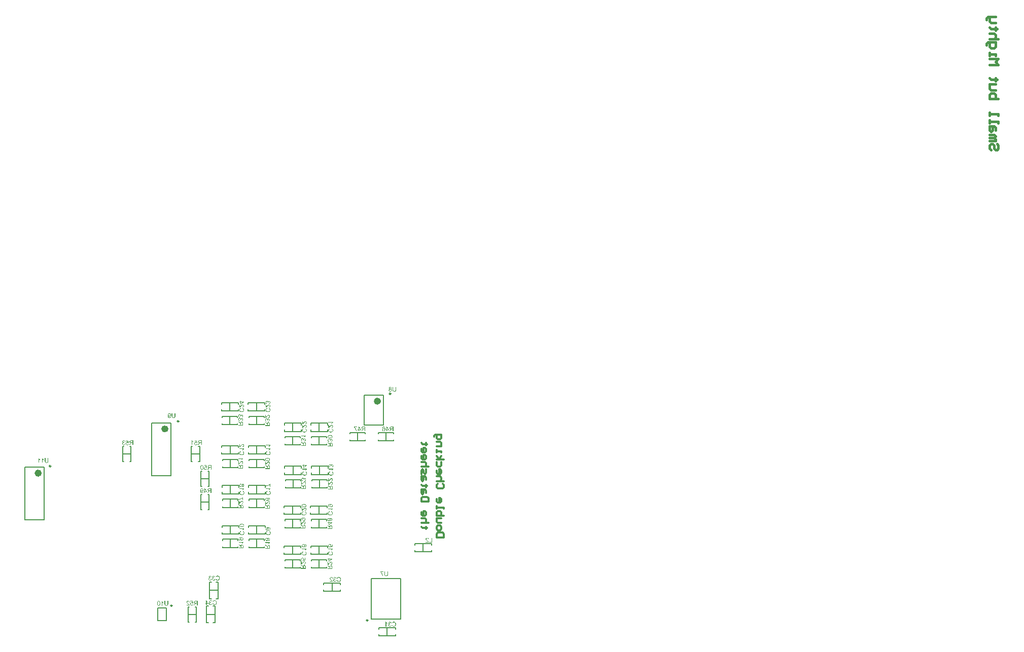
<source format=gbo>
G04*
G04 #@! TF.GenerationSoftware,Altium Limited,Altium Designer,20.0.11 (256)*
G04*
G04 Layer_Color=32896*
%FSLAX25Y25*%
%MOIN*%
G70*
G01*
G75*
%ADD11C,0.00984*%
%ADD12C,0.02362*%
%ADD14C,0.00591*%
%ADD15C,0.00787*%
%ADD71C,0.01181*%
%ADD72C,0.01575*%
G36*
X338939Y140224D02*
X338537D01*
Y141565D01*
X338022D01*
X337973Y141561D01*
X337939D01*
X337908Y141557D01*
X337886Y141552D01*
X337869D01*
X337860Y141548D01*
X337856D01*
X337786Y141526D01*
X337755Y141513D01*
X337729Y141500D01*
X337703Y141487D01*
X337685Y141478D01*
X337676Y141473D01*
X337672Y141469D01*
X337637Y141443D01*
X337602Y141412D01*
X337537Y141347D01*
X337506Y141316D01*
X337484Y141290D01*
X337471Y141272D01*
X337467Y141268D01*
X337423Y141207D01*
X337375Y141141D01*
X337327Y141071D01*
X337279Y141006D01*
X337239Y140945D01*
X337209Y140897D01*
X337196Y140879D01*
X337187Y140866D01*
X337178Y140857D01*
Y140853D01*
X336781Y140224D01*
X336282D01*
X336802Y141045D01*
X336863Y141133D01*
X336920Y141211D01*
X336977Y141277D01*
X337025Y141338D01*
X337069Y141382D01*
X337104Y141417D01*
X337126Y141438D01*
X337135Y141447D01*
X337170Y141473D01*
X337209Y141504D01*
X337287Y141552D01*
X337322Y141570D01*
X337349Y141587D01*
X337366Y141596D01*
X337375Y141600D01*
X337296Y141613D01*
X337222Y141626D01*
X337156Y141648D01*
X337091Y141666D01*
X337034Y141688D01*
X336982Y141714D01*
X336933Y141736D01*
X336890Y141758D01*
X336855Y141784D01*
X336820Y141806D01*
X336794Y141823D01*
X336772Y141841D01*
X336754Y141854D01*
X336741Y141867D01*
X336737Y141871D01*
X336733Y141876D01*
X336698Y141919D01*
X336663Y141963D01*
X336610Y142055D01*
X336575Y142146D01*
X336549Y142234D01*
X336531Y142308D01*
X336527Y142339D01*
Y142369D01*
X336523Y142391D01*
Y142409D01*
Y142417D01*
Y142422D01*
X336527Y142514D01*
X336540Y142596D01*
X336562Y142675D01*
X336584Y142741D01*
X336610Y142798D01*
X336628Y142841D01*
X336645Y142868D01*
X336649Y142872D01*
Y142876D01*
X336702Y142946D01*
X336754Y143007D01*
X336811Y143060D01*
X336863Y143099D01*
X336912Y143130D01*
X336951Y143147D01*
X336977Y143160D01*
X336982Y143165D01*
X336986D01*
X337025Y143178D01*
X337073Y143191D01*
X337170Y143213D01*
X337274Y143226D01*
X337370Y143239D01*
X337462Y143243D01*
X337502D01*
X337537Y143248D01*
X338939D01*
Y140224D01*
D02*
G37*
G36*
X336173Y141290D02*
Y140949D01*
X334858D01*
Y140224D01*
X334486D01*
Y140949D01*
X334075D01*
Y141290D01*
X334486D01*
Y143248D01*
X334788D01*
X336173Y141290D01*
D02*
G37*
G36*
X333669Y142850D02*
X332188D01*
X332293Y142723D01*
X332393Y142588D01*
X332480Y142457D01*
X332563Y142330D01*
X332598Y142273D01*
X332629Y142221D01*
X332660Y142173D01*
X332681Y142133D01*
X332699Y142098D01*
X332712Y142077D01*
X332721Y142059D01*
X332725Y142055D01*
X332813Y141880D01*
X332891Y141705D01*
X332957Y141539D01*
X332983Y141465D01*
X333009Y141390D01*
X333035Y141325D01*
X333053Y141264D01*
X333070Y141211D01*
X333084Y141167D01*
X333097Y141128D01*
X333105Y141102D01*
X333110Y141085D01*
Y141080D01*
X333153Y140901D01*
X333171Y140814D01*
X333184Y140735D01*
X333197Y140661D01*
X333210Y140586D01*
X333219Y140525D01*
X333228Y140464D01*
X333232Y140411D01*
X333237Y140363D01*
X333241Y140320D01*
Y140285D01*
X333245Y140259D01*
Y140241D01*
Y140228D01*
Y140224D01*
X332865D01*
X332852Y140390D01*
X332830Y140543D01*
X332808Y140682D01*
X332795Y140748D01*
X332782Y140809D01*
X332773Y140862D01*
X332760Y140910D01*
X332751Y140953D01*
X332743Y140988D01*
X332734Y141015D01*
X332730Y141036D01*
X332725Y141050D01*
Y141054D01*
X332660Y141255D01*
X332590Y141443D01*
X332555Y141535D01*
X332520Y141622D01*
X332480Y141701D01*
X332446Y141779D01*
X332415Y141849D01*
X332384Y141910D01*
X332358Y141963D01*
X332336Y142011D01*
X332314Y142050D01*
X332301Y142077D01*
X332293Y142094D01*
X332288Y142098D01*
X332236Y142190D01*
X332183Y142282D01*
X332131Y142365D01*
X332078Y142444D01*
X332030Y142514D01*
X331982Y142583D01*
X331934Y142645D01*
X331895Y142697D01*
X331856Y142750D01*
X331821Y142793D01*
X331786Y142828D01*
X331759Y142859D01*
X331742Y142885D01*
X331724Y142902D01*
X331716Y142911D01*
X331711Y142915D01*
Y143208D01*
X333669D01*
Y142850D01*
D02*
G37*
G36*
X351212Y143256D02*
X351295Y143248D01*
X351374Y143230D01*
X351448Y143208D01*
X351514Y143178D01*
X351579Y143151D01*
X351636Y143117D01*
X351688Y143086D01*
X351732Y143055D01*
X351776Y143020D01*
X351811Y142994D01*
X351837Y142968D01*
X351859Y142942D01*
X351876Y142924D01*
X351885Y142915D01*
X351889Y142911D01*
X351946Y142833D01*
X351994Y142741D01*
X352038Y142645D01*
X352077Y142544D01*
X352108Y142439D01*
X352134Y142334D01*
X352156Y142225D01*
X352173Y142125D01*
X352187Y142024D01*
X352195Y141932D01*
X352204Y141849D01*
X352208Y141779D01*
Y141718D01*
X352213Y141674D01*
Y141657D01*
Y141644D01*
Y141639D01*
Y141635D01*
X352208Y141495D01*
X352200Y141364D01*
X352187Y141242D01*
X352165Y141128D01*
X352143Y141028D01*
X352121Y140936D01*
X352095Y140853D01*
X352064Y140779D01*
X352038Y140717D01*
X352012Y140661D01*
X351990Y140617D01*
X351964Y140578D01*
X351946Y140547D01*
X351933Y140530D01*
X351924Y140516D01*
X351920Y140512D01*
X351863Y140451D01*
X351802Y140398D01*
X351741Y140355D01*
X351680Y140315D01*
X351614Y140280D01*
X351553Y140254D01*
X351492Y140232D01*
X351431Y140215D01*
X351378Y140202D01*
X351326Y140189D01*
X351282Y140180D01*
X351243Y140175D01*
X351208D01*
X351186Y140171D01*
X351164D01*
X351063Y140175D01*
X350972Y140193D01*
X350889Y140210D01*
X350814Y140237D01*
X350758Y140259D01*
X350714Y140280D01*
X350696Y140285D01*
X350683Y140294D01*
X350679Y140298D01*
X350675D01*
X350600Y140350D01*
X350530Y140411D01*
X350473Y140473D01*
X350426Y140534D01*
X350386Y140591D01*
X350360Y140634D01*
X350351Y140652D01*
X350342Y140665D01*
X350338Y140669D01*
Y140674D01*
X350294Y140766D01*
X350264Y140862D01*
X350242Y140949D01*
X350229Y141032D01*
X350216Y141102D01*
Y141128D01*
X350211Y141154D01*
Y141176D01*
Y141189D01*
Y141198D01*
Y141202D01*
X350216Y141281D01*
X350224Y141355D01*
X350237Y141430D01*
X350251Y141495D01*
X350272Y141557D01*
X350294Y141618D01*
X350316Y141670D01*
X350342Y141718D01*
X350369Y141762D01*
X350391Y141801D01*
X350412Y141832D01*
X350434Y141862D01*
X350447Y141884D01*
X350460Y141897D01*
X350469Y141906D01*
X350473Y141910D01*
X350522Y141958D01*
X350574Y142002D01*
X350631Y142037D01*
X350683Y142068D01*
X350736Y142098D01*
X350788Y142120D01*
X350889Y142151D01*
X350932Y142164D01*
X350976Y142173D01*
X351011Y142177D01*
X351046Y142181D01*
X351072Y142186D01*
X351107D01*
X351186Y142181D01*
X351260Y142168D01*
X351330Y142155D01*
X351391Y142138D01*
X351444Y142116D01*
X351483Y142103D01*
X351509Y142090D01*
X351514Y142085D01*
X351518D01*
X351588Y142042D01*
X351649Y141993D01*
X351706Y141945D01*
X351750Y141893D01*
X351789Y141849D01*
X351819Y141814D01*
X351837Y141788D01*
X351841Y141784D01*
Y141862D01*
X351837Y141941D01*
X351833Y142011D01*
X351824Y142081D01*
X351819Y142142D01*
X351811Y142199D01*
X351802Y142251D01*
X351789Y142299D01*
X351780Y142343D01*
X351771Y142378D01*
X351763Y142409D01*
X351758Y142435D01*
X351750Y142452D01*
X351745Y142465D01*
X351741Y142474D01*
Y142479D01*
X351697Y142566D01*
X351653Y142645D01*
X351605Y142706D01*
X351562Y142758D01*
X351522Y142802D01*
X351492Y142833D01*
X351470Y142850D01*
X351461Y142854D01*
X351409Y142889D01*
X351356Y142911D01*
X351304Y142929D01*
X351251Y142942D01*
X351212Y142950D01*
X351177Y142955D01*
X351147D01*
X351068Y142946D01*
X350994Y142929D01*
X350932Y142902D01*
X350876Y142876D01*
X350832Y142846D01*
X350801Y142819D01*
X350784Y142802D01*
X350775Y142793D01*
X350745Y142754D01*
X350714Y142706D01*
X350688Y142653D01*
X350670Y142601D01*
X350653Y142553D01*
X350640Y142514D01*
X350635Y142487D01*
X350631Y142483D01*
Y142479D01*
X350259Y142509D01*
X350286Y142631D01*
X350325Y142741D01*
X350369Y142837D01*
X350417Y142915D01*
X350465Y142977D01*
X350482Y143003D01*
X350504Y143025D01*
X350517Y143038D01*
X350530Y143051D01*
X350535Y143055D01*
X350539Y143060D01*
X350583Y143095D01*
X350631Y143125D01*
X350727Y143178D01*
X350823Y143213D01*
X350915Y143235D01*
X350998Y143252D01*
X351033Y143256D01*
X351063D01*
X351090Y143261D01*
X351125D01*
X351212Y143256D01*
D02*
G37*
G36*
X357439Y140224D02*
X357037D01*
Y141565D01*
X356522D01*
X356473Y141561D01*
X356439D01*
X356408Y141557D01*
X356386Y141552D01*
X356369D01*
X356360Y141548D01*
X356356D01*
X356286Y141526D01*
X356255Y141513D01*
X356229Y141500D01*
X356203Y141487D01*
X356185Y141478D01*
X356176Y141473D01*
X356172Y141469D01*
X356137Y141443D01*
X356102Y141412D01*
X356036Y141347D01*
X356006Y141316D01*
X355984Y141290D01*
X355971Y141272D01*
X355967Y141268D01*
X355923Y141207D01*
X355875Y141141D01*
X355827Y141071D01*
X355779Y141006D01*
X355739Y140945D01*
X355709Y140897D01*
X355696Y140879D01*
X355687Y140866D01*
X355678Y140857D01*
Y140853D01*
X355280Y140224D01*
X354782D01*
X355302Y141045D01*
X355363Y141133D01*
X355420Y141211D01*
X355477Y141277D01*
X355525Y141338D01*
X355569Y141382D01*
X355604Y141417D01*
X355626Y141438D01*
X355634Y141447D01*
X355669Y141473D01*
X355709Y141504D01*
X355787Y141552D01*
X355822Y141570D01*
X355849Y141587D01*
X355866Y141596D01*
X355875Y141600D01*
X355796Y141613D01*
X355722Y141626D01*
X355656Y141648D01*
X355591Y141666D01*
X355534Y141688D01*
X355482Y141714D01*
X355434Y141736D01*
X355390Y141758D01*
X355355Y141784D01*
X355320Y141806D01*
X355294Y141823D01*
X355272Y141841D01*
X355254Y141854D01*
X355241Y141867D01*
X355237Y141871D01*
X355233Y141876D01*
X355198Y141919D01*
X355163Y141963D01*
X355110Y142055D01*
X355075Y142146D01*
X355049Y142234D01*
X355031Y142308D01*
X355027Y142339D01*
Y142369D01*
X355023Y142391D01*
Y142409D01*
Y142417D01*
Y142422D01*
X355027Y142514D01*
X355040Y142596D01*
X355062Y142675D01*
X355084Y142741D01*
X355110Y142798D01*
X355128Y142841D01*
X355145Y142868D01*
X355149Y142872D01*
Y142876D01*
X355202Y142946D01*
X355254Y143007D01*
X355311Y143060D01*
X355363Y143099D01*
X355412Y143130D01*
X355451Y143147D01*
X355477Y143160D01*
X355482Y143165D01*
X355486D01*
X355525Y143178D01*
X355573Y143191D01*
X355669Y143213D01*
X355774Y143226D01*
X355871Y143239D01*
X355962Y143243D01*
X356002D01*
X356036Y143248D01*
X357439D01*
Y140224D01*
D02*
G37*
G36*
X354673Y141290D02*
Y140949D01*
X353358D01*
Y140224D01*
X352986D01*
Y140949D01*
X352575D01*
Y141290D01*
X352986D01*
Y143248D01*
X353288D01*
X354673Y141290D01*
D02*
G37*
G36*
X359298Y167690D02*
Y167603D01*
X359293Y167520D01*
X359289Y167441D01*
X359280Y167367D01*
X359271Y167301D01*
X359263Y167240D01*
X359249Y167183D01*
X359241Y167131D01*
X359232Y167083D01*
X359219Y167043D01*
X359210Y167008D01*
X359201Y166982D01*
X359193Y166960D01*
X359188Y166943D01*
X359184Y166934D01*
Y166930D01*
X359136Y166834D01*
X359075Y166746D01*
X359014Y166676D01*
X358948Y166615D01*
X358891Y166567D01*
X358843Y166532D01*
X358826Y166523D01*
X358812Y166515D01*
X358804Y166506D01*
X358799D01*
X358690Y166458D01*
X358576Y166423D01*
X358458Y166397D01*
X358349Y166379D01*
X358301Y166375D01*
X358253Y166370D01*
X358209Y166366D01*
X358174D01*
X358144Y166362D01*
X358105D01*
X357947Y166370D01*
X357877Y166379D01*
X357812Y166388D01*
X357746Y166401D01*
X357689Y166414D01*
X357637Y166427D01*
X357589Y166445D01*
X357545Y166462D01*
X357510Y166475D01*
X357475Y166489D01*
X357449Y166502D01*
X357427Y166515D01*
X357414Y166519D01*
X357405Y166528D01*
X357401D01*
X357305Y166593D01*
X357226Y166668D01*
X357165Y166738D01*
X357113Y166807D01*
X357073Y166869D01*
X357047Y166917D01*
X357038Y166934D01*
X357030Y166947D01*
X357025Y166956D01*
Y166960D01*
X357008Y167013D01*
X356990Y167070D01*
X356964Y167188D01*
X356946Y167310D01*
X356933Y167428D01*
X356929Y167481D01*
X356925Y167533D01*
Y167577D01*
X356920Y167616D01*
Y167647D01*
Y167668D01*
Y167686D01*
Y167690D01*
Y169438D01*
X357322D01*
Y167690D01*
Y167590D01*
X357331Y167494D01*
X357340Y167411D01*
X357353Y167332D01*
X357366Y167262D01*
X357383Y167196D01*
X357397Y167140D01*
X357414Y167092D01*
X357432Y167052D01*
X357449Y167013D01*
X357467Y166987D01*
X357480Y166960D01*
X357493Y166943D01*
X357502Y166930D01*
X357506Y166926D01*
X357510Y166921D01*
X357550Y166886D01*
X357593Y166856D01*
X357689Y166807D01*
X357790Y166772D01*
X357895Y166751D01*
X357991Y166733D01*
X358030Y166729D01*
X358070D01*
X358096Y166725D01*
X358139D01*
X358231Y166729D01*
X358314Y166742D01*
X358393Y166755D01*
X358454Y166777D01*
X358507Y166794D01*
X358546Y166807D01*
X358568Y166821D01*
X358576Y166825D01*
X358638Y166864D01*
X358690Y166912D01*
X358734Y166960D01*
X358764Y167004D01*
X358791Y167048D01*
X358812Y167078D01*
X358821Y167100D01*
X358826Y167109D01*
X358839Y167148D01*
X358847Y167188D01*
X358865Y167279D01*
X358878Y167376D01*
X358887Y167472D01*
X358891Y167555D01*
Y167594D01*
X358895Y167625D01*
Y167651D01*
Y167673D01*
Y167686D01*
Y167690D01*
Y169438D01*
X359298D01*
Y167690D01*
D02*
G37*
G36*
X355491Y169447D02*
X355561Y169443D01*
X355684Y169416D01*
X355740Y169399D01*
X355793Y169381D01*
X355841Y169360D01*
X355885Y169338D01*
X355920Y169316D01*
X355955Y169294D01*
X355985Y169276D01*
X356007Y169259D01*
X356024Y169246D01*
X356037Y169233D01*
X356046Y169228D01*
X356051Y169224D01*
X356090Y169180D01*
X356129Y169137D01*
X356160Y169089D01*
X356186Y169041D01*
X356230Y168949D01*
X356256Y168861D01*
X356274Y168787D01*
X356278Y168752D01*
X356282Y168726D01*
X356287Y168700D01*
Y168682D01*
Y168674D01*
Y168669D01*
X356282Y168590D01*
X356269Y168516D01*
X356252Y168451D01*
X356230Y168394D01*
X356212Y168350D01*
X356195Y168315D01*
X356182Y168298D01*
X356177Y168289D01*
X356129Y168236D01*
X356077Y168188D01*
X356020Y168145D01*
X355963Y168110D01*
X355911Y168084D01*
X355872Y168066D01*
X355854Y168057D01*
X355841Y168053D01*
X355837Y168049D01*
X355832D01*
X355933Y168018D01*
X356016Y167979D01*
X356090Y167931D01*
X356151Y167887D01*
X356199Y167843D01*
X356234Y167808D01*
X356252Y167786D01*
X356260Y167782D01*
Y167778D01*
X356309Y167699D01*
X356348Y167616D01*
X356374Y167537D01*
X356392Y167459D01*
X356400Y167389D01*
X356405Y167358D01*
Y167332D01*
X356409Y167314D01*
Y167297D01*
Y167288D01*
Y167284D01*
X356405Y167214D01*
X356396Y167144D01*
X356383Y167078D01*
X356365Y167013D01*
X356322Y166904D01*
X356300Y166851D01*
X356274Y166807D01*
X356247Y166764D01*
X356225Y166729D01*
X356199Y166698D01*
X356182Y166672D01*
X356164Y166650D01*
X356151Y166637D01*
X356142Y166628D01*
X356138Y166624D01*
X356086Y166576D01*
X356029Y166536D01*
X355968Y166502D01*
X355906Y166471D01*
X355850Y166449D01*
X355788Y166427D01*
X355670Y166397D01*
X355618Y166384D01*
X355570Y166375D01*
X355526Y166370D01*
X355487Y166366D01*
X355456Y166362D01*
X355413D01*
X355330Y166366D01*
X355255Y166375D01*
X355181Y166388D01*
X355111Y166401D01*
X355050Y166423D01*
X354989Y166445D01*
X354932Y166467D01*
X354884Y166493D01*
X354840Y166519D01*
X354801Y166541D01*
X354770Y166563D01*
X354740Y166585D01*
X354718Y166598D01*
X354705Y166611D01*
X354696Y166620D01*
X354692Y166624D01*
X354644Y166676D01*
X354600Y166729D01*
X354565Y166781D01*
X354534Y166838D01*
X354504Y166891D01*
X354482Y166947D01*
X354451Y167048D01*
X354438Y167096D01*
X354429Y167140D01*
X354425Y167179D01*
X354421Y167209D01*
X354416Y167236D01*
Y167258D01*
Y167271D01*
Y167275D01*
X354421Y167376D01*
X354438Y167467D01*
X354464Y167550D01*
X354491Y167620D01*
X354517Y167677D01*
X354543Y167721D01*
X354560Y167747D01*
X354565Y167751D01*
Y167756D01*
X354626Y167826D01*
X354692Y167887D01*
X354762Y167935D01*
X354827Y167979D01*
X354888Y168009D01*
X354941Y168031D01*
X354958Y168040D01*
X354971Y168044D01*
X354980Y168049D01*
X354984D01*
X354906Y168084D01*
X354840Y168123D01*
X354783Y168162D01*
X354735Y168201D01*
X354700Y168236D01*
X354674Y168263D01*
X354657Y168280D01*
X354652Y168289D01*
X354613Y168350D01*
X354587Y168411D01*
X354565Y168473D01*
X354552Y168534D01*
X354543Y168582D01*
X354539Y168621D01*
Y168647D01*
Y168652D01*
Y168656D01*
X354543Y168717D01*
X354547Y168774D01*
X354578Y168883D01*
X354617Y168979D01*
X354661Y169062D01*
X354705Y169128D01*
X354727Y169154D01*
X354744Y169180D01*
X354762Y169198D01*
X354775Y169211D01*
X354779Y169215D01*
X354783Y169220D01*
X354831Y169259D01*
X354879Y169298D01*
X354932Y169329D01*
X354984Y169355D01*
X355089Y169395D01*
X355194Y169421D01*
X355238Y169434D01*
X355281Y169438D01*
X355321Y169443D01*
X355356Y169447D01*
X355382Y169451D01*
X355421D01*
X355491Y169447D01*
D02*
G37*
G36*
X205441Y28455D02*
X205490Y28385D01*
X205546Y28315D01*
X205599Y28254D01*
X205651Y28201D01*
X205691Y28158D01*
X205708Y28145D01*
X205721Y28132D01*
X205726Y28127D01*
X205730Y28123D01*
X205822Y28049D01*
X205913Y27979D01*
X206001Y27918D01*
X206088Y27869D01*
X206163Y27826D01*
X206193Y27808D01*
X206219Y27795D01*
X206241Y27782D01*
X206259Y27778D01*
X206267Y27769D01*
X206272D01*
Y27411D01*
X206206Y27437D01*
X206141Y27467D01*
X206075Y27498D01*
X206014Y27529D01*
X205962Y27555D01*
X205918Y27577D01*
X205892Y27594D01*
X205887Y27599D01*
X205883D01*
X205804Y27646D01*
X205734Y27695D01*
X205673Y27738D01*
X205625Y27778D01*
X205581Y27808D01*
X205555Y27834D01*
X205533Y27852D01*
X205529Y27856D01*
Y25492D01*
X205157D01*
Y28529D01*
X205398D01*
X205441Y28455D01*
D02*
G37*
G36*
X209449Y26768D02*
Y26681D01*
X209444Y26598D01*
X209440Y26519D01*
X209431Y26445D01*
X209423Y26379D01*
X209414Y26318D01*
X209401Y26261D01*
X209392Y26209D01*
X209383Y26161D01*
X209370Y26121D01*
X209361Y26087D01*
X209353Y26060D01*
X209344Y26038D01*
X209340Y26021D01*
X209335Y26012D01*
Y26008D01*
X209287Y25912D01*
X209226Y25824D01*
X209165Y25754D01*
X209099Y25693D01*
X209042Y25645D01*
X208994Y25610D01*
X208977Y25601D01*
X208964Y25593D01*
X208955Y25584D01*
X208951D01*
X208841Y25536D01*
X208728Y25501D01*
X208610Y25475D01*
X208501Y25457D01*
X208453Y25453D01*
X208404Y25448D01*
X208361Y25444D01*
X208326D01*
X208295Y25440D01*
X208256D01*
X208099Y25448D01*
X208029Y25457D01*
X207963Y25466D01*
X207897Y25479D01*
X207841Y25492D01*
X207788Y25505D01*
X207740Y25523D01*
X207697Y25540D01*
X207662Y25553D01*
X207627Y25566D01*
X207600Y25580D01*
X207578Y25593D01*
X207565Y25597D01*
X207557Y25606D01*
X207552D01*
X207456Y25671D01*
X207377Y25746D01*
X207316Y25815D01*
X207264Y25885D01*
X207224Y25947D01*
X207198Y25995D01*
X207189Y26012D01*
X207181Y26025D01*
X207176Y26034D01*
Y26038D01*
X207159Y26091D01*
X207141Y26148D01*
X207115Y26266D01*
X207098Y26388D01*
X207085Y26506D01*
X207080Y26558D01*
X207076Y26611D01*
Y26655D01*
X207071Y26694D01*
Y26724D01*
Y26746D01*
Y26764D01*
Y26768D01*
Y28516D01*
X207474D01*
Y26768D01*
Y26668D01*
X207482Y26572D01*
X207491Y26489D01*
X207504Y26410D01*
X207517Y26340D01*
X207535Y26274D01*
X207548Y26217D01*
X207565Y26169D01*
X207583Y26130D01*
X207600Y26091D01*
X207618Y26065D01*
X207631Y26038D01*
X207644Y26021D01*
X207653Y26008D01*
X207657Y26003D01*
X207662Y25999D01*
X207701Y25964D01*
X207745Y25934D01*
X207841Y25885D01*
X207941Y25850D01*
X208046Y25829D01*
X208142Y25811D01*
X208182Y25807D01*
X208221D01*
X208247Y25802D01*
X208291D01*
X208383Y25807D01*
X208466Y25820D01*
X208544Y25833D01*
X208605Y25855D01*
X208658Y25872D01*
X208697Y25885D01*
X208719Y25899D01*
X208728Y25903D01*
X208789Y25942D01*
X208841Y25990D01*
X208885Y26038D01*
X208916Y26082D01*
X208942Y26126D01*
X208964Y26156D01*
X208973Y26178D01*
X208977Y26187D01*
X208990Y26226D01*
X208999Y26266D01*
X209016Y26357D01*
X209029Y26454D01*
X209038Y26550D01*
X209042Y26633D01*
Y26672D01*
X209047Y26703D01*
Y26729D01*
Y26751D01*
Y26764D01*
Y26768D01*
Y28516D01*
X209449D01*
Y26768D01*
D02*
G37*
G36*
X203335Y28521D02*
X203444Y28503D01*
X203536Y28473D01*
X203615Y28442D01*
X203680Y28407D01*
X203707Y28394D01*
X203729Y28376D01*
X203746Y28368D01*
X203759Y28359D01*
X203763Y28350D01*
X203768D01*
X203847Y28280D01*
X203912Y28197D01*
X203969Y28114D01*
X204012Y28036D01*
X204047Y27961D01*
X204065Y27931D01*
X204074Y27900D01*
X204082Y27878D01*
X204091Y27861D01*
X204096Y27852D01*
Y27848D01*
X204113Y27782D01*
X204131Y27716D01*
X204157Y27572D01*
X204179Y27428D01*
X204192Y27293D01*
X204196Y27227D01*
X204201Y27170D01*
Y27118D01*
X204205Y27070D01*
Y27035D01*
Y27004D01*
Y26987D01*
Y26982D01*
X204201Y26829D01*
X204192Y26685D01*
X204179Y26554D01*
X204157Y26432D01*
X204135Y26318D01*
X204109Y26217D01*
X204082Y26126D01*
X204056Y26047D01*
X204030Y25977D01*
X203999Y25916D01*
X203978Y25864D01*
X203956Y25824D01*
X203934Y25789D01*
X203921Y25767D01*
X203912Y25754D01*
X203908Y25750D01*
X203860Y25697D01*
X203807Y25649D01*
X203750Y25606D01*
X203694Y25571D01*
X203637Y25540D01*
X203580Y25514D01*
X203523Y25497D01*
X203471Y25479D01*
X203418Y25466D01*
X203370Y25457D01*
X203326Y25448D01*
X203292Y25444D01*
X203261Y25440D01*
X203217D01*
X203099Y25448D01*
X202990Y25466D01*
X202898Y25497D01*
X202819Y25527D01*
X202754Y25558D01*
X202732Y25575D01*
X202710Y25588D01*
X202693Y25597D01*
X202680Y25606D01*
X202675Y25615D01*
X202671D01*
X202592Y25689D01*
X202527Y25767D01*
X202470Y25855D01*
X202426Y25934D01*
X202391Y26008D01*
X202374Y26038D01*
X202365Y26069D01*
X202356Y26091D01*
X202348Y26108D01*
X202343Y26117D01*
Y26121D01*
X202321Y26187D01*
X202304Y26252D01*
X202278Y26392D01*
X202256Y26537D01*
X202243Y26676D01*
X202238Y26738D01*
X202234Y26794D01*
Y26847D01*
X202230Y26895D01*
Y26930D01*
Y26960D01*
Y26978D01*
Y26982D01*
Y27065D01*
X202234Y27144D01*
Y27214D01*
X202238Y27284D01*
X202247Y27345D01*
X202251Y27406D01*
X202256Y27459D01*
X202264Y27507D01*
X202269Y27550D01*
X202278Y27590D01*
X202282Y27620D01*
X202286Y27646D01*
X202291Y27668D01*
X202295Y27681D01*
X202299Y27690D01*
Y27695D01*
X202326Y27791D01*
X202356Y27878D01*
X202391Y27952D01*
X202417Y28018D01*
X202448Y28075D01*
X202466Y28114D01*
X202483Y28136D01*
X202487Y28145D01*
X202536Y28210D01*
X202584Y28267D01*
X202636Y28315D01*
X202684Y28359D01*
X202728Y28389D01*
X202763Y28411D01*
X202785Y28424D01*
X202789Y28429D01*
X202793D01*
X202863Y28464D01*
X202938Y28486D01*
X203007Y28503D01*
X203073Y28516D01*
X203130Y28525D01*
X203178Y28529D01*
X203217D01*
X203335Y28521D01*
D02*
G37*
G36*
X353937Y46197D02*
Y46110D01*
X353933Y46027D01*
X353928Y45948D01*
X353920Y45874D01*
X353911Y45808D01*
X353902Y45747D01*
X353889Y45690D01*
X353880Y45638D01*
X353871Y45590D01*
X353858Y45551D01*
X353850Y45516D01*
X353841Y45489D01*
X353832Y45467D01*
X353828Y45450D01*
X353823Y45441D01*
Y45437D01*
X353775Y45341D01*
X353714Y45253D01*
X353653Y45184D01*
X353587Y45122D01*
X353531Y45074D01*
X353483Y45039D01*
X353465Y45031D01*
X353452Y45022D01*
X353443Y45013D01*
X353439D01*
X353330Y44965D01*
X353216Y44930D01*
X353098Y44904D01*
X352989Y44886D01*
X352941Y44882D01*
X352893Y44878D01*
X352849Y44873D01*
X352814D01*
X352783Y44869D01*
X352744D01*
X352587Y44878D01*
X352517Y44886D01*
X352451Y44895D01*
X352386Y44908D01*
X352329Y44921D01*
X352276Y44934D01*
X352228Y44952D01*
X352185Y44969D01*
X352150Y44982D01*
X352115Y44995D01*
X352088Y45009D01*
X352067Y45022D01*
X352053Y45026D01*
X352045Y45035D01*
X352040D01*
X351944Y45100D01*
X351866Y45175D01*
X351804Y45245D01*
X351752Y45315D01*
X351713Y45376D01*
X351687Y45424D01*
X351678Y45441D01*
X351669Y45454D01*
X351665Y45463D01*
Y45467D01*
X351647Y45520D01*
X351630Y45577D01*
X351603Y45695D01*
X351586Y45817D01*
X351573Y45935D01*
X351569Y45987D01*
X351564Y46040D01*
Y46084D01*
X351560Y46123D01*
Y46154D01*
Y46176D01*
Y46193D01*
Y46197D01*
Y47945D01*
X351962D01*
Y46197D01*
Y46097D01*
X351971Y46001D01*
X351979Y45918D01*
X351992Y45839D01*
X352006Y45769D01*
X352023Y45704D01*
X352036Y45647D01*
X352053Y45599D01*
X352071Y45559D01*
X352088Y45520D01*
X352106Y45494D01*
X352119Y45467D01*
X352132Y45450D01*
X352141Y45437D01*
X352145Y45432D01*
X352150Y45428D01*
X352189Y45393D01*
X352233Y45363D01*
X352329Y45315D01*
X352429Y45280D01*
X352534Y45258D01*
X352630Y45240D01*
X352670Y45236D01*
X352709D01*
X352735Y45232D01*
X352779D01*
X352871Y45236D01*
X352954Y45249D01*
X353032Y45262D01*
X353094Y45284D01*
X353146Y45301D01*
X353185Y45315D01*
X353207Y45328D01*
X353216Y45332D01*
X353277Y45371D01*
X353330Y45419D01*
X353373Y45467D01*
X353404Y45511D01*
X353430Y45555D01*
X353452Y45586D01*
X353461Y45607D01*
X353465Y45616D01*
X353478Y45655D01*
X353487Y45695D01*
X353504Y45786D01*
X353518Y45883D01*
X353526Y45979D01*
X353531Y46062D01*
Y46101D01*
X353535Y46132D01*
Y46158D01*
Y46180D01*
Y46193D01*
Y46197D01*
Y47945D01*
X353937D01*
Y46197D01*
D02*
G37*
G36*
X351018Y47548D02*
X349536D01*
X349641Y47421D01*
X349742Y47285D01*
X349829Y47154D01*
X349912Y47028D01*
X349947Y46971D01*
X349978Y46918D01*
X350008Y46870D01*
X350030Y46831D01*
X350048Y46796D01*
X350061Y46774D01*
X350070Y46757D01*
X350074Y46752D01*
X350161Y46578D01*
X350240Y46403D01*
X350306Y46237D01*
X350332Y46162D01*
X350358Y46088D01*
X350384Y46022D01*
X350402Y45961D01*
X350419Y45909D01*
X350432Y45865D01*
X350445Y45826D01*
X350454Y45800D01*
X350459Y45782D01*
Y45778D01*
X350502Y45599D01*
X350520Y45511D01*
X350533Y45432D01*
X350546Y45358D01*
X350559Y45284D01*
X350568Y45223D01*
X350576Y45162D01*
X350581Y45109D01*
X350585Y45061D01*
X350590Y45017D01*
Y44982D01*
X350594Y44956D01*
Y44939D01*
Y44926D01*
Y44921D01*
X350214D01*
X350201Y45087D01*
X350179Y45240D01*
X350157Y45380D01*
X350144Y45446D01*
X350131Y45507D01*
X350122Y45559D01*
X350109Y45607D01*
X350100Y45651D01*
X350091Y45686D01*
X350083Y45712D01*
X350078Y45734D01*
X350074Y45747D01*
Y45752D01*
X350008Y45953D01*
X349939Y46141D01*
X349903Y46232D01*
X349868Y46320D01*
X349829Y46398D01*
X349794Y46477D01*
X349764Y46547D01*
X349733Y46608D01*
X349707Y46661D01*
X349685Y46709D01*
X349663Y46748D01*
X349650Y46774D01*
X349641Y46792D01*
X349637Y46796D01*
X349585Y46888D01*
X349532Y46979D01*
X349480Y47063D01*
X349427Y47141D01*
X349379Y47211D01*
X349331Y47281D01*
X349283Y47342D01*
X349244Y47395D01*
X349204Y47447D01*
X349169Y47491D01*
X349134Y47526D01*
X349108Y47556D01*
X349091Y47583D01*
X349073Y47600D01*
X349064Y47609D01*
X349060Y47613D01*
Y47906D01*
X351018D01*
Y47548D01*
D02*
G37*
G36*
X210368Y152025D02*
X210438Y152016D01*
X210507Y152003D01*
X210569Y151986D01*
X210687Y151937D01*
X210739Y151916D01*
X210783Y151889D01*
X210826Y151859D01*
X210861Y151837D01*
X210896Y151811D01*
X210923Y151789D01*
X210945Y151771D01*
X210958Y151758D01*
X210966Y151750D01*
X210971Y151745D01*
X211019Y151693D01*
X211058Y151632D01*
X211097Y151575D01*
X211128Y151514D01*
X211154Y151448D01*
X211176Y151387D01*
X211207Y151273D01*
X211220Y151216D01*
X211228Y151168D01*
X211233Y151120D01*
X211237Y151081D01*
X211242Y151050D01*
Y151029D01*
Y151011D01*
Y151007D01*
X211237Y150924D01*
X211228Y150849D01*
X211220Y150775D01*
X211202Y150705D01*
X211180Y150644D01*
X211159Y150583D01*
X211137Y150530D01*
X211110Y150482D01*
X211089Y150439D01*
X211067Y150399D01*
X211045Y150369D01*
X211023Y150338D01*
X211006Y150316D01*
X210997Y150303D01*
X210988Y150294D01*
X210984Y150290D01*
X210936Y150242D01*
X210883Y150203D01*
X210831Y150163D01*
X210774Y150133D01*
X210722Y150107D01*
X210669Y150085D01*
X210569Y150054D01*
X210525Y150041D01*
X210481Y150032D01*
X210446Y150028D01*
X210411Y150023D01*
X210385Y150019D01*
X210350D01*
X210267Y150023D01*
X210189Y150037D01*
X210119Y150054D01*
X210053Y150076D01*
X210005Y150093D01*
X209966Y150111D01*
X209939Y150124D01*
X209931Y150128D01*
X209861Y150172D01*
X209800Y150220D01*
X209747Y150268D01*
X209703Y150312D01*
X209673Y150356D01*
X209647Y150386D01*
X209629Y150408D01*
X209625Y150417D01*
Y150382D01*
Y150360D01*
Y150347D01*
Y150343D01*
X209629Y150255D01*
X209633Y150172D01*
X209642Y150098D01*
X209651Y150028D01*
X209664Y149971D01*
X209673Y149927D01*
X209677Y149910D01*
Y149897D01*
X209682Y149892D01*
Y149888D01*
X209703Y149809D01*
X209725Y149739D01*
X209747Y149678D01*
X209769Y149626D01*
X209786Y149586D01*
X209804Y149556D01*
X209813Y149534D01*
X209817Y149530D01*
X209852Y149482D01*
X209887Y149442D01*
X209922Y149407D01*
X209957Y149377D01*
X209983Y149351D01*
X210009Y149333D01*
X210027Y149324D01*
X210031Y149320D01*
X210079Y149294D01*
X210132Y149276D01*
X210180Y149263D01*
X210228Y149254D01*
X210267Y149250D01*
X210298Y149246D01*
X210328D01*
X210398Y149250D01*
X210464Y149263D01*
X210521Y149281D01*
X210569Y149302D01*
X210604Y149320D01*
X210634Y149337D01*
X210652Y149351D01*
X210656Y149355D01*
X210700Y149403D01*
X210735Y149460D01*
X210765Y149521D01*
X210787Y149582D01*
X210805Y149635D01*
X210818Y149683D01*
X210822Y149700D01*
Y149709D01*
X210826Y149718D01*
Y149722D01*
X211185Y149691D01*
X211159Y149565D01*
X211124Y149455D01*
X211080Y149359D01*
X211036Y149281D01*
X210993Y149219D01*
X210971Y149193D01*
X210953Y149171D01*
X210940Y149158D01*
X210927Y149145D01*
X210923Y149141D01*
X210918Y149136D01*
X210875Y149101D01*
X210826Y149071D01*
X210730Y149023D01*
X210634Y148988D01*
X210542Y148966D01*
X210459Y148948D01*
X210424Y148944D01*
X210394D01*
X210372Y148940D01*
X210337D01*
X210215Y148948D01*
X210105Y148966D01*
X210005Y148996D01*
X209922Y149031D01*
X209887Y149045D01*
X209852Y149062D01*
X209826Y149080D01*
X209800Y149093D01*
X209782Y149101D01*
X209769Y149110D01*
X209760Y149119D01*
X209756D01*
X209668Y149193D01*
X209590Y149276D01*
X209529Y149364D01*
X209476Y149447D01*
X209433Y149521D01*
X209415Y149556D01*
X209402Y149582D01*
X209393Y149608D01*
X209384Y149626D01*
X209380Y149635D01*
Y149639D01*
X209358Y149704D01*
X209336Y149779D01*
X209306Y149927D01*
X209284Y150085D01*
X209271Y150233D01*
X209262Y150299D01*
X209258Y150364D01*
Y150421D01*
X209253Y150469D01*
Y150508D01*
Y150539D01*
Y150561D01*
Y150565D01*
Y150666D01*
X209258Y150762D01*
X209266Y150849D01*
X209275Y150932D01*
X209284Y151007D01*
X209293Y151077D01*
X209306Y151142D01*
X209319Y151199D01*
X209332Y151247D01*
X209341Y151291D01*
X209354Y151330D01*
X209363Y151361D01*
X209371Y151383D01*
X209380Y151400D01*
X209384Y151409D01*
Y151413D01*
X209437Y151518D01*
X209494Y151610D01*
X209559Y151688D01*
X209616Y151754D01*
X209673Y151802D01*
X209717Y151837D01*
X209734Y151850D01*
X209747Y151859D01*
X209752Y151868D01*
X209756D01*
X209848Y151920D01*
X209939Y151959D01*
X210031Y151990D01*
X210114Y152007D01*
X210189Y152021D01*
X210219Y152025D01*
X210241D01*
X210263Y152029D01*
X210293D01*
X210368Y152025D01*
D02*
G37*
G36*
X214135Y150268D02*
Y150181D01*
X214130Y150098D01*
X214126Y150019D01*
X214117Y149945D01*
X214108Y149879D01*
X214100Y149818D01*
X214087Y149761D01*
X214078Y149709D01*
X214069Y149661D01*
X214056Y149621D01*
X214047Y149586D01*
X214038Y149560D01*
X214030Y149538D01*
X214025Y149521D01*
X214021Y149512D01*
Y149508D01*
X213973Y149412D01*
X213912Y149324D01*
X213850Y149254D01*
X213785Y149193D01*
X213728Y149145D01*
X213680Y149110D01*
X213663Y149101D01*
X213650Y149093D01*
X213641Y149084D01*
X213636D01*
X213527Y149036D01*
X213414Y149001D01*
X213296Y148975D01*
X213186Y148957D01*
X213138Y148953D01*
X213090Y148948D01*
X213046Y148944D01*
X213012D01*
X212981Y148940D01*
X212942D01*
X212784Y148948D01*
X212714Y148957D01*
X212649Y148966D01*
X212583Y148979D01*
X212526Y148992D01*
X212474Y149005D01*
X212426Y149023D01*
X212382Y149040D01*
X212347Y149053D01*
X212312Y149066D01*
X212286Y149080D01*
X212264Y149093D01*
X212251Y149097D01*
X212242Y149106D01*
X212238D01*
X212142Y149171D01*
X212063Y149246D01*
X212002Y149316D01*
X211950Y149385D01*
X211910Y149447D01*
X211884Y149495D01*
X211875Y149512D01*
X211866Y149525D01*
X211862Y149534D01*
Y149538D01*
X211845Y149591D01*
X211827Y149648D01*
X211801Y149766D01*
X211784Y149888D01*
X211770Y150006D01*
X211766Y150058D01*
X211762Y150111D01*
Y150154D01*
X211757Y150194D01*
Y150224D01*
Y150246D01*
Y150264D01*
Y150268D01*
Y152016D01*
X212159D01*
Y150268D01*
Y150168D01*
X212168Y150072D01*
X212177Y149988D01*
X212190Y149910D01*
X212203Y149840D01*
X212221Y149774D01*
X212234Y149718D01*
X212251Y149670D01*
X212269Y149630D01*
X212286Y149591D01*
X212303Y149565D01*
X212317Y149538D01*
X212330Y149521D01*
X212338Y149508D01*
X212343Y149503D01*
X212347Y149499D01*
X212387Y149464D01*
X212430Y149434D01*
X212526Y149385D01*
X212627Y149351D01*
X212732Y149329D01*
X212828Y149311D01*
X212867Y149307D01*
X212907D01*
X212933Y149302D01*
X212977D01*
X213068Y149307D01*
X213151Y149320D01*
X213230Y149333D01*
X213291Y149355D01*
X213344Y149372D01*
X213383Y149385D01*
X213405Y149399D01*
X213414Y149403D01*
X213475Y149442D01*
X213527Y149490D01*
X213571Y149538D01*
X213601Y149582D01*
X213628Y149626D01*
X213650Y149656D01*
X213658Y149678D01*
X213663Y149687D01*
X213676Y149726D01*
X213685Y149766D01*
X213702Y149857D01*
X213715Y149953D01*
X213724Y150050D01*
X213728Y150133D01*
Y150172D01*
X213733Y150203D01*
Y150229D01*
Y150251D01*
Y150264D01*
Y150268D01*
Y152016D01*
X214135D01*
Y150268D01*
D02*
G37*
G36*
X126758Y122476D02*
X126806Y122406D01*
X126863Y122336D01*
X126915Y122274D01*
X126968Y122222D01*
X127007Y122178D01*
X127025Y122165D01*
X127038Y122152D01*
X127042Y122148D01*
X127046Y122143D01*
X127138Y122069D01*
X127230Y121999D01*
X127317Y121938D01*
X127405Y121890D01*
X127479Y121846D01*
X127510Y121829D01*
X127536Y121816D01*
X127558Y121802D01*
X127575Y121798D01*
X127584Y121789D01*
X127588D01*
Y121431D01*
X127523Y121457D01*
X127457Y121488D01*
X127392Y121518D01*
X127331Y121549D01*
X127278Y121575D01*
X127234Y121597D01*
X127208Y121615D01*
X127204Y121619D01*
X127199D01*
X127121Y121667D01*
X127051Y121715D01*
X126990Y121759D01*
X126942Y121798D01*
X126898Y121829D01*
X126872Y121855D01*
X126850Y121872D01*
X126845Y121877D01*
Y119513D01*
X126474D01*
Y122550D01*
X126714D01*
X126758Y122476D01*
D02*
G37*
G36*
X124407D02*
X124455Y122406D01*
X124512Y122336D01*
X124564Y122274D01*
X124617Y122222D01*
X124656Y122178D01*
X124673Y122165D01*
X124687Y122152D01*
X124691Y122148D01*
X124695Y122143D01*
X124787Y122069D01*
X124879Y121999D01*
X124966Y121938D01*
X125054Y121890D01*
X125128Y121846D01*
X125159Y121829D01*
X125185Y121816D01*
X125207Y121802D01*
X125224Y121798D01*
X125233Y121789D01*
X125237D01*
Y121431D01*
X125172Y121457D01*
X125106Y121488D01*
X125041Y121518D01*
X124979Y121549D01*
X124927Y121575D01*
X124883Y121597D01*
X124857Y121615D01*
X124853Y121619D01*
X124848D01*
X124770Y121667D01*
X124700Y121715D01*
X124639Y121759D01*
X124591Y121798D01*
X124547Y121829D01*
X124521Y121855D01*
X124499Y121872D01*
X124494Y121877D01*
Y119513D01*
X124123D01*
Y122550D01*
X124363D01*
X124407Y122476D01*
D02*
G37*
G36*
X130765Y120789D02*
Y120701D01*
X130761Y120618D01*
X130756Y120540D01*
X130748Y120465D01*
X130739Y120400D01*
X130730Y120338D01*
X130717Y120282D01*
X130709Y120229D01*
X130700Y120181D01*
X130687Y120142D01*
X130678Y120107D01*
X130669Y120081D01*
X130660Y120059D01*
X130656Y120041D01*
X130652Y120033D01*
Y120028D01*
X130604Y119932D01*
X130542Y119845D01*
X130481Y119775D01*
X130416Y119714D01*
X130359Y119666D01*
X130311Y119631D01*
X130293Y119622D01*
X130280Y119613D01*
X130271Y119604D01*
X130267D01*
X130158Y119556D01*
X130044Y119521D01*
X129926Y119495D01*
X129817Y119478D01*
X129769Y119473D01*
X129721Y119469D01*
X129677Y119465D01*
X129642D01*
X129612Y119460D01*
X129572D01*
X129415Y119469D01*
X129345Y119478D01*
X129279Y119486D01*
X129214Y119500D01*
X129157Y119513D01*
X129105Y119526D01*
X129057Y119543D01*
X129013Y119561D01*
X128978Y119574D01*
X128943Y119587D01*
X128917Y119600D01*
X128895Y119613D01*
X128882Y119617D01*
X128873Y119626D01*
X128869D01*
X128773Y119692D01*
X128694Y119766D01*
X128633Y119836D01*
X128580Y119906D01*
X128541Y119967D01*
X128515Y120015D01*
X128506Y120033D01*
X128497Y120046D01*
X128493Y120054D01*
Y120059D01*
X128475Y120111D01*
X128458Y120168D01*
X128432Y120286D01*
X128414Y120408D01*
X128401Y120526D01*
X128397Y120579D01*
X128392Y120631D01*
Y120675D01*
X128388Y120714D01*
Y120745D01*
Y120767D01*
Y120784D01*
Y120789D01*
Y122537D01*
X128790D01*
Y120789D01*
Y120688D01*
X128799Y120592D01*
X128807Y120509D01*
X128821Y120430D01*
X128834Y120360D01*
X128851Y120295D01*
X128864Y120238D01*
X128882Y120190D01*
X128899Y120151D01*
X128917Y120111D01*
X128934Y120085D01*
X128947Y120059D01*
X128961Y120041D01*
X128969Y120028D01*
X128974Y120024D01*
X128978Y120019D01*
X129017Y119985D01*
X129061Y119954D01*
X129157Y119906D01*
X129258Y119871D01*
X129362Y119849D01*
X129459Y119832D01*
X129498Y119827D01*
X129537D01*
X129563Y119823D01*
X129607D01*
X129699Y119827D01*
X129782Y119840D01*
X129861Y119853D01*
X129922Y119875D01*
X129974Y119893D01*
X130014Y119906D01*
X130035Y119919D01*
X130044Y119923D01*
X130105Y119963D01*
X130158Y120011D01*
X130202Y120059D01*
X130232Y120103D01*
X130258Y120146D01*
X130280Y120177D01*
X130289Y120199D01*
X130293Y120207D01*
X130306Y120247D01*
X130315Y120286D01*
X130333Y120378D01*
X130346Y120474D01*
X130354Y120570D01*
X130359Y120653D01*
Y120693D01*
X130363Y120723D01*
Y120749D01*
Y120771D01*
Y120784D01*
Y120789D01*
Y122537D01*
X130765D01*
Y120789D01*
D02*
G37*
G36*
X222654Y28619D02*
X222729Y28615D01*
X222798Y28602D01*
X222864Y28589D01*
X222925Y28571D01*
X222982Y28554D01*
X223035Y28532D01*
X223083Y28510D01*
X223126Y28488D01*
X223161Y28466D01*
X223192Y28449D01*
X223218Y28431D01*
X223240Y28418D01*
X223253Y28405D01*
X223262Y28401D01*
X223266Y28396D01*
X223310Y28353D01*
X223349Y28305D01*
X223389Y28252D01*
X223419Y28200D01*
X223471Y28095D01*
X223506Y27990D01*
X223520Y27942D01*
X223533Y27894D01*
X223541Y27855D01*
X223550Y27820D01*
X223555Y27789D01*
Y27767D01*
X223559Y27754D01*
Y27750D01*
X223179Y27710D01*
X223170Y27811D01*
X223152Y27898D01*
X223126Y27977D01*
X223096Y28038D01*
X223070Y28091D01*
X223043Y28126D01*
X223026Y28147D01*
X223017Y28156D01*
X222952Y28209D01*
X222882Y28248D01*
X222807Y28278D01*
X222742Y28296D01*
X222680Y28309D01*
X222628Y28313D01*
X222611Y28318D01*
X222584D01*
X222493Y28313D01*
X222410Y28296D01*
X222340Y28270D01*
X222278Y28244D01*
X222230Y28213D01*
X222200Y28191D01*
X222178Y28174D01*
X222169Y28165D01*
X222117Y28104D01*
X222077Y28043D01*
X222047Y27981D01*
X222029Y27920D01*
X222016Y27872D01*
X222012Y27828D01*
X222008Y27802D01*
Y27798D01*
Y27793D01*
X222016Y27715D01*
X222034Y27632D01*
X222064Y27558D01*
X222095Y27488D01*
X222130Y27431D01*
X222161Y27383D01*
X222169Y27365D01*
X222178Y27352D01*
X222187Y27348D01*
Y27343D01*
X222222Y27295D01*
X222265Y27247D01*
X222313Y27195D01*
X222366Y27142D01*
X222475Y27038D01*
X222584Y26933D01*
X222641Y26884D01*
X222689Y26841D01*
X222737Y26801D01*
X222777Y26766D01*
X222807Y26740D01*
X222833Y26719D01*
X222851Y26705D01*
X222855Y26701D01*
X222965Y26609D01*
X223065Y26522D01*
X223148Y26443D01*
X223214Y26378D01*
X223271Y26321D01*
X223310Y26281D01*
X223332Y26255D01*
X223340Y26251D01*
Y26247D01*
X223402Y26172D01*
X223450Y26102D01*
X223493Y26032D01*
X223528Y25971D01*
X223555Y25919D01*
X223572Y25879D01*
X223581Y25853D01*
X223585Y25849D01*
Y25844D01*
X223603Y25796D01*
X223611Y25753D01*
X223620Y25709D01*
X223624Y25670D01*
X223629Y25635D01*
Y25609D01*
Y25591D01*
Y25587D01*
X221623D01*
Y25945D01*
X223113D01*
X223061Y26019D01*
X223035Y26050D01*
X223013Y26080D01*
X222991Y26107D01*
X222973Y26124D01*
X222960Y26137D01*
X222956Y26142D01*
X222934Y26164D01*
X222908Y26185D01*
X222847Y26242D01*
X222777Y26308D01*
X222702Y26373D01*
X222633Y26430D01*
X222602Y26456D01*
X222576Y26482D01*
X222554Y26500D01*
X222536Y26513D01*
X222528Y26522D01*
X222523Y26526D01*
X222453Y26587D01*
X222383Y26644D01*
X222322Y26701D01*
X222265Y26749D01*
X222213Y26797D01*
X222169Y26841D01*
X222126Y26880D01*
X222091Y26915D01*
X222056Y26950D01*
X222029Y26976D01*
X222008Y26998D01*
X221986Y27020D01*
X221964Y27046D01*
X221955Y27055D01*
X221894Y27129D01*
X221842Y27195D01*
X221798Y27260D01*
X221763Y27313D01*
X221737Y27361D01*
X221719Y27396D01*
X221710Y27418D01*
X221706Y27426D01*
X221680Y27492D01*
X221662Y27558D01*
X221645Y27619D01*
X221636Y27671D01*
X221632Y27719D01*
X221627Y27754D01*
Y27776D01*
Y27785D01*
X221632Y27850D01*
X221640Y27911D01*
X221649Y27973D01*
X221667Y28025D01*
X221710Y28130D01*
X221754Y28213D01*
X221780Y28252D01*
X221802Y28283D01*
X221824Y28313D01*
X221846Y28335D01*
X221863Y28353D01*
X221872Y28370D01*
X221881Y28375D01*
X221885Y28379D01*
X221933Y28423D01*
X221986Y28462D01*
X222042Y28493D01*
X222099Y28519D01*
X222213Y28563D01*
X222327Y28593D01*
X222375Y28602D01*
X222423Y28611D01*
X222466Y28615D01*
X222501Y28619D01*
X222532Y28624D01*
X222576D01*
X222654Y28619D01*
D02*
G37*
G36*
X225862Y27016D02*
X225512Y26967D01*
X225482Y27016D01*
X225442Y27055D01*
X225407Y27094D01*
X225373Y27125D01*
X225338Y27147D01*
X225311Y27169D01*
X225294Y27177D01*
X225289Y27182D01*
X225233Y27208D01*
X225176Y27230D01*
X225123Y27243D01*
X225071Y27256D01*
X225027Y27260D01*
X224992Y27265D01*
X224909D01*
X224857Y27256D01*
X224765Y27234D01*
X224686Y27204D01*
X224617Y27173D01*
X224564Y27138D01*
X224525Y27107D01*
X224503Y27086D01*
X224494Y27081D01*
Y27077D01*
X224433Y27003D01*
X224389Y26924D01*
X224359Y26841D01*
X224337Y26758D01*
X224324Y26688D01*
X224319Y26657D01*
Y26631D01*
X224315Y26609D01*
Y26592D01*
Y26583D01*
Y26579D01*
Y26517D01*
X224324Y26461D01*
X224345Y26351D01*
X224376Y26260D01*
X224407Y26185D01*
X224442Y26124D01*
X224472Y26076D01*
X224485Y26063D01*
X224494Y26050D01*
X224499Y26046D01*
X224503Y26041D01*
X224538Y26006D01*
X224573Y25975D01*
X224651Y25923D01*
X224726Y25888D01*
X224800Y25866D01*
X224861Y25849D01*
X224914Y25844D01*
X224931Y25840D01*
X224957D01*
X225040Y25844D01*
X225115Y25862D01*
X225180Y25884D01*
X225233Y25910D01*
X225281Y25936D01*
X225316Y25958D01*
X225333Y25975D01*
X225342Y25980D01*
X225394Y26041D01*
X225438Y26107D01*
X225473Y26181D01*
X225499Y26247D01*
X225517Y26312D01*
X225530Y26360D01*
X225534Y26382D01*
X225538Y26395D01*
Y26404D01*
Y26408D01*
X225927Y26378D01*
X225919Y26308D01*
X225906Y26242D01*
X225866Y26120D01*
X225818Y26015D01*
X225792Y25967D01*
X225766Y25927D01*
X225744Y25888D01*
X225718Y25853D01*
X225696Y25827D01*
X225674Y25805D01*
X225657Y25788D01*
X225648Y25770D01*
X225639Y25766D01*
X225635Y25761D01*
X225582Y25722D01*
X225530Y25687D01*
X225473Y25657D01*
X225416Y25630D01*
X225307Y25591D01*
X225198Y25565D01*
X225150Y25552D01*
X225101Y25547D01*
X225062Y25543D01*
X225027Y25539D01*
X224997Y25534D01*
X224957D01*
X224866Y25539D01*
X224778Y25552D01*
X224695Y25569D01*
X224621Y25591D01*
X224551Y25622D01*
X224485Y25652D01*
X224424Y25683D01*
X224372Y25718D01*
X224324Y25753D01*
X224280Y25783D01*
X224245Y25818D01*
X224214Y25844D01*
X224193Y25866D01*
X224175Y25884D01*
X224166Y25897D01*
X224162Y25901D01*
X224118Y25958D01*
X224083Y26019D01*
X224048Y26076D01*
X224022Y26137D01*
X223978Y26255D01*
X223952Y26369D01*
X223943Y26417D01*
X223935Y26465D01*
X223930Y26504D01*
X223926Y26539D01*
X223922Y26570D01*
Y26592D01*
Y26605D01*
Y26609D01*
X223926Y26688D01*
X223935Y26762D01*
X223948Y26836D01*
X223965Y26902D01*
X223987Y26963D01*
X224009Y27024D01*
X224035Y27077D01*
X224057Y27125D01*
X224083Y27169D01*
X224110Y27208D01*
X224131Y27239D01*
X224153Y27269D01*
X224171Y27291D01*
X224184Y27304D01*
X224193Y27313D01*
X224197Y27317D01*
X224249Y27365D01*
X224302Y27409D01*
X224359Y27444D01*
X224415Y27474D01*
X224472Y27505D01*
X224529Y27527D01*
X224634Y27558D01*
X224682Y27571D01*
X224726Y27579D01*
X224765Y27584D01*
X224800Y27588D01*
X224826Y27593D01*
X224922D01*
X224975Y27584D01*
X225080Y27562D01*
X225176Y27531D01*
X225263Y27496D01*
X225333Y27461D01*
X225364Y27444D01*
X225390Y27431D01*
X225412Y27418D01*
X225425Y27409D01*
X225434Y27404D01*
X225438Y27400D01*
X225276Y28217D01*
X224066D01*
Y28571D01*
X225569D01*
X225862Y27016D01*
D02*
G37*
G36*
X228820Y25587D02*
X228418D01*
Y26928D01*
X227903D01*
X227855Y26924D01*
X227820D01*
X227789Y26919D01*
X227767Y26915D01*
X227750D01*
X227741Y26911D01*
X227737D01*
X227667Y26889D01*
X227636Y26876D01*
X227610Y26863D01*
X227584Y26849D01*
X227566Y26841D01*
X227557Y26836D01*
X227553Y26832D01*
X227518Y26806D01*
X227483Y26775D01*
X227418Y26710D01*
X227387Y26679D01*
X227365Y26653D01*
X227352Y26635D01*
X227348Y26631D01*
X227304Y26570D01*
X227256Y26504D01*
X227208Y26434D01*
X227160Y26369D01*
X227120Y26308D01*
X227090Y26260D01*
X227077Y26242D01*
X227068Y26229D01*
X227059Y26220D01*
Y26216D01*
X226662Y25587D01*
X226163D01*
X226683Y26408D01*
X226745Y26496D01*
X226801Y26574D01*
X226858Y26640D01*
X226906Y26701D01*
X226950Y26745D01*
X226985Y26780D01*
X227007Y26801D01*
X227016Y26810D01*
X227051Y26836D01*
X227090Y26867D01*
X227168Y26915D01*
X227203Y26933D01*
X227230Y26950D01*
X227247Y26959D01*
X227256Y26963D01*
X227177Y26976D01*
X227103Y26989D01*
X227037Y27011D01*
X226972Y27029D01*
X226915Y27051D01*
X226863Y27077D01*
X226815Y27099D01*
X226771Y27121D01*
X226736Y27147D01*
X226701Y27169D01*
X226675Y27186D01*
X226653Y27204D01*
X226635Y27217D01*
X226622Y27230D01*
X226618Y27234D01*
X226613Y27239D01*
X226579Y27282D01*
X226544Y27326D01*
X226491Y27418D01*
X226456Y27509D01*
X226430Y27597D01*
X226413Y27671D01*
X226408Y27702D01*
Y27732D01*
X226404Y27754D01*
Y27772D01*
Y27780D01*
Y27785D01*
X226408Y27876D01*
X226421Y27959D01*
X226443Y28038D01*
X226465Y28104D01*
X226491Y28161D01*
X226509Y28204D01*
X226526Y28231D01*
X226531Y28235D01*
Y28239D01*
X226583Y28309D01*
X226635Y28370D01*
X226692Y28423D01*
X226745Y28462D01*
X226793Y28493D01*
X226832Y28510D01*
X226858Y28523D01*
X226863Y28528D01*
X226867D01*
X226906Y28541D01*
X226954Y28554D01*
X227051Y28576D01*
X227155Y28589D01*
X227252Y28602D01*
X227343Y28606D01*
X227383D01*
X227418Y28611D01*
X228820D01*
Y25587D01*
D02*
G37*
G36*
X180417Y134205D02*
X180535Y134183D01*
X180635Y134148D01*
X180723Y134113D01*
X180762Y134091D01*
X180792Y134074D01*
X180823Y134056D01*
X180845Y134039D01*
X180862Y134026D01*
X180876Y134017D01*
X180884Y134013D01*
X180889Y134008D01*
X180972Y133925D01*
X181037Y133834D01*
X181090Y133737D01*
X181133Y133641D01*
X181160Y133558D01*
X181173Y133523D01*
X181181Y133493D01*
X181186Y133466D01*
X181190Y133449D01*
X181195Y133436D01*
Y133431D01*
X180823Y133366D01*
X180806Y133462D01*
X180779Y133545D01*
X180749Y133615D01*
X180718Y133672D01*
X180688Y133715D01*
X180661Y133746D01*
X180644Y133768D01*
X180640Y133772D01*
X180583Y133816D01*
X180522Y133851D01*
X180465Y133873D01*
X180408Y133890D01*
X180356Y133899D01*
X180316Y133908D01*
X180281D01*
X180203Y133903D01*
X180133Y133886D01*
X180071Y133864D01*
X180019Y133842D01*
X179980Y133816D01*
X179949Y133794D01*
X179927Y133777D01*
X179923Y133772D01*
X179875Y133720D01*
X179840Y133663D01*
X179818Y133606D01*
X179800Y133554D01*
X179792Y133506D01*
X179783Y133471D01*
Y133444D01*
Y133440D01*
Y133436D01*
Y133388D01*
X179792Y133344D01*
X179814Y133270D01*
X179844Y133204D01*
X179879Y133147D01*
X179914Y133108D01*
X179945Y133077D01*
X179967Y133060D01*
X179971Y133056D01*
X179975D01*
X180050Y133016D01*
X180120Y132986D01*
X180194Y132964D01*
X180259Y132951D01*
X180316Y132942D01*
X180364Y132933D01*
X180421D01*
X180439Y132938D01*
X180460D01*
X180504Y132610D01*
X180447Y132623D01*
X180395Y132632D01*
X180351Y132641D01*
X180312Y132645D01*
X180281Y132649D01*
X180242D01*
X180150Y132641D01*
X180067Y132623D01*
X179993Y132597D01*
X179932Y132566D01*
X179884Y132536D01*
X179849Y132509D01*
X179827Y132492D01*
X179818Y132483D01*
X179761Y132418D01*
X179718Y132348D01*
X179687Y132278D01*
X179669Y132208D01*
X179656Y132151D01*
X179652Y132103D01*
X179648Y132086D01*
Y132072D01*
Y132064D01*
Y132059D01*
X179656Y131963D01*
X179678Y131876D01*
X179704Y131801D01*
X179739Y131736D01*
X179774Y131683D01*
X179800Y131644D01*
X179822Y131618D01*
X179831Y131609D01*
X179901Y131548D01*
X179975Y131504D01*
X180050Y131474D01*
X180120Y131452D01*
X180181Y131439D01*
X180229Y131434D01*
X180246Y131430D01*
X180272D01*
X180351Y131434D01*
X180425Y131452D01*
X180491Y131474D01*
X180543Y131500D01*
X180587Y131522D01*
X180622Y131544D01*
X180640Y131561D01*
X180648Y131565D01*
X180701Y131627D01*
X180745Y131696D01*
X180784Y131771D01*
X180814Y131850D01*
X180836Y131915D01*
X180845Y131946D01*
X180849Y131972D01*
X180854Y131994D01*
X180858Y132011D01*
X180862Y132020D01*
Y132024D01*
X181234Y131976D01*
X181225Y131906D01*
X181212Y131841D01*
X181173Y131718D01*
X181125Y131614D01*
X181098Y131570D01*
X181072Y131526D01*
X181046Y131487D01*
X181020Y131456D01*
X180998Y131426D01*
X180976Y131404D01*
X180963Y131386D01*
X180950Y131373D01*
X180941Y131364D01*
X180937Y131360D01*
X180884Y131321D01*
X180832Y131281D01*
X180779Y131251D01*
X180723Y131225D01*
X180613Y131181D01*
X180508Y131155D01*
X180460Y131146D01*
X180417Y131137D01*
X180377Y131133D01*
X180342Y131128D01*
X180316Y131124D01*
X180277D01*
X180194Y131128D01*
X180120Y131137D01*
X180045Y131150D01*
X179975Y131168D01*
X179910Y131190D01*
X179853Y131211D01*
X179796Y131238D01*
X179748Y131264D01*
X179700Y131286D01*
X179661Y131312D01*
X179626Y131334D01*
X179599Y131356D01*
X179578Y131373D01*
X179560Y131386D01*
X179551Y131395D01*
X179547Y131399D01*
X179495Y131452D01*
X179451Y131509D01*
X179412Y131565D01*
X179377Y131622D01*
X179350Y131675D01*
X179324Y131731D01*
X179289Y131836D01*
X179280Y131884D01*
X179272Y131928D01*
X179263Y131967D01*
X179259Y132002D01*
X179254Y132029D01*
Y132051D01*
Y132064D01*
Y132068D01*
X179259Y132173D01*
X179276Y132269D01*
X179302Y132352D01*
X179329Y132422D01*
X179355Y132479D01*
X179381Y132522D01*
X179399Y132549D01*
X179403Y132557D01*
X179464Y132623D01*
X179530Y132680D01*
X179599Y132723D01*
X179669Y132758D01*
X179731Y132785D01*
X179779Y132802D01*
X179796Y132807D01*
X179809Y132811D01*
X179818Y132815D01*
X179822D01*
X179748Y132855D01*
X179687Y132894D01*
X179634Y132938D01*
X179591Y132977D01*
X179556Y133012D01*
X179530Y133043D01*
X179516Y133060D01*
X179512Y133069D01*
X179477Y133130D01*
X179451Y133191D01*
X179429Y133252D01*
X179416Y133309D01*
X179407Y133357D01*
X179403Y133392D01*
Y133418D01*
Y133427D01*
X179407Y133501D01*
X179420Y133576D01*
X179438Y133641D01*
X179460Y133698D01*
X179481Y133746D01*
X179499Y133785D01*
X179512Y133807D01*
X179516Y133816D01*
X179560Y133881D01*
X179613Y133938D01*
X179665Y133986D01*
X179718Y134030D01*
X179761Y134061D01*
X179800Y134087D01*
X179827Y134100D01*
X179831Y134104D01*
X179835D01*
X179914Y134139D01*
X179993Y134166D01*
X180071Y134187D01*
X180141Y134201D01*
X180198Y134209D01*
X180246Y134214D01*
X180356D01*
X180417Y134205D01*
D02*
G37*
G36*
X183524Y132606D02*
X183174Y132557D01*
X183144Y132606D01*
X183104Y132645D01*
X183069Y132684D01*
X183034Y132715D01*
X182999Y132737D01*
X182973Y132758D01*
X182956Y132767D01*
X182951Y132772D01*
X182895Y132798D01*
X182838Y132820D01*
X182785Y132833D01*
X182733Y132846D01*
X182689Y132850D01*
X182654Y132855D01*
X182571D01*
X182519Y132846D01*
X182427Y132824D01*
X182348Y132793D01*
X182278Y132763D01*
X182226Y132728D01*
X182187Y132697D01*
X182165Y132675D01*
X182156Y132671D01*
Y132667D01*
X182095Y132592D01*
X182051Y132514D01*
X182020Y132431D01*
X181999Y132348D01*
X181985Y132278D01*
X181981Y132247D01*
Y132221D01*
X181977Y132199D01*
Y132182D01*
Y132173D01*
Y132168D01*
Y132107D01*
X181985Y132051D01*
X182007Y131941D01*
X182038Y131850D01*
X182069Y131775D01*
X182104Y131714D01*
X182134Y131666D01*
X182147Y131653D01*
X182156Y131640D01*
X182160Y131635D01*
X182165Y131631D01*
X182200Y131596D01*
X182235Y131565D01*
X182313Y131513D01*
X182388Y131478D01*
X182462Y131456D01*
X182523Y131439D01*
X182576Y131434D01*
X182593Y131430D01*
X182619D01*
X182702Y131434D01*
X182776Y131452D01*
X182842Y131474D01*
X182895Y131500D01*
X182943Y131526D01*
X182977Y131548D01*
X182995Y131565D01*
X183004Y131570D01*
X183056Y131631D01*
X183100Y131696D01*
X183135Y131771D01*
X183161Y131836D01*
X183178Y131902D01*
X183192Y131950D01*
X183196Y131972D01*
X183200Y131985D01*
Y131994D01*
Y131998D01*
X183589Y131967D01*
X183581Y131898D01*
X183568Y131832D01*
X183528Y131710D01*
X183480Y131605D01*
X183454Y131557D01*
X183428Y131517D01*
X183406Y131478D01*
X183380Y131443D01*
X183358Y131417D01*
X183336Y131395D01*
X183318Y131377D01*
X183310Y131360D01*
X183301Y131356D01*
X183297Y131351D01*
X183244Y131312D01*
X183192Y131277D01*
X183135Y131246D01*
X183078Y131220D01*
X182969Y131181D01*
X182860Y131155D01*
X182811Y131141D01*
X182763Y131137D01*
X182724Y131133D01*
X182689Y131128D01*
X182659Y131124D01*
X182619D01*
X182527Y131128D01*
X182440Y131141D01*
X182357Y131159D01*
X182283Y131181D01*
X182213Y131211D01*
X182147Y131242D01*
X182086Y131273D01*
X182034Y131308D01*
X181985Y131343D01*
X181942Y131373D01*
X181907Y131408D01*
X181876Y131434D01*
X181854Y131456D01*
X181837Y131474D01*
X181828Y131487D01*
X181824Y131491D01*
X181780Y131548D01*
X181745Y131609D01*
X181710Y131666D01*
X181684Y131727D01*
X181640Y131845D01*
X181614Y131959D01*
X181605Y132007D01*
X181597Y132055D01*
X181592Y132094D01*
X181588Y132129D01*
X181583Y132160D01*
Y132182D01*
Y132195D01*
Y132199D01*
X181588Y132278D01*
X181597Y132352D01*
X181610Y132426D01*
X181627Y132492D01*
X181649Y132553D01*
X181671Y132614D01*
X181697Y132667D01*
X181719Y132715D01*
X181745Y132758D01*
X181771Y132798D01*
X181793Y132828D01*
X181815Y132859D01*
X181833Y132881D01*
X181846Y132894D01*
X181854Y132903D01*
X181859Y132907D01*
X181911Y132955D01*
X181964Y132999D01*
X182020Y133034D01*
X182077Y133064D01*
X182134Y133095D01*
X182191Y133117D01*
X182296Y133147D01*
X182344Y133160D01*
X182388Y133169D01*
X182427Y133174D01*
X182462Y133178D01*
X182488Y133182D01*
X182584D01*
X182637Y133174D01*
X182741Y133152D01*
X182838Y133121D01*
X182925Y133086D01*
X182995Y133051D01*
X183026Y133034D01*
X183052Y133021D01*
X183074Y133008D01*
X183087Y132999D01*
X183096Y132994D01*
X183100Y132990D01*
X182938Y133807D01*
X181728D01*
Y134161D01*
X183231D01*
X183524Y132606D01*
D02*
G37*
G36*
X186482Y131176D02*
X186080D01*
Y132518D01*
X185565D01*
X185517Y132514D01*
X185482D01*
X185451Y132509D01*
X185429Y132505D01*
X185412D01*
X185403Y132501D01*
X185398D01*
X185329Y132479D01*
X185298Y132466D01*
X185272Y132452D01*
X185246Y132439D01*
X185228Y132431D01*
X185219Y132426D01*
X185215Y132422D01*
X185180Y132396D01*
X185145Y132365D01*
X185080Y132300D01*
X185049Y132269D01*
X185027Y132243D01*
X185014Y132225D01*
X185010Y132221D01*
X184966Y132160D01*
X184918Y132094D01*
X184870Y132024D01*
X184822Y131959D01*
X184782Y131898D01*
X184752Y131850D01*
X184739Y131832D01*
X184730Y131819D01*
X184721Y131810D01*
Y131806D01*
X184324Y131176D01*
X183825D01*
X184345Y131998D01*
X184406Y132086D01*
X184463Y132164D01*
X184520Y132230D01*
X184568Y132291D01*
X184612Y132334D01*
X184647Y132369D01*
X184669Y132391D01*
X184677Y132400D01*
X184712Y132426D01*
X184752Y132457D01*
X184830Y132505D01*
X184865Y132522D01*
X184892Y132540D01*
X184909Y132549D01*
X184918Y132553D01*
X184839Y132566D01*
X184765Y132579D01*
X184699Y132601D01*
X184634Y132619D01*
X184577Y132641D01*
X184525Y132667D01*
X184476Y132688D01*
X184433Y132710D01*
X184398Y132737D01*
X184363Y132758D01*
X184337Y132776D01*
X184315Y132793D01*
X184297Y132807D01*
X184284Y132820D01*
X184280Y132824D01*
X184275Y132828D01*
X184240Y132872D01*
X184205Y132916D01*
X184153Y133008D01*
X184118Y133099D01*
X184092Y133187D01*
X184074Y133261D01*
X184070Y133292D01*
Y133322D01*
X184066Y133344D01*
Y133361D01*
Y133370D01*
Y133375D01*
X184070Y133466D01*
X184083Y133549D01*
X184105Y133628D01*
X184127Y133694D01*
X184153Y133750D01*
X184170Y133794D01*
X184188Y133820D01*
X184192Y133825D01*
Y133829D01*
X184245Y133899D01*
X184297Y133960D01*
X184354Y134013D01*
X184406Y134052D01*
X184455Y134082D01*
X184494Y134100D01*
X184520Y134113D01*
X184525Y134117D01*
X184529D01*
X184568Y134131D01*
X184616Y134144D01*
X184712Y134166D01*
X184817Y134179D01*
X184913Y134192D01*
X185005Y134196D01*
X185045D01*
X185080Y134201D01*
X186482D01*
Y131176D01*
D02*
G37*
G36*
X225170Y134139D02*
X225218Y134069D01*
X225275Y134000D01*
X225327Y133938D01*
X225380Y133886D01*
X225419Y133842D01*
X225437Y133829D01*
X225450Y133816D01*
X225454Y133812D01*
X225458Y133807D01*
X225550Y133733D01*
X225642Y133663D01*
X225729Y133602D01*
X225817Y133554D01*
X225891Y133510D01*
X225922Y133493D01*
X225948Y133479D01*
X225970Y133466D01*
X225987Y133462D01*
X225996Y133453D01*
X226000D01*
Y133095D01*
X225935Y133121D01*
X225869Y133152D01*
X225804Y133182D01*
X225743Y133213D01*
X225690Y133239D01*
X225646Y133261D01*
X225620Y133279D01*
X225616Y133283D01*
X225611D01*
X225533Y133331D01*
X225463Y133379D01*
X225402Y133423D01*
X225354Y133462D01*
X225310Y133493D01*
X225284Y133519D01*
X225262Y133536D01*
X225257Y133541D01*
Y131176D01*
X224886D01*
Y134214D01*
X225126D01*
X225170Y134139D01*
D02*
G37*
G36*
X228570Y132606D02*
X228220Y132557D01*
X228190Y132606D01*
X228150Y132645D01*
X228115Y132684D01*
X228081Y132715D01*
X228046Y132737D01*
X228019Y132758D01*
X228002Y132767D01*
X227997Y132772D01*
X227941Y132798D01*
X227884Y132820D01*
X227831Y132833D01*
X227779Y132846D01*
X227735Y132850D01*
X227700Y132855D01*
X227617D01*
X227565Y132846D01*
X227473Y132824D01*
X227394Y132793D01*
X227324Y132763D01*
X227272Y132728D01*
X227233Y132697D01*
X227211Y132675D01*
X227202Y132671D01*
Y132667D01*
X227141Y132592D01*
X227097Y132514D01*
X227067Y132431D01*
X227045Y132348D01*
X227032Y132278D01*
X227027Y132247D01*
Y132221D01*
X227023Y132199D01*
Y132182D01*
Y132173D01*
Y132168D01*
Y132107D01*
X227032Y132051D01*
X227053Y131941D01*
X227084Y131850D01*
X227115Y131775D01*
X227150Y131714D01*
X227180Y131666D01*
X227193Y131653D01*
X227202Y131640D01*
X227206Y131635D01*
X227211Y131631D01*
X227246Y131596D01*
X227281Y131565D01*
X227359Y131513D01*
X227434Y131478D01*
X227508Y131456D01*
X227569Y131439D01*
X227622Y131434D01*
X227639Y131430D01*
X227665D01*
X227748Y131434D01*
X227823Y131452D01*
X227888Y131474D01*
X227941Y131500D01*
X227989Y131526D01*
X228024Y131548D01*
X228041Y131565D01*
X228050Y131570D01*
X228102Y131631D01*
X228146Y131696D01*
X228181Y131771D01*
X228207Y131836D01*
X228225Y131902D01*
X228238Y131950D01*
X228242Y131972D01*
X228246Y131985D01*
Y131994D01*
Y131998D01*
X228635Y131967D01*
X228627Y131898D01*
X228614Y131832D01*
X228574Y131710D01*
X228526Y131605D01*
X228500Y131557D01*
X228474Y131517D01*
X228452Y131478D01*
X228426Y131443D01*
X228404Y131417D01*
X228382Y131395D01*
X228364Y131377D01*
X228356Y131360D01*
X228347Y131356D01*
X228343Y131351D01*
X228290Y131312D01*
X228238Y131277D01*
X228181Y131246D01*
X228124Y131220D01*
X228015Y131181D01*
X227906Y131155D01*
X227858Y131141D01*
X227810Y131137D01*
X227770Y131133D01*
X227735Y131128D01*
X227705Y131124D01*
X227665D01*
X227573Y131128D01*
X227486Y131141D01*
X227403Y131159D01*
X227329Y131181D01*
X227259Y131211D01*
X227193Y131242D01*
X227132Y131273D01*
X227080Y131308D01*
X227032Y131343D01*
X226988Y131373D01*
X226953Y131408D01*
X226922Y131434D01*
X226901Y131456D01*
X226883Y131474D01*
X226874Y131487D01*
X226870Y131491D01*
X226826Y131548D01*
X226791Y131609D01*
X226756Y131666D01*
X226730Y131727D01*
X226686Y131845D01*
X226660Y131959D01*
X226652Y132007D01*
X226643Y132055D01*
X226638Y132094D01*
X226634Y132129D01*
X226630Y132160D01*
Y132182D01*
Y132195D01*
Y132199D01*
X226634Y132278D01*
X226643Y132352D01*
X226656Y132426D01*
X226673Y132492D01*
X226695Y132553D01*
X226717Y132614D01*
X226743Y132667D01*
X226765Y132715D01*
X226791Y132758D01*
X226817Y132798D01*
X226839Y132828D01*
X226861Y132859D01*
X226879Y132881D01*
X226892Y132894D01*
X226901Y132903D01*
X226905Y132907D01*
X226957Y132955D01*
X227010Y132999D01*
X227067Y133034D01*
X227123Y133064D01*
X227180Y133095D01*
X227237Y133117D01*
X227342Y133147D01*
X227390Y133160D01*
X227434Y133169D01*
X227473Y133174D01*
X227508Y133178D01*
X227534Y133182D01*
X227630D01*
X227683Y133174D01*
X227788Y133152D01*
X227884Y133121D01*
X227971Y133086D01*
X228041Y133051D01*
X228072Y133034D01*
X228098Y133021D01*
X228120Y133008D01*
X228133Y132999D01*
X228142Y132994D01*
X228146Y132990D01*
X227984Y133807D01*
X226774D01*
Y134161D01*
X228277D01*
X228570Y132606D01*
D02*
G37*
G36*
X231528Y131176D02*
X231126D01*
Y132518D01*
X230611D01*
X230563Y132514D01*
X230528D01*
X230497Y132509D01*
X230475Y132505D01*
X230458D01*
X230449Y132501D01*
X230445D01*
X230375Y132479D01*
X230344Y132466D01*
X230318Y132452D01*
X230292Y132439D01*
X230274Y132431D01*
X230265Y132426D01*
X230261Y132422D01*
X230226Y132396D01*
X230191Y132365D01*
X230126Y132300D01*
X230095Y132269D01*
X230073Y132243D01*
X230060Y132225D01*
X230056Y132221D01*
X230012Y132160D01*
X229964Y132094D01*
X229916Y132024D01*
X229868Y131959D01*
X229829Y131898D01*
X229798Y131850D01*
X229785Y131832D01*
X229776Y131819D01*
X229767Y131810D01*
Y131806D01*
X229370Y131176D01*
X228871D01*
X229391Y131998D01*
X229453Y132086D01*
X229509Y132164D01*
X229566Y132230D01*
X229614Y132291D01*
X229658Y132334D01*
X229693Y132369D01*
X229715Y132391D01*
X229724Y132400D01*
X229759Y132426D01*
X229798Y132457D01*
X229876Y132505D01*
X229911Y132522D01*
X229938Y132540D01*
X229955Y132549D01*
X229964Y132553D01*
X229885Y132566D01*
X229811Y132579D01*
X229745Y132601D01*
X229680Y132619D01*
X229623Y132641D01*
X229571Y132667D01*
X229523Y132688D01*
X229479Y132710D01*
X229444Y132737D01*
X229409Y132758D01*
X229383Y132776D01*
X229361Y132793D01*
X229343Y132807D01*
X229330Y132820D01*
X229326Y132824D01*
X229322Y132828D01*
X229287Y132872D01*
X229252Y132916D01*
X229199Y133008D01*
X229164Y133099D01*
X229138Y133187D01*
X229120Y133261D01*
X229116Y133292D01*
Y133322D01*
X229112Y133344D01*
Y133361D01*
Y133370D01*
Y133375D01*
X229116Y133466D01*
X229129Y133549D01*
X229151Y133628D01*
X229173Y133694D01*
X229199Y133750D01*
X229217Y133794D01*
X229234Y133820D01*
X229239Y133825D01*
Y133829D01*
X229291Y133899D01*
X229343Y133960D01*
X229400Y134013D01*
X229453Y134052D01*
X229501Y134082D01*
X229540Y134100D01*
X229566Y134113D01*
X229571Y134117D01*
X229575D01*
X229614Y134131D01*
X229662Y134144D01*
X229759Y134166D01*
X229863Y134179D01*
X229960Y134192D01*
X230051Y134196D01*
X230091D01*
X230126Y134201D01*
X231528D01*
Y131176D01*
D02*
G37*
G36*
X231698Y102619D02*
X231768Y102610D01*
X231838Y102597D01*
X231899Y102579D01*
X232017Y102531D01*
X232069Y102509D01*
X232113Y102483D01*
X232156Y102453D01*
X232191Y102431D01*
X232226Y102404D01*
X232253Y102383D01*
X232275Y102365D01*
X232288Y102352D01*
X232296Y102343D01*
X232301Y102339D01*
X232349Y102287D01*
X232388Y102225D01*
X232428Y102169D01*
X232458Y102107D01*
X232484Y102042D01*
X232506Y101981D01*
X232537Y101867D01*
X232550Y101810D01*
X232559Y101762D01*
X232563Y101714D01*
X232567Y101675D01*
X232572Y101644D01*
Y101622D01*
Y101605D01*
Y101600D01*
X232567Y101517D01*
X232559Y101443D01*
X232550Y101369D01*
X232532Y101299D01*
X232510Y101238D01*
X232489Y101177D01*
X232467Y101124D01*
X232441Y101076D01*
X232419Y101032D01*
X232397Y100993D01*
X232375Y100962D01*
X232353Y100932D01*
X232336Y100910D01*
X232327Y100897D01*
X232318Y100888D01*
X232314Y100884D01*
X232266Y100836D01*
X232213Y100796D01*
X232161Y100757D01*
X232104Y100726D01*
X232052Y100700D01*
X231999Y100678D01*
X231899Y100648D01*
X231855Y100635D01*
X231811Y100626D01*
X231776Y100621D01*
X231741Y100617D01*
X231715Y100613D01*
X231680D01*
X231597Y100617D01*
X231519Y100630D01*
X231449Y100648D01*
X231383Y100670D01*
X231335Y100687D01*
X231296Y100705D01*
X231269Y100718D01*
X231261Y100722D01*
X231191Y100766D01*
X231130Y100814D01*
X231077Y100862D01*
X231033Y100906D01*
X231003Y100949D01*
X230977Y100980D01*
X230959Y101002D01*
X230955Y101011D01*
Y100976D01*
Y100954D01*
Y100941D01*
Y100936D01*
X230959Y100849D01*
X230963Y100766D01*
X230972Y100691D01*
X230981Y100621D01*
X230994Y100565D01*
X231003Y100521D01*
X231007Y100504D01*
Y100490D01*
X231012Y100486D01*
Y100482D01*
X231033Y100403D01*
X231055Y100333D01*
X231077Y100272D01*
X231099Y100220D01*
X231117Y100180D01*
X231134Y100150D01*
X231143Y100128D01*
X231147Y100123D01*
X231182Y100075D01*
X231217Y100036D01*
X231252Y100001D01*
X231287Y99970D01*
X231313Y99944D01*
X231339Y99927D01*
X231357Y99918D01*
X231361Y99914D01*
X231409Y99887D01*
X231462Y99870D01*
X231510Y99857D01*
X231558Y99848D01*
X231597Y99844D01*
X231628Y99839D01*
X231658D01*
X231728Y99844D01*
X231794Y99857D01*
X231851Y99874D01*
X231899Y99896D01*
X231934Y99914D01*
X231964Y99931D01*
X231982Y99944D01*
X231986Y99949D01*
X232030Y99997D01*
X232065Y100053D01*
X232095Y100115D01*
X232117Y100176D01*
X232135Y100228D01*
X232148Y100276D01*
X232152Y100294D01*
Y100303D01*
X232156Y100311D01*
Y100316D01*
X232515Y100285D01*
X232489Y100158D01*
X232454Y100049D01*
X232410Y99953D01*
X232366Y99874D01*
X232323Y99813D01*
X232301Y99787D01*
X232283Y99765D01*
X232270Y99752D01*
X232257Y99739D01*
X232253Y99734D01*
X232248Y99730D01*
X232205Y99695D01*
X232156Y99664D01*
X232060Y99616D01*
X231964Y99581D01*
X231873Y99560D01*
X231789Y99542D01*
X231754Y99538D01*
X231724D01*
X231702Y99533D01*
X231667D01*
X231545Y99542D01*
X231435Y99560D01*
X231335Y99590D01*
X231252Y99625D01*
X231217Y99638D01*
X231182Y99656D01*
X231156Y99673D01*
X231130Y99686D01*
X231112Y99695D01*
X231099Y99704D01*
X231090Y99713D01*
X231086D01*
X230998Y99787D01*
X230920Y99870D01*
X230859Y99957D01*
X230806Y100040D01*
X230763Y100115D01*
X230745Y100150D01*
X230732Y100176D01*
X230723Y100202D01*
X230714Y100220D01*
X230710Y100228D01*
Y100233D01*
X230688Y100298D01*
X230666Y100372D01*
X230636Y100521D01*
X230614Y100678D01*
X230601Y100827D01*
X230592Y100892D01*
X230588Y100958D01*
Y101015D01*
X230583Y101063D01*
Y101102D01*
Y101133D01*
Y101155D01*
Y101159D01*
Y101260D01*
X230588Y101356D01*
X230596Y101443D01*
X230605Y101526D01*
X230614Y101600D01*
X230623Y101670D01*
X230636Y101736D01*
X230649Y101793D01*
X230662Y101841D01*
X230671Y101884D01*
X230684Y101924D01*
X230693Y101954D01*
X230701Y101976D01*
X230710Y101994D01*
X230714Y102002D01*
Y102007D01*
X230767Y102112D01*
X230824Y102204D01*
X230889Y102282D01*
X230946Y102348D01*
X231003Y102396D01*
X231047Y102431D01*
X231064Y102444D01*
X231077Y102453D01*
X231082Y102461D01*
X231086D01*
X231178Y102514D01*
X231269Y102553D01*
X231361Y102584D01*
X231444Y102601D01*
X231519Y102614D01*
X231549Y102619D01*
X231571D01*
X231593Y102623D01*
X231623D01*
X231698Y102619D01*
D02*
G37*
G36*
X237816Y99586D02*
X237414D01*
Y100927D01*
X236898D01*
X236850Y100923D01*
X236815D01*
X236784Y100919D01*
X236762Y100914D01*
X236745D01*
X236736Y100910D01*
X236732D01*
X236662Y100888D01*
X236631Y100875D01*
X236605Y100862D01*
X236579Y100849D01*
X236561Y100840D01*
X236553Y100836D01*
X236548Y100831D01*
X236513Y100805D01*
X236478Y100775D01*
X236413Y100709D01*
X236382Y100678D01*
X236361Y100652D01*
X236347Y100635D01*
X236343Y100630D01*
X236299Y100569D01*
X236251Y100504D01*
X236203Y100434D01*
X236155Y100368D01*
X236116Y100307D01*
X236085Y100259D01*
X236072Y100241D01*
X236063Y100228D01*
X236055Y100220D01*
Y100215D01*
X235657Y99586D01*
X235159D01*
X235679Y100407D01*
X235740Y100495D01*
X235797Y100574D01*
X235854Y100639D01*
X235902Y100700D01*
X235945Y100744D01*
X235980Y100779D01*
X236002Y100801D01*
X236011Y100809D01*
X236046Y100836D01*
X236085Y100866D01*
X236164Y100914D01*
X236199Y100932D01*
X236225Y100949D01*
X236243Y100958D01*
X236251Y100962D01*
X236173Y100976D01*
X236098Y100989D01*
X236033Y101011D01*
X235967Y101028D01*
X235910Y101050D01*
X235858Y101076D01*
X235810Y101098D01*
X235766Y101120D01*
X235731Y101146D01*
X235696Y101168D01*
X235670Y101185D01*
X235648Y101203D01*
X235631Y101216D01*
X235618Y101229D01*
X235613Y101233D01*
X235609Y101238D01*
X235574Y101281D01*
X235539Y101325D01*
X235487Y101417D01*
X235452Y101509D01*
X235425Y101596D01*
X235408Y101670D01*
X235403Y101701D01*
Y101732D01*
X235399Y101753D01*
Y101771D01*
Y101780D01*
Y101784D01*
X235403Y101876D01*
X235417Y101959D01*
X235438Y102037D01*
X235460Y102103D01*
X235487Y102160D01*
X235504Y102204D01*
X235521Y102230D01*
X235526Y102234D01*
Y102238D01*
X235578Y102308D01*
X235631Y102369D01*
X235687Y102422D01*
X235740Y102461D01*
X235788Y102492D01*
X235827Y102509D01*
X235854Y102523D01*
X235858Y102527D01*
X235862D01*
X235902Y102540D01*
X235950Y102553D01*
X236046Y102575D01*
X236151Y102588D01*
X236247Y102601D01*
X236339Y102605D01*
X236378D01*
X236413Y102610D01*
X237816D01*
Y99586D01*
D02*
G37*
G36*
X235050Y100652D02*
Y100311D01*
X233734D01*
Y99586D01*
X233363D01*
Y100311D01*
X232952D01*
Y100652D01*
X233363D01*
Y102610D01*
X233664D01*
X235050Y100652D01*
D02*
G37*
G36*
X234908Y116354D02*
X234559Y116306D01*
X234528Y116354D01*
X234489Y116393D01*
X234454Y116433D01*
X234419Y116463D01*
X234384Y116485D01*
X234358Y116507D01*
X234340Y116516D01*
X234336Y116520D01*
X234279Y116546D01*
X234222Y116568D01*
X234170Y116581D01*
X234117Y116595D01*
X234074Y116599D01*
X234039Y116603D01*
X233956D01*
X233903Y116595D01*
X233811Y116573D01*
X233733Y116542D01*
X233663Y116511D01*
X233611Y116477D01*
X233571Y116446D01*
X233549Y116424D01*
X233541Y116420D01*
Y116415D01*
X233479Y116341D01*
X233436Y116262D01*
X233405Y116179D01*
X233383Y116096D01*
X233370Y116026D01*
X233366Y115996D01*
Y115970D01*
X233361Y115948D01*
Y115930D01*
Y115922D01*
Y115917D01*
Y115856D01*
X233370Y115799D01*
X233392Y115690D01*
X233423Y115598D01*
X233453Y115524D01*
X233488Y115463D01*
X233519Y115415D01*
X233532Y115401D01*
X233541Y115388D01*
X233545Y115384D01*
X233549Y115380D01*
X233584Y115345D01*
X233619Y115314D01*
X233698Y115262D01*
X233772Y115227D01*
X233846Y115205D01*
X233908Y115187D01*
X233960Y115183D01*
X233978Y115179D01*
X234004D01*
X234087Y115183D01*
X234161Y115200D01*
X234227Y115222D01*
X234279Y115249D01*
X234327Y115275D01*
X234362Y115297D01*
X234380Y115314D01*
X234388Y115319D01*
X234441Y115380D01*
X234485Y115445D01*
X234519Y115519D01*
X234546Y115585D01*
X234563Y115651D01*
X234576Y115699D01*
X234581Y115720D01*
X234585Y115734D01*
Y115742D01*
Y115747D01*
X234974Y115716D01*
X234965Y115646D01*
X234952Y115581D01*
X234913Y115458D01*
X234865Y115354D01*
X234839Y115305D01*
X234812Y115266D01*
X234790Y115227D01*
X234764Y115192D01*
X234742Y115166D01*
X234720Y115144D01*
X234703Y115126D01*
X234694Y115109D01*
X234685Y115104D01*
X234681Y115100D01*
X234629Y115061D01*
X234576Y115026D01*
X234519Y114995D01*
X234463Y114969D01*
X234353Y114930D01*
X234244Y114903D01*
X234196Y114890D01*
X234148Y114886D01*
X234109Y114882D01*
X234074Y114877D01*
X234043Y114873D01*
X234004D01*
X233912Y114877D01*
X233825Y114890D01*
X233742Y114908D01*
X233667Y114930D01*
X233597Y114960D01*
X233532Y114991D01*
X233471Y115021D01*
X233418Y115056D01*
X233370Y115091D01*
X233326Y115122D01*
X233292Y115157D01*
X233261Y115183D01*
X233239Y115205D01*
X233222Y115222D01*
X233213Y115235D01*
X233208Y115240D01*
X233165Y115297D01*
X233130Y115358D01*
X233095Y115415D01*
X233069Y115476D01*
X233025Y115594D01*
X232999Y115707D01*
X232990Y115755D01*
X232981Y115804D01*
X232977Y115843D01*
X232973Y115878D01*
X232968Y115908D01*
Y115930D01*
Y115943D01*
Y115948D01*
X232973Y116026D01*
X232981Y116101D01*
X232994Y116175D01*
X233012Y116241D01*
X233034Y116302D01*
X233055Y116363D01*
X233082Y116415D01*
X233104Y116463D01*
X233130Y116507D01*
X233156Y116546D01*
X233178Y116577D01*
X233200Y116608D01*
X233217Y116630D01*
X233230Y116643D01*
X233239Y116651D01*
X233243Y116656D01*
X233296Y116704D01*
X233348Y116747D01*
X233405Y116782D01*
X233462Y116813D01*
X233519Y116844D01*
X233576Y116866D01*
X233680Y116896D01*
X233729Y116909D01*
X233772Y116918D01*
X233811Y116922D01*
X233846Y116927D01*
X233873Y116931D01*
X233969D01*
X234021Y116922D01*
X234126Y116900D01*
X234222Y116870D01*
X234310Y116835D01*
X234380Y116800D01*
X234410Y116782D01*
X234436Y116769D01*
X234458Y116756D01*
X234471Y116747D01*
X234480Y116743D01*
X234485Y116739D01*
X234323Y117556D01*
X233112D01*
Y117910D01*
X234616D01*
X234908Y116354D01*
D02*
G37*
G36*
X237867Y114925D02*
X237465D01*
Y116267D01*
X236949D01*
X236901Y116262D01*
X236866D01*
X236836Y116258D01*
X236814Y116254D01*
X236796D01*
X236788Y116249D01*
X236783D01*
X236713Y116227D01*
X236683Y116214D01*
X236656Y116201D01*
X236630Y116188D01*
X236613Y116179D01*
X236604Y116175D01*
X236600Y116171D01*
X236565Y116144D01*
X236530Y116114D01*
X236464Y116048D01*
X236434Y116018D01*
X236412Y115991D01*
X236399Y115974D01*
X236394Y115970D01*
X236350Y115908D01*
X236302Y115843D01*
X236254Y115773D01*
X236206Y115707D01*
X236167Y115646D01*
X236136Y115598D01*
X236123Y115581D01*
X236115Y115568D01*
X236106Y115559D01*
Y115554D01*
X235708Y114925D01*
X235210D01*
X235730Y115747D01*
X235791Y115834D01*
X235848Y115913D01*
X235905Y115978D01*
X235953Y116040D01*
X235997Y116083D01*
X236032Y116118D01*
X236053Y116140D01*
X236062Y116149D01*
X236097Y116175D01*
X236136Y116206D01*
X236215Y116254D01*
X236250Y116271D01*
X236276Y116289D01*
X236294Y116297D01*
X236302Y116302D01*
X236224Y116315D01*
X236149Y116328D01*
X236084Y116350D01*
X236018Y116367D01*
X235962Y116389D01*
X235909Y116415D01*
X235861Y116437D01*
X235817Y116459D01*
X235782Y116485D01*
X235747Y116507D01*
X235721Y116525D01*
X235699Y116542D01*
X235682Y116555D01*
X235669Y116568D01*
X235664Y116573D01*
X235660Y116577D01*
X235625Y116621D01*
X235590Y116665D01*
X235538Y116756D01*
X235503Y116848D01*
X235476Y116935D01*
X235459Y117010D01*
X235455Y117040D01*
Y117071D01*
X235450Y117093D01*
Y117110D01*
Y117119D01*
Y117123D01*
X235455Y117215D01*
X235468Y117298D01*
X235490Y117377D01*
X235511Y117442D01*
X235538Y117499D01*
X235555Y117543D01*
X235573Y117569D01*
X235577Y117573D01*
Y117578D01*
X235629Y117648D01*
X235682Y117709D01*
X235739Y117761D01*
X235791Y117801D01*
X235839Y117831D01*
X235878Y117849D01*
X235905Y117862D01*
X235909Y117866D01*
X235913D01*
X235953Y117879D01*
X236001Y117892D01*
X236097Y117914D01*
X236202Y117927D01*
X236298Y117940D01*
X236390Y117945D01*
X236429D01*
X236464Y117949D01*
X237867D01*
Y114925D01*
D02*
G37*
G36*
X231753Y117954D02*
X231862Y117936D01*
X231954Y117905D01*
X232033Y117875D01*
X232099Y117840D01*
X232125Y117827D01*
X232147Y117809D01*
X232164Y117801D01*
X232177Y117792D01*
X232182Y117783D01*
X232186D01*
X232264Y117713D01*
X232330Y117630D01*
X232387Y117547D01*
X232431Y117469D01*
X232466Y117394D01*
X232483Y117364D01*
X232492Y117333D01*
X232501Y117311D01*
X232509Y117294D01*
X232514Y117285D01*
Y117281D01*
X232531Y117215D01*
X232549Y117149D01*
X232575Y117005D01*
X232597Y116861D01*
X232610Y116726D01*
X232614Y116660D01*
X232618Y116603D01*
Y116551D01*
X232623Y116503D01*
Y116468D01*
Y116437D01*
Y116420D01*
Y116415D01*
X232618Y116262D01*
X232610Y116118D01*
X232597Y115987D01*
X232575Y115865D01*
X232553Y115751D01*
X232527Y115651D01*
X232501Y115559D01*
X232474Y115480D01*
X232448Y115410D01*
X232417Y115349D01*
X232396Y115297D01*
X232374Y115257D01*
X232352Y115222D01*
X232339Y115200D01*
X232330Y115187D01*
X232326Y115183D01*
X232278Y115131D01*
X232225Y115083D01*
X232168Y115039D01*
X232112Y115004D01*
X232055Y114973D01*
X231998Y114947D01*
X231941Y114930D01*
X231889Y114912D01*
X231836Y114899D01*
X231788Y114890D01*
X231745Y114882D01*
X231710Y114877D01*
X231679Y114873D01*
X231635D01*
X231517Y114882D01*
X231408Y114899D01*
X231316Y114930D01*
X231238Y114960D01*
X231172Y114991D01*
X231150Y115008D01*
X231128Y115021D01*
X231111Y115030D01*
X231098Y115039D01*
X231093Y115048D01*
X231089D01*
X231010Y115122D01*
X230945Y115200D01*
X230888Y115288D01*
X230844Y115367D01*
X230809Y115441D01*
X230792Y115471D01*
X230783Y115502D01*
X230774Y115524D01*
X230766Y115541D01*
X230761Y115550D01*
Y115554D01*
X230739Y115620D01*
X230722Y115686D01*
X230696Y115825D01*
X230674Y115970D01*
X230661Y116110D01*
X230656Y116171D01*
X230652Y116227D01*
Y116280D01*
X230648Y116328D01*
Y116363D01*
Y116393D01*
Y116411D01*
Y116415D01*
Y116498D01*
X230652Y116577D01*
Y116647D01*
X230656Y116717D01*
X230665Y116778D01*
X230669Y116839D01*
X230674Y116892D01*
X230683Y116940D01*
X230687Y116983D01*
X230696Y117023D01*
X230700Y117053D01*
X230704Y117080D01*
X230709Y117102D01*
X230713Y117115D01*
X230717Y117123D01*
Y117128D01*
X230744Y117224D01*
X230774Y117311D01*
X230809Y117385D01*
X230836Y117451D01*
X230866Y117508D01*
X230884Y117547D01*
X230901Y117569D01*
X230906Y117578D01*
X230954Y117643D01*
X231002Y117700D01*
X231054Y117748D01*
X231102Y117792D01*
X231146Y117823D01*
X231181Y117844D01*
X231203Y117858D01*
X231207Y117862D01*
X231211D01*
X231281Y117897D01*
X231356Y117919D01*
X231425Y117936D01*
X231491Y117949D01*
X231548Y117958D01*
X231596Y117962D01*
X231635D01*
X231753Y117954D01*
D02*
G37*
G36*
X256609Y151318D02*
X256705Y151301D01*
X256788Y151274D01*
X256858Y151248D01*
X256915Y151222D01*
X256959Y151196D01*
X256985Y151178D01*
X256994Y151174D01*
X257059Y151113D01*
X257116Y151047D01*
X257160Y150977D01*
X257195Y150907D01*
X257221Y150846D01*
X257239Y150798D01*
X257243Y150781D01*
X257247Y150768D01*
X257252Y150759D01*
Y150754D01*
X257291Y150829D01*
X257330Y150890D01*
X257374Y150942D01*
X257413Y150986D01*
X257448Y151021D01*
X257479Y151047D01*
X257496Y151060D01*
X257505Y151065D01*
X257566Y151100D01*
X257627Y151126D01*
X257689Y151148D01*
X257745Y151161D01*
X257793Y151170D01*
X257828Y151174D01*
X257855D01*
X257863D01*
X257938Y151170D01*
X258012Y151156D01*
X258078Y151139D01*
X258134Y151117D01*
X258182Y151095D01*
X258222Y151078D01*
X258244Y151065D01*
X258252Y151060D01*
X258318Y151017D01*
X258375Y150964D01*
X258423Y150912D01*
X258467Y150859D01*
X258497Y150816D01*
X258523Y150776D01*
X258536Y150750D01*
X258541Y150746D01*
Y150741D01*
X258576Y150663D01*
X258602Y150584D01*
X258624Y150505D01*
X258637Y150435D01*
X258646Y150379D01*
X258650Y150330D01*
Y150221D01*
X258641Y150160D01*
X258619Y150042D01*
X258584Y149942D01*
X258549Y149854D01*
X258528Y149815D01*
X258510Y149784D01*
X258493Y149754D01*
X258475Y149732D01*
X258462Y149714D01*
X258453Y149701D01*
X258449Y149692D01*
X258445Y149688D01*
X258362Y149605D01*
X258270Y149539D01*
X258174Y149487D01*
X258078Y149443D01*
X257995Y149417D01*
X257960Y149404D01*
X257929Y149395D01*
X257903Y149391D01*
X257885Y149387D01*
X257872Y149382D01*
X257868D01*
X257802Y149754D01*
X257898Y149771D01*
X257981Y149797D01*
X258051Y149828D01*
X258108Y149858D01*
X258152Y149889D01*
X258182Y149915D01*
X258204Y149933D01*
X258209Y149937D01*
X258252Y149994D01*
X258287Y150055D01*
X258309Y150112D01*
X258327Y150169D01*
X258335Y150221D01*
X258344Y150261D01*
Y150295D01*
X258340Y150374D01*
X258322Y150444D01*
X258300Y150505D01*
X258278Y150558D01*
X258252Y150597D01*
X258230Y150628D01*
X258213Y150649D01*
X258209Y150654D01*
X258156Y150702D01*
X258099Y150737D01*
X258043Y150759D01*
X257990Y150776D01*
X257942Y150785D01*
X257907Y150794D01*
X257881D01*
X257876D01*
X257872D01*
X257824D01*
X257780Y150785D01*
X257706Y150763D01*
X257641Y150733D01*
X257584Y150698D01*
X257544Y150663D01*
X257514Y150632D01*
X257496Y150610D01*
X257492Y150606D01*
Y150601D01*
X257453Y150527D01*
X257422Y150457D01*
X257400Y150383D01*
X257387Y150317D01*
X257378Y150261D01*
X257370Y150213D01*
Y150156D01*
X257374Y150138D01*
Y150116D01*
X257046Y150073D01*
X257059Y150129D01*
X257068Y150182D01*
X257077Y150226D01*
X257081Y150265D01*
X257085Y150295D01*
Y150335D01*
X257077Y150427D01*
X257059Y150510D01*
X257033Y150584D01*
X257002Y150645D01*
X256972Y150693D01*
X256946Y150728D01*
X256928Y150750D01*
X256920Y150759D01*
X256854Y150816D01*
X256784Y150859D01*
X256714Y150890D01*
X256644Y150907D01*
X256587Y150920D01*
X256539Y150925D01*
X256522Y150929D01*
X256509D01*
X256500D01*
X256496D01*
X256399Y150920D01*
X256312Y150899D01*
X256238Y150872D01*
X256172Y150837D01*
X256120Y150802D01*
X256080Y150776D01*
X256054Y150754D01*
X256046Y150746D01*
X255984Y150676D01*
X255941Y150601D01*
X255910Y150527D01*
X255888Y150457D01*
X255875Y150396D01*
X255871Y150348D01*
X255866Y150330D01*
Y150304D01*
X255871Y150226D01*
X255888Y150151D01*
X255910Y150086D01*
X255936Y150033D01*
X255958Y149990D01*
X255980Y149955D01*
X255997Y149937D01*
X256002Y149928D01*
X256063Y149876D01*
X256133Y149832D01*
X256207Y149793D01*
X256286Y149762D01*
X256351Y149741D01*
X256382Y149732D01*
X256408Y149727D01*
X256430Y149723D01*
X256448Y149719D01*
X256456Y149714D01*
X256461D01*
X256413Y149343D01*
X256343Y149352D01*
X256277Y149365D01*
X256155Y149404D01*
X256050Y149452D01*
X256006Y149478D01*
X255962Y149505D01*
X255923Y149531D01*
X255892Y149557D01*
X255862Y149579D01*
X255840Y149601D01*
X255823Y149614D01*
X255809Y149627D01*
X255801Y149636D01*
X255796Y149640D01*
X255757Y149692D01*
X255718Y149745D01*
X255687Y149797D01*
X255661Y149854D01*
X255617Y149963D01*
X255591Y150068D01*
X255582Y150116D01*
X255574Y150160D01*
X255569Y150199D01*
X255565Y150234D01*
X255560Y150261D01*
Y150300D01*
X255565Y150383D01*
X255574Y150457D01*
X255587Y150531D01*
X255604Y150601D01*
X255626Y150667D01*
X255648Y150724D01*
X255674Y150781D01*
X255700Y150829D01*
X255722Y150877D01*
X255748Y150916D01*
X255770Y150951D01*
X255792Y150977D01*
X255809Y150999D01*
X255823Y151017D01*
X255831Y151025D01*
X255836Y151030D01*
X255888Y151082D01*
X255945Y151126D01*
X256002Y151165D01*
X256059Y151200D01*
X256111Y151226D01*
X256168Y151253D01*
X256273Y151287D01*
X256321Y151296D01*
X256364Y151305D01*
X256404Y151314D01*
X256439Y151318D01*
X256465Y151322D01*
X256487D01*
X256500D01*
X256504D01*
X256609Y151318D01*
D02*
G37*
G36*
Y148967D02*
X256705Y148950D01*
X256788Y148923D01*
X256858Y148897D01*
X256915Y148871D01*
X256959Y148845D01*
X256985Y148827D01*
X256994Y148823D01*
X257059Y148762D01*
X257116Y148696D01*
X257160Y148626D01*
X257195Y148556D01*
X257221Y148495D01*
X257239Y148447D01*
X257243Y148430D01*
X257247Y148416D01*
X257252Y148408D01*
Y148403D01*
X257291Y148478D01*
X257330Y148539D01*
X257374Y148591D01*
X257413Y148635D01*
X257448Y148670D01*
X257479Y148696D01*
X257496Y148709D01*
X257505Y148714D01*
X257566Y148749D01*
X257627Y148775D01*
X257689Y148797D01*
X257745Y148810D01*
X257793Y148819D01*
X257828Y148823D01*
X257855D01*
X257863D01*
X257938Y148819D01*
X258012Y148805D01*
X258078Y148788D01*
X258134Y148766D01*
X258182Y148744D01*
X258222Y148727D01*
X258244Y148714D01*
X258252Y148709D01*
X258318Y148665D01*
X258375Y148613D01*
X258423Y148561D01*
X258467Y148508D01*
X258497Y148465D01*
X258523Y148425D01*
X258536Y148399D01*
X258541Y148395D01*
Y148390D01*
X258576Y148312D01*
X258602Y148233D01*
X258624Y148154D01*
X258637Y148084D01*
X258646Y148028D01*
X258650Y147979D01*
Y147870D01*
X258641Y147809D01*
X258619Y147691D01*
X258584Y147590D01*
X258549Y147503D01*
X258528Y147464D01*
X258510Y147433D01*
X258493Y147403D01*
X258475Y147381D01*
X258462Y147363D01*
X258453Y147350D01*
X258449Y147341D01*
X258445Y147337D01*
X258362Y147254D01*
X258270Y147188D01*
X258174Y147136D01*
X258078Y147092D01*
X257995Y147066D01*
X257960Y147053D01*
X257929Y147044D01*
X257903Y147040D01*
X257885Y147036D01*
X257872Y147031D01*
X257868D01*
X257802Y147403D01*
X257898Y147420D01*
X257981Y147446D01*
X258051Y147477D01*
X258108Y147508D01*
X258152Y147538D01*
X258182Y147564D01*
X258204Y147582D01*
X258209Y147586D01*
X258252Y147643D01*
X258287Y147704D01*
X258309Y147761D01*
X258327Y147818D01*
X258335Y147870D01*
X258344Y147909D01*
Y147944D01*
X258340Y148023D01*
X258322Y148093D01*
X258300Y148154D01*
X258278Y148207D01*
X258252Y148246D01*
X258230Y148277D01*
X258213Y148298D01*
X258209Y148303D01*
X258156Y148351D01*
X258099Y148386D01*
X258043Y148408D01*
X257990Y148425D01*
X257942Y148434D01*
X257907Y148443D01*
X257881D01*
X257876D01*
X257872D01*
X257824D01*
X257780Y148434D01*
X257706Y148412D01*
X257641Y148381D01*
X257584Y148346D01*
X257544Y148312D01*
X257514Y148281D01*
X257496Y148259D01*
X257492Y148255D01*
Y148250D01*
X257453Y148176D01*
X257422Y148106D01*
X257400Y148032D01*
X257387Y147966D01*
X257378Y147909D01*
X257370Y147861D01*
Y147805D01*
X257374Y147787D01*
Y147765D01*
X257046Y147722D01*
X257059Y147778D01*
X257068Y147831D01*
X257077Y147874D01*
X257081Y147914D01*
X257085Y147944D01*
Y147984D01*
X257077Y148076D01*
X257059Y148159D01*
X257033Y148233D01*
X257002Y148294D01*
X256972Y148342D01*
X256946Y148377D01*
X256928Y148399D01*
X256920Y148408D01*
X256854Y148465D01*
X256784Y148508D01*
X256714Y148539D01*
X256644Y148556D01*
X256587Y148569D01*
X256539Y148574D01*
X256522Y148578D01*
X256509D01*
X256500D01*
X256496D01*
X256399Y148569D01*
X256312Y148547D01*
X256238Y148521D01*
X256172Y148486D01*
X256120Y148451D01*
X256080Y148425D01*
X256054Y148403D01*
X256046Y148395D01*
X255984Y148325D01*
X255941Y148250D01*
X255910Y148176D01*
X255888Y148106D01*
X255875Y148045D01*
X255871Y147997D01*
X255866Y147979D01*
Y147953D01*
X255871Y147874D01*
X255888Y147800D01*
X255910Y147735D01*
X255936Y147682D01*
X255958Y147639D01*
X255980Y147604D01*
X255997Y147586D01*
X256002Y147577D01*
X256063Y147525D01*
X256133Y147481D01*
X256207Y147442D01*
X256286Y147411D01*
X256351Y147389D01*
X256382Y147381D01*
X256408Y147376D01*
X256430Y147372D01*
X256448Y147368D01*
X256456Y147363D01*
X256461D01*
X256413Y146992D01*
X256343Y147001D01*
X256277Y147014D01*
X256155Y147053D01*
X256050Y147101D01*
X256006Y147127D01*
X255962Y147153D01*
X255923Y147180D01*
X255892Y147206D01*
X255862Y147228D01*
X255840Y147250D01*
X255823Y147263D01*
X255809Y147276D01*
X255801Y147285D01*
X255796Y147289D01*
X255757Y147341D01*
X255718Y147394D01*
X255687Y147446D01*
X255661Y147503D01*
X255617Y147612D01*
X255591Y147717D01*
X255582Y147765D01*
X255574Y147809D01*
X255569Y147848D01*
X255565Y147883D01*
X255560Y147909D01*
Y147949D01*
X255565Y148032D01*
X255574Y148106D01*
X255587Y148180D01*
X255604Y148250D01*
X255626Y148316D01*
X255648Y148373D01*
X255674Y148430D01*
X255700Y148478D01*
X255722Y148526D01*
X255748Y148565D01*
X255770Y148600D01*
X255792Y148626D01*
X255809Y148648D01*
X255823Y148665D01*
X255831Y148674D01*
X255836Y148679D01*
X255888Y148731D01*
X255945Y148775D01*
X256002Y148814D01*
X256059Y148849D01*
X256111Y148875D01*
X256168Y148901D01*
X256273Y148936D01*
X256321Y148945D01*
X256364Y148954D01*
X256404Y148963D01*
X256439Y148967D01*
X256465Y148971D01*
X256487D01*
X256500D01*
X256504D01*
X256609Y148967D01*
D02*
G37*
G36*
X256434Y146231D02*
X256522Y146170D01*
X256600Y146113D01*
X256666Y146057D01*
X256727Y146009D01*
X256771Y145965D01*
X256806Y145930D01*
X256828Y145908D01*
X256837Y145899D01*
X256863Y145864D01*
X256893Y145825D01*
X256941Y145746D01*
X256959Y145711D01*
X256976Y145685D01*
X256985Y145668D01*
X256989Y145659D01*
X257002Y145738D01*
X257016Y145812D01*
X257037Y145878D01*
X257055Y145943D01*
X257077Y146000D01*
X257103Y146052D01*
X257125Y146100D01*
X257147Y146144D01*
X257173Y146179D01*
X257195Y146214D01*
X257212Y146240D01*
X257230Y146262D01*
X257243Y146280D01*
X257256Y146293D01*
X257260Y146297D01*
X257265Y146301D01*
X257308Y146336D01*
X257352Y146371D01*
X257444Y146424D01*
X257536Y146459D01*
X257623Y146485D01*
X257697Y146502D01*
X257728Y146507D01*
X257758D01*
X257780Y146511D01*
X257798D01*
X257807D01*
X257811D01*
X257903Y146507D01*
X257986Y146494D01*
X258064Y146472D01*
X258130Y146450D01*
X258187Y146424D01*
X258230Y146406D01*
X258257Y146389D01*
X258261Y146384D01*
X258265D01*
X258335Y146332D01*
X258397Y146280D01*
X258449Y146223D01*
X258488Y146170D01*
X258519Y146122D01*
X258536Y146083D01*
X258549Y146057D01*
X258554Y146052D01*
Y146048D01*
X258567Y146009D01*
X258580Y145960D01*
X258602Y145864D01*
X258615Y145759D01*
X258628Y145663D01*
X258632Y145572D01*
Y145532D01*
X258637Y145497D01*
Y144095D01*
X255613D01*
Y144497D01*
X256954D01*
Y145012D01*
X256950Y145060D01*
Y145095D01*
X256946Y145126D01*
X256941Y145148D01*
Y145165D01*
X256937Y145174D01*
Y145178D01*
X256915Y145248D01*
X256902Y145279D01*
X256889Y145305D01*
X256876Y145331D01*
X256867Y145349D01*
X256863Y145357D01*
X256858Y145362D01*
X256832Y145397D01*
X256802Y145432D01*
X256736Y145497D01*
X256705Y145528D01*
X256679Y145550D01*
X256662Y145563D01*
X256657Y145567D01*
X256596Y145611D01*
X256530Y145659D01*
X256461Y145707D01*
X256395Y145755D01*
X256334Y145794D01*
X256286Y145825D01*
X256268Y145838D01*
X256255Y145847D01*
X256246Y145856D01*
X256242D01*
X255613Y146253D01*
Y146751D01*
X256434Y146231D01*
D02*
G37*
G36*
X273541Y149506D02*
X273615Y149559D01*
X273645Y149585D01*
X273676Y149607D01*
X273702Y149629D01*
X273720Y149646D01*
X273733Y149659D01*
X273737Y149664D01*
X273759Y149686D01*
X273781Y149712D01*
X273838Y149773D01*
X273903Y149843D01*
X273969Y149917D01*
X274026Y149987D01*
X274052Y150018D01*
X274078Y150044D01*
X274096Y150066D01*
X274109Y150083D01*
X274117Y150092D01*
X274122Y150096D01*
X274183Y150166D01*
X274240Y150236D01*
X274297Y150297D01*
X274345Y150354D01*
X274393Y150407D01*
X274436Y150450D01*
X274476Y150494D01*
X274511Y150529D01*
X274546Y150564D01*
X274572Y150590D01*
X274594Y150612D01*
X274616Y150634D01*
X274642Y150656D01*
X274651Y150664D01*
X274725Y150726D01*
X274791Y150778D01*
X274856Y150822D01*
X274908Y150857D01*
X274956Y150883D01*
X274991Y150900D01*
X275013Y150909D01*
X275022Y150914D01*
X275088Y150940D01*
X275153Y150957D01*
X275214Y150975D01*
X275267Y150984D01*
X275315Y150988D01*
X275350Y150992D01*
X275372D01*
X275380D01*
X275446Y150988D01*
X275507Y150979D01*
X275568Y150970D01*
X275621Y150953D01*
X275726Y150909D01*
X275809Y150865D01*
X275848Y150839D01*
X275879Y150817D01*
X275909Y150796D01*
X275931Y150774D01*
X275949Y150756D01*
X275966Y150748D01*
X275970Y150739D01*
X275975Y150734D01*
X276018Y150686D01*
X276058Y150634D01*
X276088Y150577D01*
X276115Y150520D01*
X276158Y150407D01*
X276189Y150293D01*
X276198Y150245D01*
X276206Y150197D01*
X276211Y150153D01*
X276215Y150118D01*
X276220Y150088D01*
Y150044D01*
X276215Y149965D01*
X276211Y149891D01*
X276198Y149821D01*
X276185Y149756D01*
X276167Y149694D01*
X276150Y149637D01*
X276128Y149585D01*
X276106Y149537D01*
X276084Y149493D01*
X276062Y149458D01*
X276045Y149428D01*
X276027Y149402D01*
X276014Y149380D01*
X276001Y149367D01*
X275997Y149358D01*
X275992Y149354D01*
X275949Y149310D01*
X275901Y149270D01*
X275848Y149231D01*
X275796Y149200D01*
X275691Y149148D01*
X275586Y149113D01*
X275538Y149100D01*
X275490Y149087D01*
X275450Y149078D01*
X275415Y149069D01*
X275385Y149065D01*
X275363D01*
X275350Y149061D01*
X275345D01*
X275306Y149441D01*
X275407Y149450D01*
X275494Y149467D01*
X275573Y149493D01*
X275634Y149524D01*
X275686Y149550D01*
X275721Y149576D01*
X275743Y149594D01*
X275752Y149603D01*
X275804Y149668D01*
X275844Y149738D01*
X275874Y149812D01*
X275892Y149878D01*
X275905Y149939D01*
X275909Y149992D01*
X275914Y150009D01*
Y150035D01*
X275909Y150127D01*
X275892Y150210D01*
X275866Y150280D01*
X275839Y150341D01*
X275809Y150389D01*
X275787Y150420D01*
X275769Y150442D01*
X275761Y150450D01*
X275699Y150503D01*
X275638Y150542D01*
X275577Y150573D01*
X275516Y150590D01*
X275468Y150603D01*
X275424Y150608D01*
X275398Y150612D01*
X275394D01*
X275389D01*
X275310Y150603D01*
X275227Y150586D01*
X275153Y150555D01*
X275083Y150525D01*
X275026Y150490D01*
X274978Y150459D01*
X274961Y150450D01*
X274948Y150442D01*
X274943Y150433D01*
X274939D01*
X274891Y150398D01*
X274843Y150354D01*
X274791Y150306D01*
X274738Y150254D01*
X274633Y150145D01*
X274528Y150035D01*
X274480Y149978D01*
X274436Y149930D01*
X274397Y149882D01*
X274362Y149843D01*
X274336Y149812D01*
X274314Y149786D01*
X274301Y149769D01*
X274297Y149764D01*
X274205Y149655D01*
X274117Y149555D01*
X274039Y149471D01*
X273973Y149406D01*
X273917Y149349D01*
X273877Y149310D01*
X273851Y149288D01*
X273847Y149279D01*
X273842D01*
X273768Y149218D01*
X273698Y149170D01*
X273628Y149126D01*
X273567Y149091D01*
X273514Y149065D01*
X273475Y149048D01*
X273449Y149039D01*
X273445Y149035D01*
X273440D01*
X273392Y149017D01*
X273348Y149008D01*
X273305Y149000D01*
X273265Y148995D01*
X273230Y148991D01*
X273204D01*
X273187D01*
X273182D01*
Y150997D01*
X273541D01*
Y149506D01*
D02*
G37*
G36*
X274179Y148672D02*
X274275Y148654D01*
X274358Y148628D01*
X274428Y148602D01*
X274485Y148576D01*
X274528Y148549D01*
X274554Y148532D01*
X274563Y148528D01*
X274629Y148466D01*
X274686Y148401D01*
X274729Y148331D01*
X274764Y148261D01*
X274791Y148200D01*
X274808Y148152D01*
X274812Y148134D01*
X274817Y148121D01*
X274821Y148112D01*
Y148108D01*
X274860Y148182D01*
X274900Y148243D01*
X274943Y148296D01*
X274983Y148340D01*
X275018Y148375D01*
X275048Y148401D01*
X275066Y148414D01*
X275075Y148418D01*
X275136Y148453D01*
X275197Y148479D01*
X275258Y148501D01*
X275315Y148514D01*
X275363Y148523D01*
X275398Y148528D01*
X275424D01*
X275433D01*
X275507Y148523D01*
X275581Y148510D01*
X275647Y148493D01*
X275704Y148471D01*
X275752Y148449D01*
X275791Y148431D01*
X275813Y148418D01*
X275822Y148414D01*
X275887Y148370D01*
X275944Y148318D01*
X275992Y148265D01*
X276036Y148213D01*
X276066Y148169D01*
X276093Y148130D01*
X276106Y148104D01*
X276110Y148099D01*
Y148095D01*
X276145Y148016D01*
X276171Y147938D01*
X276193Y147859D01*
X276206Y147789D01*
X276215Y147732D01*
X276220Y147684D01*
Y147575D01*
X276211Y147514D01*
X276189Y147396D01*
X276154Y147295D01*
X276119Y147208D01*
X276097Y147169D01*
X276080Y147138D01*
X276062Y147107D01*
X276045Y147085D01*
X276032Y147068D01*
X276023Y147055D01*
X276018Y147046D01*
X276014Y147042D01*
X275931Y146959D01*
X275839Y146893D01*
X275743Y146841D01*
X275647Y146797D01*
X275564Y146771D01*
X275529Y146758D01*
X275498Y146749D01*
X275472Y146745D01*
X275455Y146740D01*
X275442Y146736D01*
X275437D01*
X275372Y147107D01*
X275468Y147125D01*
X275551Y147151D01*
X275621Y147182D01*
X275678Y147212D01*
X275721Y147243D01*
X275752Y147269D01*
X275774Y147286D01*
X275778Y147291D01*
X275822Y147348D01*
X275857Y147409D01*
X275879Y147466D01*
X275896Y147522D01*
X275905Y147575D01*
X275914Y147614D01*
Y147649D01*
X275909Y147728D01*
X275892Y147798D01*
X275870Y147859D01*
X275848Y147911D01*
X275822Y147951D01*
X275800Y147981D01*
X275782Y148003D01*
X275778Y148008D01*
X275726Y148056D01*
X275669Y148091D01*
X275612Y148112D01*
X275560Y148130D01*
X275512Y148139D01*
X275477Y148147D01*
X275450D01*
X275446D01*
X275442D01*
X275394D01*
X275350Y148139D01*
X275275Y148117D01*
X275210Y148086D01*
X275153Y148051D01*
X275114Y148016D01*
X275083Y147986D01*
X275066Y147964D01*
X275061Y147959D01*
Y147955D01*
X275022Y147881D01*
X274991Y147811D01*
X274970Y147737D01*
X274956Y147671D01*
X274948Y147614D01*
X274939Y147566D01*
Y147509D01*
X274943Y147492D01*
Y147470D01*
X274616Y147426D01*
X274629Y147483D01*
X274638Y147536D01*
X274646Y147579D01*
X274651Y147619D01*
X274655Y147649D01*
Y147688D01*
X274646Y147780D01*
X274629Y147863D01*
X274603Y147938D01*
X274572Y147999D01*
X274541Y148047D01*
X274515Y148082D01*
X274498Y148104D01*
X274489Y148112D01*
X274423Y148169D01*
X274354Y148213D01*
X274284Y148243D01*
X274214Y148261D01*
X274157Y148274D01*
X274109Y148278D01*
X274091Y148283D01*
X274078D01*
X274069D01*
X274065D01*
X273969Y148274D01*
X273882Y148252D01*
X273807Y148226D01*
X273742Y148191D01*
X273689Y148156D01*
X273650Y148130D01*
X273624Y148108D01*
X273615Y148099D01*
X273554Y148029D01*
X273510Y147955D01*
X273480Y147881D01*
X273458Y147811D01*
X273445Y147750D01*
X273440Y147702D01*
X273436Y147684D01*
Y147658D01*
X273440Y147579D01*
X273458Y147505D01*
X273480Y147439D01*
X273506Y147387D01*
X273528Y147343D01*
X273549Y147308D01*
X273567Y147291D01*
X273571Y147282D01*
X273632Y147230D01*
X273702Y147186D01*
X273777Y147147D01*
X273855Y147116D01*
X273921Y147094D01*
X273951Y147085D01*
X273978Y147081D01*
X274000Y147077D01*
X274017Y147072D01*
X274026Y147068D01*
X274030D01*
X273982Y146696D01*
X273912Y146705D01*
X273847Y146718D01*
X273724Y146758D01*
X273619Y146806D01*
X273576Y146832D01*
X273532Y146858D01*
X273493Y146884D01*
X273462Y146911D01*
X273431Y146932D01*
X273410Y146954D01*
X273392Y146967D01*
X273379Y146981D01*
X273370Y146989D01*
X273366Y146994D01*
X273326Y147046D01*
X273287Y147099D01*
X273257Y147151D01*
X273230Y147208D01*
X273187Y147317D01*
X273161Y147422D01*
X273152Y147470D01*
X273143Y147514D01*
X273139Y147553D01*
X273134Y147588D01*
X273130Y147614D01*
Y147654D01*
X273134Y147737D01*
X273143Y147811D01*
X273156Y147885D01*
X273174Y147955D01*
X273195Y148021D01*
X273217Y148077D01*
X273243Y148134D01*
X273270Y148182D01*
X273292Y148230D01*
X273318Y148270D01*
X273340Y148305D01*
X273361Y148331D01*
X273379Y148353D01*
X273392Y148370D01*
X273401Y148379D01*
X273405Y148383D01*
X273458Y148436D01*
X273514Y148479D01*
X273571Y148519D01*
X273628Y148554D01*
X273680Y148580D01*
X273737Y148606D01*
X273842Y148641D01*
X273890Y148650D01*
X273934Y148659D01*
X273973Y148667D01*
X274008Y148672D01*
X274035Y148676D01*
X274056D01*
X274069D01*
X274074D01*
X274179Y148672D01*
D02*
G37*
G36*
X274004Y145936D02*
X274091Y145875D01*
X274170Y145818D01*
X274236Y145761D01*
X274297Y145713D01*
X274340Y145670D01*
X274375Y145635D01*
X274397Y145613D01*
X274406Y145604D01*
X274432Y145569D01*
X274463Y145530D01*
X274511Y145451D01*
X274528Y145416D01*
X274546Y145390D01*
X274554Y145372D01*
X274559Y145364D01*
X274572Y145442D01*
X274585Y145517D01*
X274607Y145582D01*
X274624Y145648D01*
X274646Y145704D01*
X274673Y145757D01*
X274694Y145805D01*
X274716Y145849D01*
X274742Y145884D01*
X274764Y145919D01*
X274782Y145945D01*
X274799Y145967D01*
X274812Y145984D01*
X274825Y145997D01*
X274830Y146002D01*
X274834Y146006D01*
X274878Y146041D01*
X274922Y146076D01*
X275013Y146128D01*
X275105Y146163D01*
X275192Y146190D01*
X275267Y146207D01*
X275297Y146212D01*
X275328D01*
X275350Y146216D01*
X275367D01*
X275376D01*
X275380D01*
X275472Y146212D01*
X275555Y146198D01*
X275634Y146177D01*
X275699Y146155D01*
X275756Y146128D01*
X275800Y146111D01*
X275826Y146093D01*
X275831Y146089D01*
X275835D01*
X275905Y146037D01*
X275966Y145984D01*
X276018Y145927D01*
X276058Y145875D01*
X276088Y145827D01*
X276106Y145788D01*
X276119Y145761D01*
X276123Y145757D01*
Y145753D01*
X276136Y145713D01*
X276150Y145665D01*
X276171Y145569D01*
X276185Y145464D01*
X276198Y145368D01*
X276202Y145276D01*
Y145237D01*
X276206Y145202D01*
Y143799D01*
X273182D01*
Y144201D01*
X274524D01*
Y144717D01*
X274519Y144765D01*
Y144800D01*
X274515Y144831D01*
X274511Y144852D01*
Y144870D01*
X274506Y144879D01*
Y144883D01*
X274485Y144953D01*
X274471Y144983D01*
X274458Y145010D01*
X274445Y145036D01*
X274436Y145053D01*
X274432Y145062D01*
X274428Y145066D01*
X274401Y145101D01*
X274371Y145136D01*
X274305Y145202D01*
X274275Y145233D01*
X274249Y145254D01*
X274231Y145267D01*
X274227Y145272D01*
X274166Y145316D01*
X274100Y145364D01*
X274030Y145412D01*
X273965Y145460D01*
X273903Y145499D01*
X273855Y145530D01*
X273838Y145543D01*
X273825Y145552D01*
X273816Y145560D01*
X273812D01*
X273182Y145958D01*
Y146456D01*
X274004Y145936D01*
D02*
G37*
G36*
X299890Y137111D02*
X299816Y137067D01*
X299746Y137019D01*
X299676Y136962D01*
X299615Y136910D01*
X299562Y136857D01*
X299519Y136818D01*
X299506Y136801D01*
X299493Y136787D01*
X299488Y136783D01*
X299484Y136779D01*
X299410Y136687D01*
X299340Y136595D01*
X299278Y136508D01*
X299230Y136420D01*
X299187Y136346D01*
X299169Y136315D01*
X299156Y136289D01*
X299143Y136267D01*
X299138Y136250D01*
X299130Y136241D01*
Y136237D01*
X298772D01*
X298798Y136302D01*
X298828Y136368D01*
X298859Y136433D01*
X298889Y136495D01*
X298916Y136547D01*
X298938Y136591D01*
X298955Y136617D01*
X298959Y136621D01*
Y136626D01*
X299007Y136704D01*
X299056Y136774D01*
X299099Y136835D01*
X299138Y136883D01*
X299169Y136927D01*
X299195Y136953D01*
X299213Y136975D01*
X299217Y136980D01*
X296853D01*
Y137351D01*
X299890D01*
Y137111D01*
D02*
G37*
G36*
X297849Y135581D02*
X297945Y135564D01*
X298029Y135538D01*
X298098Y135511D01*
X298155Y135485D01*
X298199Y135459D01*
X298225Y135441D01*
X298234Y135437D01*
X298300Y135376D01*
X298356Y135310D01*
X298400Y135240D01*
X298435Y135170D01*
X298461Y135109D01*
X298479Y135061D01*
X298483Y135044D01*
X298487Y135031D01*
X298492Y135022D01*
Y135018D01*
X298531Y135092D01*
X298570Y135153D01*
X298614Y135205D01*
X298654Y135249D01*
X298688Y135284D01*
X298719Y135310D01*
X298737Y135323D01*
X298745Y135328D01*
X298806Y135363D01*
X298868Y135389D01*
X298929Y135411D01*
X298986Y135424D01*
X299034Y135433D01*
X299069Y135437D01*
X299095D01*
X299104D01*
X299178Y135433D01*
X299252Y135419D01*
X299318Y135402D01*
X299375Y135380D01*
X299423Y135358D01*
X299462Y135341D01*
X299484Y135328D01*
X299493Y135323D01*
X299558Y135280D01*
X299615Y135227D01*
X299663Y135175D01*
X299707Y135122D01*
X299737Y135079D01*
X299763Y135039D01*
X299777Y135013D01*
X299781Y135009D01*
Y135004D01*
X299816Y134926D01*
X299842Y134847D01*
X299864Y134768D01*
X299877Y134698D01*
X299886Y134642D01*
X299890Y134594D01*
Y134484D01*
X299881Y134423D01*
X299860Y134305D01*
X299825Y134205D01*
X299790Y134117D01*
X299768Y134078D01*
X299750Y134047D01*
X299733Y134017D01*
X299715Y133995D01*
X299702Y133977D01*
X299693Y133964D01*
X299689Y133956D01*
X299685Y133951D01*
X299602Y133868D01*
X299510Y133803D01*
X299414Y133750D01*
X299318Y133706D01*
X299235Y133680D01*
X299200Y133667D01*
X299169Y133658D01*
X299143Y133654D01*
X299125Y133650D01*
X299112Y133645D01*
X299108D01*
X299042Y134017D01*
X299138Y134034D01*
X299222Y134061D01*
X299291Y134091D01*
X299348Y134122D01*
X299392Y134152D01*
X299423Y134178D01*
X299444Y134196D01*
X299449Y134200D01*
X299493Y134257D01*
X299528Y134318D01*
X299549Y134375D01*
X299567Y134432D01*
X299575Y134484D01*
X299584Y134524D01*
Y134559D01*
X299580Y134637D01*
X299562Y134707D01*
X299541Y134768D01*
X299519Y134821D01*
X299493Y134860D01*
X299471Y134891D01*
X299453Y134913D01*
X299449Y134917D01*
X299396Y134965D01*
X299340Y135000D01*
X299283Y135022D01*
X299230Y135039D01*
X299182Y135048D01*
X299147Y135057D01*
X299121D01*
X299117D01*
X299112D01*
X299064D01*
X299021Y135048D01*
X298946Y135026D01*
X298881Y134996D01*
X298824Y134961D01*
X298785Y134926D01*
X298754Y134895D01*
X298737Y134873D01*
X298732Y134869D01*
Y134865D01*
X298693Y134790D01*
X298662Y134720D01*
X298640Y134646D01*
X298627Y134581D01*
X298619Y134524D01*
X298610Y134476D01*
Y134419D01*
X298614Y134401D01*
Y134379D01*
X298286Y134336D01*
X298300Y134393D01*
X298308Y134445D01*
X298317Y134489D01*
X298321Y134528D01*
X298326Y134559D01*
Y134598D01*
X298317Y134690D01*
X298300Y134773D01*
X298273Y134847D01*
X298243Y134908D01*
X298212Y134956D01*
X298186Y134991D01*
X298168Y135013D01*
X298160Y135022D01*
X298094Y135079D01*
X298024Y135122D01*
X297954Y135153D01*
X297884Y135170D01*
X297828Y135184D01*
X297779Y135188D01*
X297762Y135192D01*
X297749D01*
X297740D01*
X297736D01*
X297640Y135184D01*
X297552Y135162D01*
X297478Y135135D01*
X297412Y135100D01*
X297360Y135066D01*
X297321Y135039D01*
X297294Y135018D01*
X297286Y135009D01*
X297224Y134939D01*
X297181Y134865D01*
X297150Y134790D01*
X297128Y134720D01*
X297115Y134659D01*
X297111Y134611D01*
X297107Y134594D01*
Y134567D01*
X297111Y134489D01*
X297128Y134414D01*
X297150Y134349D01*
X297176Y134297D01*
X297198Y134253D01*
X297220Y134218D01*
X297238Y134200D01*
X297242Y134192D01*
X297303Y134139D01*
X297373Y134095D01*
X297447Y134056D01*
X297526Y134026D01*
X297592Y134004D01*
X297622Y133995D01*
X297648Y133991D01*
X297670Y133986D01*
X297688Y133982D01*
X297696Y133977D01*
X297701D01*
X297653Y133606D01*
X297583Y133615D01*
X297517Y133628D01*
X297395Y133667D01*
X297290Y133715D01*
X297246Y133741D01*
X297203Y133768D01*
X297163Y133794D01*
X297133Y133820D01*
X297102Y133842D01*
X297080Y133864D01*
X297063Y133877D01*
X297050Y133890D01*
X297041Y133899D01*
X297037Y133903D01*
X296997Y133956D01*
X296958Y134008D01*
X296927Y134061D01*
X296901Y134117D01*
X296857Y134227D01*
X296831Y134331D01*
X296822Y134379D01*
X296814Y134423D01*
X296809Y134462D01*
X296805Y134497D01*
X296801Y134524D01*
Y134563D01*
X296805Y134646D01*
X296814Y134720D01*
X296827Y134795D01*
X296844Y134865D01*
X296866Y134930D01*
X296888Y134987D01*
X296914Y135044D01*
X296940Y135092D01*
X296962Y135140D01*
X296989Y135179D01*
X297010Y135214D01*
X297032Y135240D01*
X297050Y135262D01*
X297063Y135280D01*
X297072Y135288D01*
X297076Y135293D01*
X297128Y135345D01*
X297185Y135389D01*
X297242Y135428D01*
X297299Y135463D01*
X297351Y135489D01*
X297408Y135516D01*
X297513Y135551D01*
X297561Y135559D01*
X297605Y135568D01*
X297644Y135577D01*
X297679Y135581D01*
X297705Y135586D01*
X297727D01*
X297740D01*
X297744D01*
X297849Y135581D01*
D02*
G37*
G36*
X297675Y132846D02*
X297762Y132784D01*
X297841Y132728D01*
X297906Y132671D01*
X297967Y132623D01*
X298011Y132579D01*
X298046Y132544D01*
X298068Y132522D01*
X298077Y132513D01*
X298103Y132478D01*
X298133Y132439D01*
X298182Y132360D01*
X298199Y132326D01*
X298217Y132299D01*
X298225Y132282D01*
X298230Y132273D01*
X298243Y132352D01*
X298256Y132426D01*
X298278Y132492D01*
X298295Y132557D01*
X298317Y132614D01*
X298343Y132666D01*
X298365Y132714D01*
X298387Y132758D01*
X298413Y132793D01*
X298435Y132828D01*
X298452Y132854D01*
X298470Y132876D01*
X298483Y132894D01*
X298496Y132907D01*
X298500Y132911D01*
X298505Y132915D01*
X298549Y132950D01*
X298592Y132985D01*
X298684Y133038D01*
X298776Y133073D01*
X298863Y133099D01*
X298938Y133117D01*
X298968Y133121D01*
X298999D01*
X299021Y133125D01*
X299038D01*
X299047D01*
X299051D01*
X299143Y133121D01*
X299226Y133108D01*
X299305Y133086D01*
X299370Y133064D01*
X299427Y133038D01*
X299471Y133020D01*
X299497Y133003D01*
X299501Y132999D01*
X299506D01*
X299575Y132946D01*
X299637Y132894D01*
X299689Y132837D01*
X299728Y132784D01*
X299759Y132736D01*
X299777Y132697D01*
X299790Y132671D01*
X299794Y132666D01*
Y132662D01*
X299807Y132623D01*
X299820Y132575D01*
X299842Y132478D01*
X299855Y132374D01*
X299868Y132278D01*
X299873Y132186D01*
Y132146D01*
X299877Y132111D01*
Y130709D01*
X296853D01*
Y131111D01*
X298195D01*
Y131626D01*
X298190Y131675D01*
Y131709D01*
X298186Y131740D01*
X298182Y131762D01*
Y131779D01*
X298177Y131788D01*
Y131792D01*
X298155Y131862D01*
X298142Y131893D01*
X298129Y131919D01*
X298116Y131945D01*
X298107Y131963D01*
X298103Y131972D01*
X298098Y131976D01*
X298072Y132011D01*
X298042Y132046D01*
X297976Y132111D01*
X297945Y132142D01*
X297919Y132164D01*
X297902Y132177D01*
X297898Y132181D01*
X297836Y132225D01*
X297771Y132273D01*
X297701Y132321D01*
X297635Y132369D01*
X297574Y132409D01*
X297526Y132439D01*
X297509Y132452D01*
X297495Y132461D01*
X297487Y132470D01*
X297482D01*
X296853Y132868D01*
Y133366D01*
X297675Y132846D01*
D02*
G37*
G36*
X316074Y137628D02*
X316144D01*
X316214Y137624D01*
X316275Y137615D01*
X316336Y137611D01*
X316389Y137606D01*
X316437Y137598D01*
X316481Y137593D01*
X316520Y137585D01*
X316551Y137580D01*
X316577Y137576D01*
X316599Y137572D01*
X316612Y137567D01*
X316621Y137563D01*
X316625D01*
X316721Y137537D01*
X316809Y137506D01*
X316883Y137471D01*
X316948Y137445D01*
X317005Y137414D01*
X317044Y137397D01*
X317066Y137379D01*
X317075Y137375D01*
X317141Y137327D01*
X317197Y137279D01*
X317246Y137226D01*
X317289Y137178D01*
X317320Y137135D01*
X317342Y137100D01*
X317355Y137078D01*
X317359Y137073D01*
Y137069D01*
X317394Y136999D01*
X317416Y136925D01*
X317433Y136855D01*
X317446Y136789D01*
X317455Y136732D01*
X317460Y136684D01*
Y136645D01*
X317451Y136527D01*
X317433Y136418D01*
X317403Y136326D01*
X317372Y136247D01*
X317337Y136182D01*
X317324Y136156D01*
X317307Y136134D01*
X317298Y136116D01*
X317289Y136103D01*
X317281Y136099D01*
Y136094D01*
X317211Y136016D01*
X317127Y135950D01*
X317044Y135893D01*
X316966Y135850D01*
X316892Y135815D01*
X316861Y135797D01*
X316830Y135789D01*
X316809Y135780D01*
X316791Y135771D01*
X316782Y135767D01*
X316778D01*
X316712Y135749D01*
X316647Y135732D01*
X316503Y135705D01*
X316358Y135684D01*
X316223Y135670D01*
X316157Y135666D01*
X316101Y135662D01*
X316048D01*
X316000Y135657D01*
X315965D01*
X315934D01*
X315917D01*
X315913D01*
X315760Y135662D01*
X315616Y135670D01*
X315484Y135684D01*
X315362Y135705D01*
X315248Y135727D01*
X315148Y135754D01*
X315056Y135780D01*
X314978Y135806D01*
X314908Y135832D01*
X314846Y135863D01*
X314794Y135885D01*
X314755Y135907D01*
X314720Y135928D01*
X314698Y135942D01*
X314685Y135950D01*
X314680Y135955D01*
X314628Y136003D01*
X314580Y136055D01*
X314536Y136112D01*
X314501Y136169D01*
X314471Y136225D01*
X314444Y136282D01*
X314427Y136339D01*
X314409Y136392D01*
X314396Y136444D01*
X314387Y136492D01*
X314379Y136536D01*
X314374Y136571D01*
X314370Y136601D01*
Y136645D01*
X314379Y136763D01*
X314396Y136872D01*
X314427Y136964D01*
X314458Y137043D01*
X314488Y137108D01*
X314506Y137130D01*
X314519Y137152D01*
X314527Y137169D01*
X314536Y137182D01*
X314545Y137187D01*
Y137191D01*
X314619Y137270D01*
X314698Y137336D01*
X314785Y137392D01*
X314864Y137436D01*
X314938Y137471D01*
X314969Y137488D01*
X314999Y137497D01*
X315021Y137506D01*
X315039Y137515D01*
X315047Y137519D01*
X315052D01*
X315117Y137541D01*
X315183Y137558D01*
X315323Y137585D01*
X315467Y137606D01*
X315607Y137619D01*
X315668Y137624D01*
X315725Y137628D01*
X315777D01*
X315825Y137633D01*
X315860D01*
X315891D01*
X315908D01*
X315913D01*
X315996D01*
X316074Y137628D01*
D02*
G37*
G36*
X315419Y135286D02*
X315515Y135268D01*
X315598Y135242D01*
X315668Y135216D01*
X315725Y135190D01*
X315768Y135164D01*
X315795Y135146D01*
X315803Y135142D01*
X315869Y135081D01*
X315926Y135015D01*
X315969Y134945D01*
X316004Y134875D01*
X316031Y134814D01*
X316048Y134766D01*
X316053Y134748D01*
X316057Y134735D01*
X316061Y134727D01*
Y134722D01*
X316101Y134797D01*
X316140Y134858D01*
X316184Y134910D01*
X316223Y134954D01*
X316258Y134989D01*
X316288Y135015D01*
X316306Y135028D01*
X316315Y135032D01*
X316376Y135067D01*
X316437Y135094D01*
X316498Y135116D01*
X316555Y135129D01*
X316603Y135137D01*
X316638Y135142D01*
X316664D01*
X316673D01*
X316747Y135137D01*
X316822Y135124D01*
X316887Y135107D01*
X316944Y135085D01*
X316992Y135063D01*
X317031Y135046D01*
X317053Y135032D01*
X317062Y135028D01*
X317127Y134984D01*
X317184Y134932D01*
X317232Y134880D01*
X317276Y134827D01*
X317307Y134783D01*
X317333Y134744D01*
X317346Y134718D01*
X317350Y134713D01*
Y134709D01*
X317385Y134630D01*
X317412Y134552D01*
X317433Y134473D01*
X317446Y134403D01*
X317455Y134346D01*
X317460Y134298D01*
Y134189D01*
X317451Y134128D01*
X317429Y134010D01*
X317394Y133909D01*
X317359Y133822D01*
X317337Y133783D01*
X317320Y133752D01*
X317302Y133721D01*
X317285Y133700D01*
X317272Y133682D01*
X317263Y133669D01*
X317259Y133660D01*
X317254Y133656D01*
X317171Y133573D01*
X317079Y133507D01*
X316983Y133455D01*
X316887Y133411D01*
X316804Y133385D01*
X316769Y133372D01*
X316739Y133363D01*
X316712Y133359D01*
X316695Y133354D01*
X316682Y133350D01*
X316677D01*
X316612Y133721D01*
X316708Y133739D01*
X316791Y133765D01*
X316861Y133796D01*
X316918Y133826D01*
X316962Y133857D01*
X316992Y133883D01*
X317014Y133901D01*
X317018Y133905D01*
X317062Y133962D01*
X317097Y134023D01*
X317119Y134080D01*
X317136Y134137D01*
X317145Y134189D01*
X317154Y134228D01*
Y134263D01*
X317149Y134342D01*
X317132Y134412D01*
X317110Y134473D01*
X317088Y134526D01*
X317062Y134565D01*
X317040Y134596D01*
X317023Y134617D01*
X317018Y134622D01*
X316966Y134670D01*
X316909Y134705D01*
X316852Y134727D01*
X316800Y134744D01*
X316752Y134753D01*
X316717Y134762D01*
X316690D01*
X316686D01*
X316682D01*
X316634D01*
X316590Y134753D01*
X316516Y134731D01*
X316450Y134700D01*
X316393Y134665D01*
X316354Y134630D01*
X316323Y134600D01*
X316306Y134578D01*
X316302Y134574D01*
Y134569D01*
X316262Y134495D01*
X316232Y134425D01*
X316210Y134351D01*
X316197Y134285D01*
X316188Y134228D01*
X316179Y134180D01*
Y134124D01*
X316184Y134106D01*
Y134084D01*
X315856Y134040D01*
X315869Y134097D01*
X315878Y134150D01*
X315886Y134194D01*
X315891Y134233D01*
X315895Y134263D01*
Y134303D01*
X315886Y134395D01*
X315869Y134477D01*
X315843Y134552D01*
X315812Y134613D01*
X315782Y134661D01*
X315755Y134696D01*
X315738Y134718D01*
X315729Y134727D01*
X315664Y134783D01*
X315594Y134827D01*
X315524Y134858D01*
X315454Y134875D01*
X315397Y134888D01*
X315349Y134893D01*
X315331Y134897D01*
X315318D01*
X315310D01*
X315305D01*
X315209Y134888D01*
X315122Y134866D01*
X315047Y134840D01*
X314982Y134805D01*
X314929Y134770D01*
X314890Y134744D01*
X314864Y134722D01*
X314855Y134713D01*
X314794Y134644D01*
X314750Y134569D01*
X314720Y134495D01*
X314698Y134425D01*
X314685Y134364D01*
X314680Y134316D01*
X314676Y134298D01*
Y134272D01*
X314680Y134194D01*
X314698Y134119D01*
X314720Y134054D01*
X314746Y134001D01*
X314768Y133958D01*
X314790Y133923D01*
X314807Y133905D01*
X314811Y133896D01*
X314873Y133844D01*
X314943Y133800D01*
X315017Y133761D01*
X315095Y133730D01*
X315161Y133708D01*
X315192Y133700D01*
X315218Y133695D01*
X315240Y133691D01*
X315257Y133686D01*
X315266Y133682D01*
X315270D01*
X315222Y133311D01*
X315152Y133319D01*
X315087Y133333D01*
X314964Y133372D01*
X314860Y133420D01*
X314816Y133446D01*
X314772Y133472D01*
X314733Y133499D01*
X314702Y133525D01*
X314672Y133547D01*
X314650Y133569D01*
X314632Y133582D01*
X314619Y133595D01*
X314610Y133604D01*
X314606Y133608D01*
X314567Y133660D01*
X314527Y133713D01*
X314497Y133765D01*
X314471Y133822D01*
X314427Y133931D01*
X314401Y134036D01*
X314392Y134084D01*
X314383Y134128D01*
X314379Y134167D01*
X314374Y134202D01*
X314370Y134228D01*
Y134268D01*
X314374Y134351D01*
X314383Y134425D01*
X314396Y134499D01*
X314414Y134569D01*
X314436Y134635D01*
X314458Y134692D01*
X314484Y134748D01*
X314510Y134797D01*
X314532Y134845D01*
X314558Y134884D01*
X314580Y134919D01*
X314602Y134945D01*
X314619Y134967D01*
X314632Y134984D01*
X314641Y134993D01*
X314645Y134997D01*
X314698Y135050D01*
X314755Y135094D01*
X314811Y135133D01*
X314868Y135168D01*
X314921Y135194D01*
X314978Y135220D01*
X315082Y135255D01*
X315130Y135264D01*
X315174Y135273D01*
X315213Y135282D01*
X315248Y135286D01*
X315275Y135290D01*
X315297D01*
X315310D01*
X315314D01*
X315419Y135286D01*
D02*
G37*
G36*
X315244Y132550D02*
X315331Y132489D01*
X315410Y132432D01*
X315476Y132376D01*
X315537Y132327D01*
X315581Y132284D01*
X315616Y132249D01*
X315637Y132227D01*
X315646Y132218D01*
X315672Y132183D01*
X315703Y132144D01*
X315751Y132065D01*
X315768Y132030D01*
X315786Y132004D01*
X315795Y131987D01*
X315799Y131978D01*
X315812Y132056D01*
X315825Y132131D01*
X315847Y132196D01*
X315865Y132262D01*
X315886Y132319D01*
X315913Y132371D01*
X315934Y132419D01*
X315956Y132463D01*
X315983Y132498D01*
X316004Y132533D01*
X316022Y132559D01*
X316039Y132581D01*
X316053Y132598D01*
X316066Y132612D01*
X316070Y132616D01*
X316074Y132620D01*
X316118Y132655D01*
X316162Y132690D01*
X316253Y132743D01*
X316345Y132778D01*
X316433Y132804D01*
X316507Y132821D01*
X316538Y132826D01*
X316568D01*
X316590Y132830D01*
X316607D01*
X316616D01*
X316621D01*
X316712Y132826D01*
X316795Y132812D01*
X316874Y132791D01*
X316940Y132769D01*
X316996Y132743D01*
X317040Y132725D01*
X317066Y132708D01*
X317071Y132703D01*
X317075D01*
X317145Y132651D01*
X317206Y132598D01*
X317259Y132542D01*
X317298Y132489D01*
X317329Y132441D01*
X317346Y132402D01*
X317359Y132376D01*
X317364Y132371D01*
Y132367D01*
X317377Y132327D01*
X317390Y132279D01*
X317412Y132183D01*
X317425Y132078D01*
X317438Y131982D01*
X317442Y131890D01*
Y131851D01*
X317446Y131816D01*
Y130413D01*
X314422D01*
Y130815D01*
X315764D01*
Y131331D01*
X315760Y131379D01*
Y131414D01*
X315755Y131445D01*
X315751Y131467D01*
Y131484D01*
X315747Y131493D01*
Y131497D01*
X315725Y131567D01*
X315712Y131598D01*
X315699Y131624D01*
X315685Y131650D01*
X315677Y131668D01*
X315672Y131676D01*
X315668Y131681D01*
X315642Y131716D01*
X315611Y131751D01*
X315546Y131816D01*
X315515Y131847D01*
X315489Y131869D01*
X315471Y131882D01*
X315467Y131886D01*
X315406Y131930D01*
X315340Y131978D01*
X315270Y132026D01*
X315205Y132074D01*
X315143Y132113D01*
X315095Y132144D01*
X315078Y132157D01*
X315065Y132166D01*
X315056Y132175D01*
X315052D01*
X314422Y132572D01*
Y133070D01*
X315244Y132550D01*
D02*
G37*
G36*
X298423Y83409D02*
X298511Y83400D01*
X298594Y83392D01*
X298668Y83383D01*
X298738Y83374D01*
X298804Y83361D01*
X298860Y83348D01*
X298908Y83335D01*
X298952Y83326D01*
X298991Y83313D01*
X299022Y83304D01*
X299044Y83296D01*
X299061Y83287D01*
X299070Y83282D01*
X299075D01*
X299179Y83230D01*
X299271Y83173D01*
X299350Y83108D01*
X299415Y83051D01*
X299464Y82994D01*
X299498Y82950D01*
X299512Y82933D01*
X299520Y82920D01*
X299529Y82915D01*
Y82911D01*
X299581Y82819D01*
X299621Y82727D01*
X299651Y82636D01*
X299669Y82553D01*
X299682Y82478D01*
X299686Y82448D01*
Y82426D01*
X299691Y82404D01*
Y82373D01*
X299686Y82299D01*
X299678Y82229D01*
X299664Y82159D01*
X299647Y82098D01*
X299599Y81980D01*
X299577Y81928D01*
X299551Y81884D01*
X299520Y81840D01*
X299498Y81805D01*
X299472Y81770D01*
X299450Y81744D01*
X299433Y81722D01*
X299420Y81709D01*
X299411Y81700D01*
X299407Y81696D01*
X299354Y81648D01*
X299293Y81609D01*
X299236Y81569D01*
X299175Y81539D01*
X299110Y81512D01*
X299048Y81491D01*
X298935Y81460D01*
X298878Y81447D01*
X298830Y81438D01*
X298782Y81434D01*
X298742Y81429D01*
X298712Y81425D01*
X298690D01*
X298673D01*
X298668D01*
X298585Y81429D01*
X298511Y81438D01*
X298436Y81447D01*
X298367Y81464D01*
X298305Y81486D01*
X298244Y81508D01*
X298192Y81530D01*
X298144Y81556D01*
X298100Y81578D01*
X298061Y81600D01*
X298030Y81622D01*
X298000Y81644D01*
X297978Y81661D01*
X297965Y81670D01*
X297956Y81679D01*
X297951Y81683D01*
X297903Y81731D01*
X297864Y81783D01*
X297825Y81836D01*
X297794Y81893D01*
X297768Y81945D01*
X297746Y81998D01*
X297715Y82098D01*
X297702Y82142D01*
X297694Y82186D01*
X297689Y82221D01*
X297685Y82255D01*
X297680Y82282D01*
Y82317D01*
X297685Y82400D01*
X297698Y82478D01*
X297715Y82548D01*
X297737Y82614D01*
X297755Y82662D01*
X297772Y82701D01*
X297785Y82727D01*
X297790Y82736D01*
X297833Y82806D01*
X297882Y82867D01*
X297930Y82920D01*
X297973Y82963D01*
X298017Y82994D01*
X298048Y83020D01*
X298069Y83038D01*
X298078Y83042D01*
X298043D01*
X298021D01*
X298008D01*
X298004D01*
X297917Y83038D01*
X297833Y83033D01*
X297759Y83025D01*
X297689Y83016D01*
X297632Y83003D01*
X297589Y82994D01*
X297571Y82990D01*
X297558D01*
X297554Y82985D01*
X297549D01*
X297471Y82963D01*
X297401Y82942D01*
X297340Y82920D01*
X297287Y82898D01*
X297248Y82880D01*
X297217Y82863D01*
X297195Y82854D01*
X297191Y82850D01*
X297143Y82815D01*
X297104Y82780D01*
X297069Y82745D01*
X297038Y82710D01*
X297012Y82684D01*
X296994Y82657D01*
X296986Y82640D01*
X296981Y82636D01*
X296955Y82587D01*
X296938Y82535D01*
X296924Y82487D01*
X296916Y82439D01*
X296911Y82400D01*
X296907Y82369D01*
Y82338D01*
X296911Y82269D01*
X296924Y82203D01*
X296942Y82146D01*
X296964Y82098D01*
X296981Y82063D01*
X296999Y82033D01*
X297012Y82015D01*
X297016Y82011D01*
X297064Y81967D01*
X297121Y81932D01*
X297182Y81901D01*
X297243Y81880D01*
X297296Y81862D01*
X297344Y81849D01*
X297361Y81845D01*
X297370D01*
X297379Y81840D01*
X297383D01*
X297353Y81482D01*
X297226Y81508D01*
X297117Y81543D01*
X297021Y81587D01*
X296942Y81630D01*
X296881Y81674D01*
X296855Y81696D01*
X296833Y81713D01*
X296820Y81727D01*
X296807Y81740D01*
X296802Y81744D01*
X296798Y81748D01*
X296763Y81792D01*
X296732Y81840D01*
X296684Y81936D01*
X296649Y82033D01*
X296627Y82124D01*
X296610Y82207D01*
X296605Y82242D01*
Y82273D01*
X296601Y82295D01*
Y82330D01*
X296610Y82452D01*
X296627Y82561D01*
X296658Y82662D01*
X296693Y82745D01*
X296706Y82780D01*
X296724Y82815D01*
X296741Y82841D01*
X296754Y82867D01*
X296763Y82885D01*
X296772Y82898D01*
X296780Y82907D01*
Y82911D01*
X296855Y82998D01*
X296938Y83077D01*
X297025Y83138D01*
X297108Y83191D01*
X297182Y83234D01*
X297217Y83252D01*
X297243Y83265D01*
X297270Y83274D01*
X297287Y83282D01*
X297296Y83287D01*
X297300D01*
X297366Y83309D01*
X297440Y83330D01*
X297589Y83361D01*
X297746Y83383D01*
X297895Y83396D01*
X297960Y83405D01*
X298026Y83409D01*
X298082D01*
X298131Y83413D01*
X298170D01*
X298200D01*
X298222D01*
X298227D01*
X298327D01*
X298423Y83409D01*
D02*
G37*
G36*
X297012Y79537D02*
X297086Y79590D01*
X297117Y79616D01*
X297147Y79638D01*
X297174Y79660D01*
X297191Y79677D01*
X297204Y79690D01*
X297208Y79695D01*
X297230Y79716D01*
X297252Y79743D01*
X297309Y79804D01*
X297375Y79874D01*
X297440Y79948D01*
X297497Y80018D01*
X297523Y80049D01*
X297549Y80075D01*
X297567Y80097D01*
X297580Y80114D01*
X297589Y80123D01*
X297593Y80127D01*
X297654Y80197D01*
X297711Y80267D01*
X297768Y80328D01*
X297816Y80385D01*
X297864Y80437D01*
X297908Y80481D01*
X297947Y80525D01*
X297982Y80560D01*
X298017Y80595D01*
X298043Y80621D01*
X298065Y80643D01*
X298087Y80665D01*
X298113Y80687D01*
X298122Y80695D01*
X298196Y80756D01*
X298262Y80809D01*
X298327Y80853D01*
X298380Y80888D01*
X298428Y80914D01*
X298463Y80931D01*
X298485Y80940D01*
X298493Y80944D01*
X298559Y80971D01*
X298624Y80988D01*
X298686Y81006D01*
X298738Y81014D01*
X298786Y81019D01*
X298821Y81023D01*
X298843D01*
X298852D01*
X298917Y81019D01*
X298978Y81010D01*
X299040Y81001D01*
X299092Y80984D01*
X299197Y80940D01*
X299280Y80896D01*
X299319Y80870D01*
X299350Y80848D01*
X299380Y80826D01*
X299402Y80805D01*
X299420Y80787D01*
X299437Y80778D01*
X299442Y80770D01*
X299446Y80765D01*
X299490Y80717D01*
X299529Y80665D01*
X299560Y80608D01*
X299586Y80551D01*
X299629Y80437D01*
X299660Y80324D01*
X299669Y80276D01*
X299678Y80228D01*
X299682Y80184D01*
X299686Y80149D01*
X299691Y80119D01*
Y80075D01*
X299686Y79996D01*
X299682Y79922D01*
X299669Y79852D01*
X299656Y79786D01*
X299638Y79725D01*
X299621Y79668D01*
X299599Y79616D01*
X299577Y79568D01*
X299555Y79524D01*
X299533Y79489D01*
X299516Y79459D01*
X299498Y79432D01*
X299485Y79410D01*
X299472Y79397D01*
X299468Y79389D01*
X299464Y79384D01*
X299420Y79341D01*
X299372Y79301D01*
X299319Y79262D01*
X299267Y79231D01*
X299162Y79179D01*
X299057Y79144D01*
X299009Y79131D01*
X298961Y79118D01*
X298922Y79109D01*
X298887Y79100D01*
X298856Y79096D01*
X298834D01*
X298821Y79092D01*
X298817D01*
X298777Y79472D01*
X298878Y79480D01*
X298965Y79498D01*
X299044Y79524D01*
X299105Y79555D01*
X299158Y79581D01*
X299193Y79607D01*
X299214Y79625D01*
X299223Y79633D01*
X299276Y79699D01*
X299315Y79769D01*
X299345Y79843D01*
X299363Y79909D01*
X299376Y79970D01*
X299380Y80022D01*
X299385Y80040D01*
Y80066D01*
X299380Y80158D01*
X299363Y80241D01*
X299337Y80311D01*
X299310Y80372D01*
X299280Y80420D01*
X299258Y80451D01*
X299241Y80472D01*
X299232Y80481D01*
X299171Y80534D01*
X299110Y80573D01*
X299048Y80603D01*
X298987Y80621D01*
X298939Y80634D01*
X298895Y80638D01*
X298869Y80643D01*
X298865D01*
X298860D01*
X298782Y80634D01*
X298699Y80617D01*
X298624Y80586D01*
X298554Y80555D01*
X298498Y80520D01*
X298450Y80490D01*
X298432Y80481D01*
X298419Y80472D01*
X298415Y80464D01*
X298410D01*
X298362Y80429D01*
X298314Y80385D01*
X298262Y80337D01*
X298209Y80285D01*
X298104Y80175D01*
X298000Y80066D01*
X297951Y80009D01*
X297908Y79961D01*
X297868Y79913D01*
X297833Y79874D01*
X297807Y79843D01*
X297785Y79817D01*
X297772Y79799D01*
X297768Y79795D01*
X297676Y79686D01*
X297589Y79585D01*
X297510Y79502D01*
X297445Y79437D01*
X297388Y79380D01*
X297348Y79341D01*
X297322Y79319D01*
X297318Y79310D01*
X297313D01*
X297239Y79249D01*
X297169Y79201D01*
X297099Y79157D01*
X297038Y79122D01*
X296986Y79096D01*
X296946Y79078D01*
X296920Y79070D01*
X296916Y79065D01*
X296911D01*
X296863Y79048D01*
X296820Y79039D01*
X296776Y79030D01*
X296737Y79026D01*
X296702Y79022D01*
X296675D01*
X296658D01*
X296654D01*
Y81027D01*
X297012D01*
Y79537D01*
D02*
G37*
G36*
X297475Y78318D02*
X297563Y78257D01*
X297641Y78200D01*
X297707Y78143D01*
X297768Y78095D01*
X297812Y78052D01*
X297847Y78017D01*
X297868Y77995D01*
X297877Y77986D01*
X297903Y77951D01*
X297934Y77912D01*
X297982Y77833D01*
X298000Y77798D01*
X298017Y77772D01*
X298026Y77754D01*
X298030Y77746D01*
X298043Y77824D01*
X298056Y77899D01*
X298078Y77964D01*
X298096Y78030D01*
X298117Y78086D01*
X298144Y78139D01*
X298166Y78187D01*
X298187Y78231D01*
X298214Y78266D01*
X298236Y78301D01*
X298253Y78327D01*
X298270Y78349D01*
X298284Y78366D01*
X298297Y78379D01*
X298301Y78384D01*
X298305Y78388D01*
X298349Y78423D01*
X298393Y78458D01*
X298485Y78510D01*
X298576Y78545D01*
X298664Y78571D01*
X298738Y78589D01*
X298769Y78593D01*
X298799D01*
X298821Y78598D01*
X298838D01*
X298847D01*
X298852D01*
X298943Y78593D01*
X299026Y78580D01*
X299105Y78558D01*
X299171Y78536D01*
X299227Y78510D01*
X299271Y78493D01*
X299297Y78475D01*
X299302Y78471D01*
X299306D01*
X299376Y78419D01*
X299437Y78366D01*
X299490Y78309D01*
X299529Y78257D01*
X299560Y78209D01*
X299577Y78170D01*
X299590Y78143D01*
X299595Y78139D01*
Y78135D01*
X299608Y78095D01*
X299621Y78047D01*
X299643Y77951D01*
X299656Y77846D01*
X299669Y77750D01*
X299673Y77658D01*
Y77619D01*
X299678Y77584D01*
Y76181D01*
X296654D01*
Y76583D01*
X297995D01*
Y77099D01*
X297991Y77147D01*
Y77182D01*
X297986Y77212D01*
X297982Y77234D01*
Y77252D01*
X297978Y77261D01*
Y77265D01*
X297956Y77335D01*
X297943Y77365D01*
X297930Y77392D01*
X297917Y77418D01*
X297908Y77435D01*
X297903Y77444D01*
X297899Y77448D01*
X297873Y77483D01*
X297842Y77518D01*
X297777Y77584D01*
X297746Y77614D01*
X297720Y77636D01*
X297702Y77649D01*
X297698Y77654D01*
X297637Y77697D01*
X297571Y77746D01*
X297501Y77794D01*
X297436Y77842D01*
X297375Y77881D01*
X297326Y77912D01*
X297309Y77925D01*
X297296Y77934D01*
X297287Y77942D01*
X297283D01*
X296654Y78340D01*
Y78838D01*
X297475Y78318D01*
D02*
G37*
G36*
X315184Y83114D02*
X315276Y83096D01*
X315359Y83070D01*
X315429Y83044D01*
X315486Y83018D01*
X315530Y82991D01*
X315556Y82974D01*
X315560Y82970D01*
X315565D01*
X315634Y82908D01*
X315696Y82843D01*
X315744Y82773D01*
X315788Y82707D01*
X315818Y82646D01*
X315840Y82594D01*
X315849Y82576D01*
X315853Y82563D01*
X315857Y82554D01*
Y82550D01*
X315892Y82629D01*
X315932Y82694D01*
X315971Y82751D01*
X316010Y82799D01*
X316045Y82834D01*
X316072Y82860D01*
X316089Y82878D01*
X316098Y82882D01*
X316159Y82921D01*
X316220Y82948D01*
X316281Y82970D01*
X316342Y82983D01*
X316390Y82991D01*
X316430Y82996D01*
X316456D01*
X316460D01*
X316465D01*
X316526Y82991D01*
X316583Y82987D01*
X316692Y82956D01*
X316788Y82917D01*
X316871Y82873D01*
X316937Y82830D01*
X316963Y82808D01*
X316989Y82790D01*
X317007Y82773D01*
X317020Y82760D01*
X317024Y82756D01*
X317028Y82751D01*
X317068Y82703D01*
X317107Y82655D01*
X317138Y82603D01*
X317164Y82550D01*
X317203Y82445D01*
X317230Y82340D01*
X317243Y82297D01*
X317247Y82253D01*
X317251Y82214D01*
X317256Y82179D01*
X317260Y82152D01*
Y82113D01*
X317256Y82043D01*
X317251Y81973D01*
X317225Y81851D01*
X317208Y81794D01*
X317190Y81742D01*
X317168Y81694D01*
X317146Y81650D01*
X317125Y81615D01*
X317103Y81580D01*
X317085Y81549D01*
X317068Y81528D01*
X317055Y81510D01*
X317042Y81497D01*
X317037Y81488D01*
X317033Y81484D01*
X316989Y81445D01*
X316946Y81405D01*
X316897Y81375D01*
X316849Y81348D01*
X316758Y81305D01*
X316670Y81278D01*
X316596Y81261D01*
X316561Y81257D01*
X316535Y81252D01*
X316509Y81248D01*
X316491D01*
X316482D01*
X316478D01*
X316399Y81252D01*
X316325Y81265D01*
X316259Y81283D01*
X316203Y81305D01*
X316159Y81322D01*
X316124Y81340D01*
X316107Y81353D01*
X316098Y81357D01*
X316045Y81405D01*
X315997Y81458D01*
X315953Y81514D01*
X315919Y81571D01*
X315892Y81624D01*
X315875Y81663D01*
X315866Y81680D01*
X315862Y81694D01*
X315857Y81698D01*
Y81702D01*
X315827Y81602D01*
X315788Y81519D01*
X315739Y81445D01*
X315696Y81383D01*
X315652Y81335D01*
X315617Y81300D01*
X315595Y81283D01*
X315591Y81274D01*
X315586D01*
X315508Y81226D01*
X315425Y81187D01*
X315346Y81160D01*
X315267Y81143D01*
X315197Y81134D01*
X315167Y81130D01*
X315141D01*
X315123Y81125D01*
X315106D01*
X315097D01*
X315093D01*
X315023Y81130D01*
X314953Y81139D01*
X314887Y81152D01*
X314822Y81169D01*
X314712Y81213D01*
X314660Y81235D01*
X314616Y81261D01*
X314573Y81287D01*
X314538Y81309D01*
X314507Y81335D01*
X314481Y81353D01*
X314459Y81370D01*
X314446Y81383D01*
X314437Y81392D01*
X314433Y81396D01*
X314385Y81449D01*
X314345Y81506D01*
X314310Y81567D01*
X314280Y81628D01*
X314258Y81685D01*
X314236Y81746D01*
X314206Y81864D01*
X314192Y81916D01*
X314184Y81964D01*
X314179Y82008D01*
X314175Y82047D01*
X314171Y82078D01*
Y82122D01*
X314175Y82205D01*
X314184Y82279D01*
X314197Y82353D01*
X314210Y82423D01*
X314232Y82485D01*
X314254Y82546D01*
X314276Y82603D01*
X314302Y82651D01*
X314328Y82694D01*
X314350Y82734D01*
X314372Y82764D01*
X314393Y82795D01*
X314407Y82817D01*
X314420Y82830D01*
X314428Y82838D01*
X314433Y82843D01*
X314485Y82891D01*
X314538Y82935D01*
X314590Y82970D01*
X314647Y83000D01*
X314699Y83031D01*
X314756Y83053D01*
X314857Y83083D01*
X314905Y83096D01*
X314948Y83105D01*
X314988Y83109D01*
X315018Y83114D01*
X315045Y83118D01*
X315066D01*
X315079D01*
X315084D01*
X315184Y83114D01*
D02*
G37*
G36*
X315289Y80339D02*
X317247D01*
Y80037D01*
X315289Y78652D01*
X314948D01*
Y79967D01*
X314223D01*
Y80339D01*
X314948D01*
Y80750D01*
X315289D01*
Y80339D01*
D02*
G37*
G36*
X315045Y78023D02*
X315132Y77962D01*
X315211Y77905D01*
X315276Y77848D01*
X315337Y77800D01*
X315381Y77756D01*
X315416Y77721D01*
X315438Y77699D01*
X315447Y77691D01*
X315473Y77656D01*
X315503Y77616D01*
X315551Y77538D01*
X315569Y77503D01*
X315586Y77477D01*
X315595Y77459D01*
X315600Y77450D01*
X315613Y77529D01*
X315626Y77603D01*
X315648Y77669D01*
X315665Y77734D01*
X315687Y77791D01*
X315713Y77844D01*
X315735Y77892D01*
X315757Y77935D01*
X315783Y77970D01*
X315805Y78005D01*
X315822Y78031D01*
X315840Y78053D01*
X315853Y78071D01*
X315866Y78084D01*
X315870Y78088D01*
X315875Y78093D01*
X315919Y78128D01*
X315962Y78163D01*
X316054Y78215D01*
X316146Y78250D01*
X316233Y78276D01*
X316307Y78294D01*
X316338Y78298D01*
X316369D01*
X316390Y78302D01*
X316408D01*
X316417D01*
X316421D01*
X316513Y78298D01*
X316596Y78285D01*
X316675Y78263D01*
X316740Y78241D01*
X316797Y78215D01*
X316841Y78198D01*
X316867Y78180D01*
X316871Y78176D01*
X316876D01*
X316946Y78123D01*
X317007Y78071D01*
X317059Y78014D01*
X317098Y77962D01*
X317129Y77913D01*
X317146Y77874D01*
X317160Y77848D01*
X317164Y77844D01*
Y77839D01*
X317177Y77800D01*
X317190Y77752D01*
X317212Y77656D01*
X317225Y77551D01*
X317238Y77455D01*
X317243Y77363D01*
Y77324D01*
X317247Y77289D01*
Y75886D01*
X314223D01*
Y76288D01*
X315565D01*
Y76803D01*
X315560Y76852D01*
Y76887D01*
X315556Y76917D01*
X315551Y76939D01*
Y76956D01*
X315547Y76965D01*
Y76970D01*
X315525Y77039D01*
X315512Y77070D01*
X315499Y77096D01*
X315486Y77122D01*
X315477Y77140D01*
X315473Y77149D01*
X315469Y77153D01*
X315442Y77188D01*
X315412Y77223D01*
X315346Y77289D01*
X315316Y77319D01*
X315289Y77341D01*
X315272Y77354D01*
X315267Y77359D01*
X315206Y77402D01*
X315141Y77450D01*
X315071Y77498D01*
X315005Y77546D01*
X314944Y77586D01*
X314896Y77616D01*
X314879Y77630D01*
X314865Y77638D01*
X314857Y77647D01*
X314852D01*
X314223Y78045D01*
Y78543D01*
X315045Y78023D01*
D02*
G37*
G36*
X258742Y94837D02*
X258384D01*
Y96319D01*
X258257Y96214D01*
X258121Y96113D01*
X257990Y96026D01*
X257864Y95943D01*
X257807Y95908D01*
X257754Y95877D01*
X257706Y95847D01*
X257667Y95825D01*
X257632Y95807D01*
X257610Y95794D01*
X257593Y95785D01*
X257588Y95781D01*
X257414Y95694D01*
X257239Y95615D01*
X257073Y95549D01*
X256998Y95523D01*
X256924Y95497D01*
X256859Y95471D01*
X256797Y95453D01*
X256745Y95436D01*
X256701Y95423D01*
X256662Y95410D01*
X256636Y95401D01*
X256618Y95397D01*
X256614D01*
X256435Y95353D01*
X256347Y95335D01*
X256269Y95322D01*
X256194Y95309D01*
X256120Y95296D01*
X256059Y95287D01*
X255998Y95279D01*
X255945Y95274D01*
X255897Y95270D01*
X255854Y95265D01*
X255819D01*
X255792Y95261D01*
X255775D01*
X255762D01*
X255757D01*
Y95641D01*
X255923Y95654D01*
X256076Y95676D01*
X256216Y95698D01*
X256282Y95711D01*
X256343Y95724D01*
X256395Y95733D01*
X256443Y95746D01*
X256487Y95755D01*
X256522Y95764D01*
X256548Y95772D01*
X256570Y95777D01*
X256583Y95781D01*
X256588D01*
X256789Y95847D01*
X256977Y95916D01*
X257068Y95951D01*
X257156Y95986D01*
X257234Y96026D01*
X257313Y96061D01*
X257383Y96091D01*
X257444Y96122D01*
X257497Y96148D01*
X257545Y96170D01*
X257584Y96192D01*
X257610Y96205D01*
X257628Y96214D01*
X257632Y96218D01*
X257724Y96271D01*
X257816Y96323D01*
X257899Y96375D01*
X257977Y96428D01*
X258047Y96476D01*
X258117Y96524D01*
X258178Y96572D01*
X258231Y96611D01*
X258283Y96651D01*
X258327Y96686D01*
X258362Y96721D01*
X258392Y96747D01*
X258419Y96764D01*
X258436Y96782D01*
X258445Y96790D01*
X258449Y96795D01*
X258742D01*
Y94837D01*
D02*
G37*
G36*
X256116Y92923D02*
X256190Y92975D01*
X256221Y93002D01*
X256251Y93024D01*
X256277Y93046D01*
X256295Y93063D01*
X256308Y93076D01*
X256312Y93080D01*
X256334Y93102D01*
X256356Y93129D01*
X256413Y93190D01*
X256478Y93260D01*
X256544Y93334D01*
X256601Y93404D01*
X256627Y93434D01*
X256653Y93461D01*
X256671Y93483D01*
X256684Y93500D01*
X256693Y93509D01*
X256697Y93513D01*
X256758Y93583D01*
X256815Y93653D01*
X256872Y93714D01*
X256920Y93771D01*
X256968Y93823D01*
X257012Y93867D01*
X257051Y93911D01*
X257086Y93946D01*
X257121Y93981D01*
X257147Y94007D01*
X257169Y94029D01*
X257191Y94051D01*
X257217Y94072D01*
X257226Y94081D01*
X257300Y94142D01*
X257365Y94195D01*
X257431Y94239D01*
X257484Y94273D01*
X257531Y94300D01*
X257566Y94317D01*
X257588Y94326D01*
X257597Y94330D01*
X257663Y94357D01*
X257728Y94374D01*
X257789Y94391D01*
X257842Y94400D01*
X257890Y94405D01*
X257925Y94409D01*
X257947D01*
X257955D01*
X258021Y94405D01*
X258082Y94396D01*
X258143Y94387D01*
X258196Y94370D01*
X258301Y94326D01*
X258384Y94282D01*
X258423Y94256D01*
X258454Y94234D01*
X258484Y94212D01*
X258506Y94190D01*
X258524Y94173D01*
X258541Y94164D01*
X258545Y94155D01*
X258550Y94151D01*
X258593Y94103D01*
X258633Y94051D01*
X258663Y93994D01*
X258690Y93937D01*
X258733Y93823D01*
X258764Y93710D01*
X258773Y93662D01*
X258781Y93614D01*
X258786Y93570D01*
X258790Y93535D01*
X258794Y93504D01*
Y93461D01*
X258790Y93382D01*
X258786Y93308D01*
X258773Y93238D01*
X258759Y93172D01*
X258742Y93111D01*
X258724Y93054D01*
X258703Y93002D01*
X258681Y92954D01*
X258659Y92910D01*
X258637Y92875D01*
X258620Y92844D01*
X258602Y92818D01*
X258589Y92796D01*
X258576Y92783D01*
X258572Y92774D01*
X258567Y92770D01*
X258524Y92726D01*
X258475Y92687D01*
X258423Y92648D01*
X258371Y92617D01*
X258266Y92565D01*
X258161Y92530D01*
X258113Y92517D01*
X258065Y92504D01*
X258025Y92495D01*
X257990Y92486D01*
X257960Y92482D01*
X257938D01*
X257925Y92477D01*
X257921D01*
X257881Y92858D01*
X257982Y92866D01*
X258069Y92884D01*
X258148Y92910D01*
X258209Y92941D01*
X258261Y92967D01*
X258296Y92993D01*
X258318Y93010D01*
X258327Y93019D01*
X258379Y93085D01*
X258419Y93155D01*
X258449Y93229D01*
X258467Y93295D01*
X258480Y93356D01*
X258484Y93408D01*
X258489Y93426D01*
Y93452D01*
X258484Y93544D01*
X258467Y93627D01*
X258440Y93697D01*
X258414Y93758D01*
X258384Y93806D01*
X258362Y93836D01*
X258344Y93858D01*
X258336Y93867D01*
X258274Y93919D01*
X258213Y93959D01*
X258152Y93989D01*
X258091Y94007D01*
X258043Y94020D01*
X257999Y94024D01*
X257973Y94029D01*
X257968D01*
X257964D01*
X257886Y94020D01*
X257803Y94002D01*
X257728Y93972D01*
X257658Y93941D01*
X257601Y93906D01*
X257553Y93876D01*
X257536Y93867D01*
X257523Y93858D01*
X257518Y93849D01*
X257514D01*
X257466Y93815D01*
X257418Y93771D01*
X257365Y93723D01*
X257313Y93670D01*
X257208Y93561D01*
X257103Y93452D01*
X257055Y93395D01*
X257012Y93347D01*
X256972Y93299D01*
X256937Y93260D01*
X256911Y93229D01*
X256889Y93203D01*
X256876Y93185D01*
X256872Y93181D01*
X256780Y93072D01*
X256693Y92971D01*
X256614Y92888D01*
X256548Y92823D01*
X256491Y92766D01*
X256452Y92726D01*
X256426Y92705D01*
X256422Y92696D01*
X256417D01*
X256343Y92635D01*
X256273Y92587D01*
X256203Y92543D01*
X256142Y92508D01*
X256089Y92482D01*
X256050Y92464D01*
X256024Y92456D01*
X256019Y92451D01*
X256015D01*
X255967Y92434D01*
X255923Y92425D01*
X255880Y92416D01*
X255840Y92412D01*
X255805Y92407D01*
X255779D01*
X255762D01*
X255757D01*
Y94413D01*
X256116D01*
Y92923D01*
D02*
G37*
G36*
X256579Y91704D02*
X256666Y91643D01*
X256745Y91586D01*
X256810Y91529D01*
X256872Y91481D01*
X256915Y91437D01*
X256950Y91402D01*
X256972Y91381D01*
X256981Y91372D01*
X257007Y91337D01*
X257038Y91298D01*
X257086Y91219D01*
X257103Y91184D01*
X257121Y91158D01*
X257130Y91140D01*
X257134Y91131D01*
X257147Y91210D01*
X257160Y91284D01*
X257182Y91350D01*
X257199Y91415D01*
X257221Y91472D01*
X257247Y91525D01*
X257269Y91573D01*
X257291Y91616D01*
X257317Y91651D01*
X257339Y91686D01*
X257357Y91713D01*
X257374Y91734D01*
X257387Y91752D01*
X257400Y91765D01*
X257405Y91769D01*
X257409Y91774D01*
X257453Y91809D01*
X257497Y91844D01*
X257588Y91896D01*
X257680Y91931D01*
X257768Y91957D01*
X257842Y91975D01*
X257872Y91979D01*
X257903D01*
X257925Y91984D01*
X257942D01*
X257951D01*
X257955D01*
X258047Y91979D01*
X258130Y91966D01*
X258209Y91944D01*
X258274Y91922D01*
X258331Y91896D01*
X258375Y91879D01*
X258401Y91861D01*
X258405Y91857D01*
X258410D01*
X258480Y91804D01*
X258541Y91752D01*
X258593Y91695D01*
X258633Y91643D01*
X258663Y91595D01*
X258681Y91555D01*
X258694Y91529D01*
X258698Y91525D01*
Y91520D01*
X258711Y91481D01*
X258724Y91433D01*
X258746Y91337D01*
X258759Y91232D01*
X258773Y91136D01*
X258777Y91044D01*
Y91005D01*
X258781Y90970D01*
Y89567D01*
X255757D01*
Y89969D01*
X257099D01*
Y90485D01*
X257095Y90533D01*
Y90568D01*
X257090Y90598D01*
X257086Y90620D01*
Y90638D01*
X257081Y90646D01*
Y90651D01*
X257060Y90721D01*
X257047Y90751D01*
X257033Y90777D01*
X257020Y90804D01*
X257012Y90821D01*
X257007Y90830D01*
X257003Y90834D01*
X256977Y90869D01*
X256946Y90904D01*
X256880Y90970D01*
X256850Y91000D01*
X256824Y91022D01*
X256806Y91035D01*
X256802Y91040D01*
X256741Y91083D01*
X256675Y91131D01*
X256605Y91180D01*
X256540Y91228D01*
X256478Y91267D01*
X256430Y91298D01*
X256413Y91311D01*
X256400Y91319D01*
X256391Y91328D01*
X256387D01*
X255757Y91726D01*
Y92224D01*
X256579Y91704D01*
D02*
G37*
G36*
X274434Y96495D02*
X274508Y96487D01*
X274583Y96473D01*
X274648Y96460D01*
X274709Y96438D01*
X274771Y96417D01*
X274823Y96395D01*
X274871Y96368D01*
X274915Y96342D01*
X274954Y96320D01*
X274985Y96299D01*
X275015Y96277D01*
X275037Y96264D01*
X275050Y96250D01*
X275059Y96242D01*
X275063Y96237D01*
X275112Y96189D01*
X275155Y96137D01*
X275190Y96080D01*
X275221Y96028D01*
X275251Y95975D01*
X275273Y95923D01*
X275304Y95822D01*
X275317Y95779D01*
X275326Y95735D01*
X275330Y95700D01*
X275334Y95665D01*
X275339Y95639D01*
Y95604D01*
X275334Y95525D01*
X275321Y95451D01*
X275308Y95381D01*
X275291Y95320D01*
X275269Y95267D01*
X275256Y95228D01*
X275242Y95202D01*
X275238Y95197D01*
Y95193D01*
X275195Y95123D01*
X275146Y95062D01*
X275098Y95005D01*
X275046Y94961D01*
X275002Y94922D01*
X274967Y94892D01*
X274941Y94874D01*
X274937Y94870D01*
X275015D01*
X275094Y94874D01*
X275164Y94878D01*
X275234Y94887D01*
X275295Y94892D01*
X275352Y94900D01*
X275404Y94909D01*
X275452Y94922D01*
X275496Y94931D01*
X275531Y94940D01*
X275562Y94948D01*
X275588Y94953D01*
X275605Y94961D01*
X275618Y94966D01*
X275627Y94970D01*
X275631D01*
X275719Y95014D01*
X275798Y95057D01*
X275859Y95106D01*
X275911Y95149D01*
X275955Y95189D01*
X275985Y95219D01*
X276003Y95241D01*
X276007Y95250D01*
X276042Y95302D01*
X276064Y95355D01*
X276082Y95407D01*
X276095Y95460D01*
X276103Y95499D01*
X276108Y95534D01*
Y95565D01*
X276099Y95643D01*
X276082Y95717D01*
X276055Y95779D01*
X276029Y95835D01*
X275999Y95879D01*
X275972Y95910D01*
X275955Y95927D01*
X275946Y95936D01*
X275907Y95967D01*
X275859Y95997D01*
X275806Y96023D01*
X275754Y96041D01*
X275706Y96058D01*
X275666Y96071D01*
X275640Y96076D01*
X275636Y96080D01*
X275631D01*
X275662Y96452D01*
X275784Y96425D01*
X275894Y96386D01*
X275990Y96342D01*
X276068Y96294D01*
X276130Y96246D01*
X276156Y96229D01*
X276178Y96207D01*
X276191Y96194D01*
X276204Y96181D01*
X276208Y96176D01*
X276213Y96172D01*
X276248Y96128D01*
X276278Y96080D01*
X276331Y95984D01*
X276366Y95888D01*
X276388Y95796D01*
X276405Y95713D01*
X276409Y95678D01*
Y95648D01*
X276414Y95621D01*
Y95586D01*
X276409Y95499D01*
X276401Y95416D01*
X276383Y95337D01*
X276361Y95263D01*
X276331Y95197D01*
X276305Y95132D01*
X276270Y95075D01*
X276239Y95023D01*
X276208Y94979D01*
X276173Y94935D01*
X276147Y94900D01*
X276121Y94874D01*
X276095Y94852D01*
X276077Y94835D01*
X276068Y94826D01*
X276064Y94822D01*
X275985Y94765D01*
X275894Y94717D01*
X275798Y94673D01*
X275697Y94634D01*
X275592Y94603D01*
X275487Y94577D01*
X275378Y94555D01*
X275277Y94538D01*
X275177Y94524D01*
X275085Y94516D01*
X275002Y94507D01*
X274932Y94503D01*
X274871D01*
X274827Y94498D01*
X274810D01*
X274797D01*
X274792D01*
X274788D01*
X274648Y94503D01*
X274517Y94511D01*
X274395Y94524D01*
X274281Y94546D01*
X274181Y94568D01*
X274089Y94590D01*
X274006Y94616D01*
X273932Y94647D01*
X273870Y94673D01*
X273814Y94699D01*
X273770Y94721D01*
X273730Y94747D01*
X273700Y94765D01*
X273682Y94778D01*
X273669Y94787D01*
X273665Y94791D01*
X273604Y94848D01*
X273551Y94909D01*
X273508Y94970D01*
X273468Y95031D01*
X273433Y95097D01*
X273407Y95158D01*
X273385Y95219D01*
X273368Y95280D01*
X273355Y95333D01*
X273342Y95385D01*
X273333Y95429D01*
X273328Y95468D01*
Y95503D01*
X273324Y95525D01*
Y95547D01*
X273328Y95648D01*
X273346Y95739D01*
X273363Y95822D01*
X273390Y95897D01*
X273411Y95953D01*
X273433Y95997D01*
X273438Y96015D01*
X273446Y96028D01*
X273451Y96032D01*
Y96036D01*
X273503Y96111D01*
X273565Y96181D01*
X273626Y96237D01*
X273687Y96285D01*
X273744Y96325D01*
X273787Y96351D01*
X273805Y96360D01*
X273818Y96368D01*
X273822Y96373D01*
X273827D01*
X273918Y96417D01*
X274015Y96447D01*
X274102Y96469D01*
X274185Y96482D01*
X274255Y96495D01*
X274281D01*
X274307Y96500D01*
X274329D01*
X274342D01*
X274351D01*
X274355D01*
X274434Y96495D01*
D02*
G37*
G36*
X273735Y92628D02*
X273809Y92680D01*
X273840Y92707D01*
X273870Y92728D01*
X273897Y92750D01*
X273914Y92768D01*
X273927Y92781D01*
X273932Y92785D01*
X273953Y92807D01*
X273975Y92833D01*
X274032Y92894D01*
X274098Y92964D01*
X274163Y93039D01*
X274220Y93108D01*
X274246Y93139D01*
X274272Y93165D01*
X274290Y93187D01*
X274303Y93205D01*
X274312Y93213D01*
X274316Y93218D01*
X274377Y93288D01*
X274434Y93358D01*
X274491Y93419D01*
X274539Y93476D01*
X274587Y93528D01*
X274631Y93572D01*
X274670Y93615D01*
X274705Y93650D01*
X274740Y93685D01*
X274766Y93712D01*
X274788Y93733D01*
X274810Y93755D01*
X274836Y93777D01*
X274845Y93786D01*
X274919Y93847D01*
X274985Y93900D01*
X275050Y93943D01*
X275103Y93978D01*
X275151Y94004D01*
X275186Y94022D01*
X275208Y94031D01*
X275216Y94035D01*
X275282Y94061D01*
X275347Y94079D01*
X275409Y94096D01*
X275461Y94105D01*
X275509Y94109D01*
X275544Y94114D01*
X275566D01*
X275575D01*
X275640Y94109D01*
X275701Y94100D01*
X275763Y94092D01*
X275815Y94074D01*
X275920Y94031D01*
X276003Y93987D01*
X276042Y93961D01*
X276073Y93939D01*
X276103Y93917D01*
X276125Y93895D01*
X276143Y93878D01*
X276160Y93869D01*
X276165Y93860D01*
X276169Y93856D01*
X276213Y93808D01*
X276252Y93755D01*
X276283Y93699D01*
X276309Y93642D01*
X276353Y93528D01*
X276383Y93414D01*
X276392Y93366D01*
X276401Y93318D01*
X276405Y93275D01*
X276409Y93240D01*
X276414Y93209D01*
Y93165D01*
X276409Y93087D01*
X276405Y93012D01*
X276392Y92943D01*
X276379Y92877D01*
X276361Y92816D01*
X276344Y92759D01*
X276322Y92707D01*
X276300Y92658D01*
X276278Y92615D01*
X276256Y92580D01*
X276239Y92549D01*
X276221Y92523D01*
X276208Y92501D01*
X276195Y92488D01*
X276191Y92479D01*
X276186Y92475D01*
X276143Y92431D01*
X276095Y92392D01*
X276042Y92352D01*
X275990Y92322D01*
X275885Y92269D01*
X275780Y92234D01*
X275732Y92221D01*
X275684Y92208D01*
X275645Y92200D01*
X275610Y92191D01*
X275579Y92186D01*
X275557D01*
X275544Y92182D01*
X275540D01*
X275500Y92562D01*
X275601Y92571D01*
X275688Y92589D01*
X275767Y92615D01*
X275828Y92645D01*
X275881Y92672D01*
X275916Y92698D01*
X275937Y92715D01*
X275946Y92724D01*
X275999Y92790D01*
X276038Y92859D01*
X276068Y92934D01*
X276086Y92999D01*
X276099Y93060D01*
X276103Y93113D01*
X276108Y93130D01*
Y93157D01*
X276103Y93248D01*
X276086Y93331D01*
X276060Y93401D01*
X276033Y93463D01*
X276003Y93511D01*
X275981Y93541D01*
X275964Y93563D01*
X275955Y93572D01*
X275894Y93624D01*
X275833Y93664D01*
X275771Y93694D01*
X275710Y93712D01*
X275662Y93725D01*
X275618Y93729D01*
X275592Y93733D01*
X275588D01*
X275583D01*
X275505Y93725D01*
X275422Y93707D01*
X275347Y93677D01*
X275277Y93646D01*
X275221Y93611D01*
X275173Y93581D01*
X275155Y93572D01*
X275142Y93563D01*
X275138Y93554D01*
X275133D01*
X275085Y93519D01*
X275037Y93476D01*
X274985Y93427D01*
X274932Y93375D01*
X274827Y93266D01*
X274723Y93157D01*
X274674Y93100D01*
X274631Y93052D01*
X274591Y93004D01*
X274556Y92964D01*
X274530Y92934D01*
X274508Y92908D01*
X274495Y92890D01*
X274491Y92886D01*
X274399Y92776D01*
X274312Y92676D01*
X274233Y92593D01*
X274167Y92527D01*
X274111Y92471D01*
X274071Y92431D01*
X274045Y92409D01*
X274041Y92401D01*
X274036D01*
X273962Y92339D01*
X273892Y92291D01*
X273822Y92248D01*
X273761Y92213D01*
X273709Y92186D01*
X273669Y92169D01*
X273643Y92160D01*
X273639Y92156D01*
X273634D01*
X273586Y92138D01*
X273543Y92130D01*
X273499Y92121D01*
X273460Y92116D01*
X273425Y92112D01*
X273398D01*
X273381D01*
X273377D01*
Y94118D01*
X273735D01*
Y92628D01*
D02*
G37*
G36*
X274198Y91409D02*
X274286Y91347D01*
X274364Y91291D01*
X274430Y91234D01*
X274491Y91186D01*
X274535Y91142D01*
X274570Y91107D01*
X274591Y91085D01*
X274600Y91076D01*
X274626Y91041D01*
X274657Y91002D01*
X274705Y90924D01*
X274723Y90889D01*
X274740Y90862D01*
X274749Y90845D01*
X274753Y90836D01*
X274766Y90915D01*
X274779Y90989D01*
X274801Y91055D01*
X274819Y91120D01*
X274840Y91177D01*
X274867Y91229D01*
X274889Y91277D01*
X274910Y91321D01*
X274937Y91356D01*
X274958Y91391D01*
X274976Y91417D01*
X274993Y91439D01*
X275007Y91457D01*
X275020Y91470D01*
X275024Y91474D01*
X275028Y91479D01*
X275072Y91514D01*
X275116Y91548D01*
X275208Y91601D01*
X275299Y91636D01*
X275387Y91662D01*
X275461Y91680D01*
X275492Y91684D01*
X275522D01*
X275544Y91688D01*
X275562D01*
X275570D01*
X275575D01*
X275666Y91684D01*
X275749Y91671D01*
X275828Y91649D01*
X275894Y91627D01*
X275951Y91601D01*
X275994Y91583D01*
X276020Y91566D01*
X276025Y91562D01*
X276029D01*
X276099Y91509D01*
X276160Y91457D01*
X276213Y91400D01*
X276252Y91347D01*
X276283Y91299D01*
X276300Y91260D01*
X276313Y91234D01*
X276318Y91229D01*
Y91225D01*
X276331Y91186D01*
X276344Y91138D01*
X276366Y91041D01*
X276379Y90937D01*
X276392Y90841D01*
X276396Y90749D01*
Y90709D01*
X276401Y90674D01*
Y89272D01*
X273377D01*
Y89674D01*
X274718D01*
Y90189D01*
X274714Y90237D01*
Y90272D01*
X274709Y90303D01*
X274705Y90325D01*
Y90342D01*
X274701Y90351D01*
Y90355D01*
X274679Y90425D01*
X274666Y90456D01*
X274653Y90482D01*
X274640Y90508D01*
X274631Y90526D01*
X274626Y90535D01*
X274622Y90539D01*
X274596Y90574D01*
X274565Y90609D01*
X274500Y90674D01*
X274469Y90705D01*
X274443Y90727D01*
X274425Y90740D01*
X274421Y90744D01*
X274360Y90788D01*
X274294Y90836D01*
X274224Y90884D01*
X274159Y90932D01*
X274098Y90972D01*
X274049Y91002D01*
X274032Y91015D01*
X274019Y91024D01*
X274010Y91033D01*
X274006D01*
X273377Y91430D01*
Y91929D01*
X274198Y91409D01*
D02*
G37*
G36*
X297853Y57049D02*
X297927Y57040D01*
X298002Y57027D01*
X298067Y57009D01*
X298129Y56987D01*
X298190Y56966D01*
X298242Y56939D01*
X298290Y56918D01*
X298334Y56891D01*
X298373Y56865D01*
X298404Y56843D01*
X298434Y56821D01*
X298456Y56804D01*
X298469Y56791D01*
X298478Y56782D01*
X298482Y56778D01*
X298531Y56725D01*
X298574Y56673D01*
X298609Y56616D01*
X298640Y56559D01*
X298670Y56502D01*
X298692Y56446D01*
X298723Y56341D01*
X298736Y56293D01*
X298745Y56249D01*
X298749Y56210D01*
X298753Y56175D01*
X298758Y56148D01*
Y56052D01*
X298749Y56000D01*
X298727Y55895D01*
X298697Y55799D01*
X298662Y55711D01*
X298627Y55642D01*
X298609Y55611D01*
X298596Y55585D01*
X298583Y55563D01*
X298574Y55550D01*
X298570Y55541D01*
X298566Y55537D01*
X299383Y55698D01*
Y56909D01*
X299737D01*
Y55405D01*
X298181Y55113D01*
X298133Y55462D01*
X298181Y55493D01*
X298220Y55532D01*
X298260Y55567D01*
X298290Y55602D01*
X298312Y55637D01*
X298334Y55663D01*
X298343Y55681D01*
X298347Y55685D01*
X298373Y55742D01*
X298395Y55799D01*
X298408Y55851D01*
X298421Y55904D01*
X298426Y55947D01*
X298430Y55982D01*
Y56065D01*
X298421Y56118D01*
X298399Y56210D01*
X298369Y56288D01*
X298338Y56358D01*
X298303Y56411D01*
X298273Y56450D01*
X298251Y56472D01*
X298247Y56480D01*
X298242D01*
X298168Y56542D01*
X298089Y56585D01*
X298006Y56616D01*
X297923Y56638D01*
X297853Y56651D01*
X297823Y56655D01*
X297796D01*
X297775Y56660D01*
X297757D01*
X297748D01*
X297744D01*
X297683D01*
X297626Y56651D01*
X297517Y56629D01*
X297425Y56599D01*
X297351Y56568D01*
X297289Y56533D01*
X297241Y56502D01*
X297228Y56489D01*
X297215Y56480D01*
X297211Y56476D01*
X297206Y56472D01*
X297171Y56437D01*
X297141Y56402D01*
X297089Y56323D01*
X297054Y56249D01*
X297032Y56175D01*
X297014Y56113D01*
X297010Y56061D01*
X297005Y56043D01*
Y56017D01*
X297010Y55934D01*
X297027Y55860D01*
X297049Y55794D01*
X297075Y55742D01*
X297102Y55694D01*
X297123Y55659D01*
X297141Y55642D01*
X297145Y55633D01*
X297206Y55580D01*
X297272Y55537D01*
X297346Y55502D01*
X297412Y55475D01*
X297477Y55458D01*
X297526Y55445D01*
X297547Y55440D01*
X297560Y55436D01*
X297569D01*
X297573D01*
X297543Y55047D01*
X297473Y55056D01*
X297408Y55069D01*
X297285Y55108D01*
X297180Y55156D01*
X297132Y55183D01*
X297093Y55209D01*
X297054Y55231D01*
X297019Y55257D01*
X296992Y55279D01*
X296971Y55301D01*
X296953Y55318D01*
X296936Y55327D01*
X296931Y55336D01*
X296927Y55340D01*
X296887Y55392D01*
X296852Y55445D01*
X296822Y55502D01*
X296796Y55558D01*
X296756Y55668D01*
X296730Y55777D01*
X296717Y55825D01*
X296713Y55873D01*
X296708Y55912D01*
X296704Y55947D01*
X296700Y55978D01*
Y56017D01*
X296704Y56109D01*
X296717Y56196D01*
X296734Y56279D01*
X296756Y56354D01*
X296787Y56424D01*
X296817Y56489D01*
X296848Y56550D01*
X296883Y56603D01*
X296918Y56651D01*
X296949Y56695D01*
X296984Y56730D01*
X297010Y56760D01*
X297032Y56782D01*
X297049Y56800D01*
X297062Y56808D01*
X297067Y56813D01*
X297123Y56856D01*
X297185Y56891D01*
X297241Y56926D01*
X297303Y56953D01*
X297421Y56996D01*
X297534Y57022D01*
X297582Y57031D01*
X297630Y57040D01*
X297670Y57044D01*
X297705Y57049D01*
X297735Y57053D01*
X297757D01*
X297770D01*
X297775D01*
X297853Y57049D01*
D02*
G37*
G36*
X297110Y53159D02*
X297185Y53212D01*
X297215Y53238D01*
X297246Y53260D01*
X297272Y53282D01*
X297289Y53299D01*
X297303Y53312D01*
X297307Y53317D01*
X297329Y53338D01*
X297351Y53365D01*
X297408Y53426D01*
X297473Y53496D01*
X297539Y53570D01*
X297595Y53640D01*
X297622Y53671D01*
X297648Y53697D01*
X297665Y53719D01*
X297678Y53736D01*
X297687Y53745D01*
X297691Y53749D01*
X297753Y53819D01*
X297810Y53889D01*
X297866Y53950D01*
X297914Y54007D01*
X297962Y54059D01*
X298006Y54103D01*
X298045Y54147D01*
X298080Y54182D01*
X298115Y54217D01*
X298142Y54243D01*
X298164Y54265D01*
X298185Y54287D01*
X298212Y54309D01*
X298220Y54317D01*
X298295Y54378D01*
X298360Y54431D01*
X298426Y54475D01*
X298478Y54510D01*
X298526Y54536D01*
X298561Y54553D01*
X298583Y54562D01*
X298592Y54566D01*
X298657Y54593D01*
X298723Y54610D01*
X298784Y54628D01*
X298836Y54636D01*
X298885Y54641D01*
X298920Y54645D01*
X298941D01*
X298950D01*
X299016Y54641D01*
X299077Y54632D01*
X299138Y54623D01*
X299190Y54606D01*
X299295Y54562D01*
X299378Y54518D01*
X299418Y54492D01*
X299448Y54470D01*
X299479Y54448D01*
X299501Y54427D01*
X299518Y54409D01*
X299536Y54400D01*
X299540Y54392D01*
X299544Y54387D01*
X299588Y54339D01*
X299627Y54287D01*
X299658Y54230D01*
X299684Y54173D01*
X299728Y54059D01*
X299759Y53946D01*
X299767Y53898D01*
X299776Y53850D01*
X299780Y53806D01*
X299785Y53771D01*
X299789Y53741D01*
Y53697D01*
X299785Y53618D01*
X299780Y53544D01*
X299767Y53474D01*
X299754Y53408D01*
X299737Y53347D01*
X299719Y53290D01*
X299697Y53238D01*
X299675Y53190D01*
X299654Y53146D01*
X299632Y53111D01*
X299614Y53081D01*
X299597Y53054D01*
X299584Y53033D01*
X299571Y53019D01*
X299566Y53011D01*
X299562Y53006D01*
X299518Y52963D01*
X299470Y52923D01*
X299418Y52884D01*
X299365Y52853D01*
X299260Y52801D01*
X299155Y52766D01*
X299107Y52753D01*
X299059Y52740D01*
X299020Y52731D01*
X298985Y52722D01*
X298954Y52718D01*
X298933D01*
X298920Y52714D01*
X298915D01*
X298876Y53094D01*
X298976Y53102D01*
X299064Y53120D01*
X299142Y53146D01*
X299203Y53177D01*
X299256Y53203D01*
X299291Y53229D01*
X299313Y53247D01*
X299322Y53255D01*
X299374Y53321D01*
X299413Y53391D01*
X299444Y53465D01*
X299461Y53531D01*
X299475Y53592D01*
X299479Y53644D01*
X299483Y53662D01*
Y53688D01*
X299479Y53780D01*
X299461Y53863D01*
X299435Y53933D01*
X299409Y53994D01*
X299378Y54042D01*
X299357Y54073D01*
X299339Y54094D01*
X299330Y54103D01*
X299269Y54156D01*
X299208Y54195D01*
X299147Y54226D01*
X299086Y54243D01*
X299038Y54256D01*
X298994Y54261D01*
X298968Y54265D01*
X298963D01*
X298959D01*
X298880Y54256D01*
X298797Y54239D01*
X298723Y54208D01*
X298653Y54177D01*
X298596Y54143D01*
X298548Y54112D01*
X298531Y54103D01*
X298517Y54094D01*
X298513Y54086D01*
X298509D01*
X298461Y54051D01*
X298413Y54007D01*
X298360Y53959D01*
X298308Y53907D01*
X298203Y53797D01*
X298098Y53688D01*
X298050Y53631D01*
X298006Y53583D01*
X297967Y53535D01*
X297932Y53496D01*
X297906Y53465D01*
X297884Y53439D01*
X297871Y53421D01*
X297866Y53417D01*
X297775Y53308D01*
X297687Y53207D01*
X297608Y53124D01*
X297543Y53059D01*
X297486Y53002D01*
X297447Y52963D01*
X297421Y52941D01*
X297416Y52932D01*
X297412D01*
X297338Y52871D01*
X297268Y52823D01*
X297198Y52779D01*
X297136Y52744D01*
X297084Y52718D01*
X297045Y52701D01*
X297019Y52692D01*
X297014Y52687D01*
X297010D01*
X296962Y52670D01*
X296918Y52661D01*
X296874Y52652D01*
X296835Y52648D01*
X296800Y52644D01*
X296774D01*
X296756D01*
X296752D01*
Y54650D01*
X297110D01*
Y53159D01*
D02*
G37*
G36*
X297573Y51940D02*
X297661Y51879D01*
X297740Y51822D01*
X297805Y51765D01*
X297866Y51717D01*
X297910Y51674D01*
X297945Y51639D01*
X297967Y51617D01*
X297976Y51608D01*
X298002Y51573D01*
X298032Y51534D01*
X298080Y51455D01*
X298098Y51420D01*
X298115Y51394D01*
X298124Y51376D01*
X298129Y51368D01*
X298142Y51446D01*
X298155Y51521D01*
X298177Y51586D01*
X298194Y51652D01*
X298216Y51709D01*
X298242Y51761D01*
X298264Y51809D01*
X298286Y51853D01*
X298312Y51888D01*
X298334Y51923D01*
X298351Y51949D01*
X298369Y51971D01*
X298382Y51988D01*
X298395Y52001D01*
X298399Y52006D01*
X298404Y52010D01*
X298447Y52045D01*
X298491Y52080D01*
X298583Y52132D01*
X298675Y52167D01*
X298762Y52193D01*
X298836Y52211D01*
X298867Y52215D01*
X298898D01*
X298920Y52220D01*
X298937D01*
X298946D01*
X298950D01*
X299042Y52215D01*
X299125Y52202D01*
X299203Y52180D01*
X299269Y52159D01*
X299326Y52132D01*
X299370Y52115D01*
X299396Y52097D01*
X299400Y52093D01*
X299405D01*
X299475Y52041D01*
X299536Y51988D01*
X299588Y51931D01*
X299627Y51879D01*
X299658Y51831D01*
X299675Y51792D01*
X299689Y51765D01*
X299693Y51761D01*
Y51757D01*
X299706Y51717D01*
X299719Y51669D01*
X299741Y51573D01*
X299754Y51468D01*
X299767Y51372D01*
X299772Y51280D01*
Y51241D01*
X299776Y51206D01*
Y49803D01*
X296752D01*
Y50205D01*
X298094D01*
Y50721D01*
X298089Y50769D01*
Y50804D01*
X298085Y50835D01*
X298080Y50856D01*
Y50874D01*
X298076Y50883D01*
Y50887D01*
X298054Y50957D01*
X298041Y50987D01*
X298028Y51014D01*
X298015Y51040D01*
X298006Y51057D01*
X298002Y51066D01*
X297997Y51070D01*
X297971Y51105D01*
X297941Y51140D01*
X297875Y51206D01*
X297845Y51236D01*
X297818Y51258D01*
X297801Y51271D01*
X297796Y51276D01*
X297735Y51319D01*
X297670Y51368D01*
X297600Y51416D01*
X297534Y51464D01*
X297473Y51503D01*
X297425Y51534D01*
X297408Y51547D01*
X297394Y51556D01*
X297386Y51564D01*
X297381D01*
X296752Y51962D01*
Y52460D01*
X297573Y51940D01*
D02*
G37*
G36*
X315338Y56312D02*
X317296D01*
Y56010D01*
X315338Y54625D01*
X314997D01*
Y55941D01*
X314272D01*
Y56312D01*
X314997D01*
Y56723D01*
X315338D01*
Y56312D01*
D02*
G37*
G36*
X314630Y52864D02*
X314704Y52917D01*
X314735Y52943D01*
X314766Y52965D01*
X314792Y52986D01*
X314809Y53004D01*
X314822Y53017D01*
X314827Y53021D01*
X314848Y53043D01*
X314870Y53069D01*
X314927Y53131D01*
X314993Y53201D01*
X315058Y53275D01*
X315115Y53345D01*
X315141Y53375D01*
X315167Y53401D01*
X315185Y53423D01*
X315198Y53441D01*
X315207Y53450D01*
X315211Y53454D01*
X315272Y53524D01*
X315329Y53594D01*
X315386Y53655D01*
X315434Y53712D01*
X315482Y53764D01*
X315526Y53808D01*
X315565Y53852D01*
X315600Y53887D01*
X315635Y53922D01*
X315661Y53948D01*
X315683Y53970D01*
X315705Y53992D01*
X315731Y54013D01*
X315740Y54022D01*
X315814Y54083D01*
X315880Y54136D01*
X315945Y54179D01*
X315998Y54214D01*
X316046Y54241D01*
X316081Y54258D01*
X316103Y54267D01*
X316111Y54271D01*
X316177Y54297D01*
X316243Y54315D01*
X316304Y54332D01*
X316356Y54341D01*
X316404Y54346D01*
X316439Y54350D01*
X316461D01*
X316470D01*
X316535Y54346D01*
X316597Y54337D01*
X316658Y54328D01*
X316710Y54311D01*
X316815Y54267D01*
X316898Y54223D01*
X316937Y54197D01*
X316968Y54175D01*
X316999Y54153D01*
X317020Y54131D01*
X317038Y54114D01*
X317055Y54105D01*
X317060Y54096D01*
X317064Y54092D01*
X317108Y54044D01*
X317147Y53992D01*
X317178Y53935D01*
X317204Y53878D01*
X317248Y53764D01*
X317278Y53651D01*
X317287Y53603D01*
X317296Y53554D01*
X317300Y53511D01*
X317304Y53476D01*
X317309Y53445D01*
Y53401D01*
X317304Y53323D01*
X317300Y53249D01*
X317287Y53179D01*
X317274Y53113D01*
X317256Y53052D01*
X317239Y52995D01*
X317217Y52943D01*
X317195Y52895D01*
X317173Y52851D01*
X317151Y52816D01*
X317134Y52785D01*
X317116Y52759D01*
X317103Y52737D01*
X317090Y52724D01*
X317086Y52715D01*
X317082Y52711D01*
X317038Y52667D01*
X316990Y52628D01*
X316937Y52589D01*
X316885Y52558D01*
X316780Y52506D01*
X316675Y52471D01*
X316627Y52458D01*
X316579Y52444D01*
X316540Y52436D01*
X316505Y52427D01*
X316474Y52423D01*
X316452D01*
X316439Y52418D01*
X316435D01*
X316395Y52798D01*
X316496Y52807D01*
X316583Y52825D01*
X316662Y52851D01*
X316723Y52881D01*
X316776Y52908D01*
X316811Y52934D01*
X316832Y52951D01*
X316841Y52960D01*
X316894Y53026D01*
X316933Y53096D01*
X316964Y53170D01*
X316981Y53236D01*
X316994Y53297D01*
X316999Y53349D01*
X317003Y53367D01*
Y53393D01*
X316999Y53485D01*
X316981Y53568D01*
X316955Y53637D01*
X316929Y53699D01*
X316898Y53747D01*
X316876Y53777D01*
X316859Y53799D01*
X316850Y53808D01*
X316789Y53860D01*
X316728Y53900D01*
X316666Y53930D01*
X316605Y53948D01*
X316557Y53961D01*
X316513Y53965D01*
X316487Y53970D01*
X316483D01*
X316478D01*
X316400Y53961D01*
X316317Y53943D01*
X316243Y53913D01*
X316173Y53882D01*
X316116Y53847D01*
X316068Y53817D01*
X316050Y53808D01*
X316037Y53799D01*
X316033Y53790D01*
X316028D01*
X315980Y53755D01*
X315932Y53712D01*
X315880Y53664D01*
X315827Y53611D01*
X315722Y53502D01*
X315618Y53393D01*
X315569Y53336D01*
X315526Y53288D01*
X315487Y53240D01*
X315452Y53201D01*
X315425Y53170D01*
X315404Y53144D01*
X315390Y53126D01*
X315386Y53122D01*
X315294Y53013D01*
X315207Y52912D01*
X315128Y52829D01*
X315063Y52763D01*
X315006Y52707D01*
X314967Y52667D01*
X314940Y52645D01*
X314936Y52637D01*
X314932D01*
X314857Y52576D01*
X314787Y52527D01*
X314717Y52484D01*
X314656Y52449D01*
X314604Y52423D01*
X314564Y52405D01*
X314538Y52396D01*
X314534Y52392D01*
X314529D01*
X314481Y52375D01*
X314438Y52366D01*
X314394Y52357D01*
X314355Y52353D01*
X314320Y52348D01*
X314294D01*
X314276D01*
X314272D01*
Y54354D01*
X314630D01*
Y52864D01*
D02*
G37*
G36*
X315093Y51645D02*
X315181Y51584D01*
X315259Y51527D01*
X315325Y51470D01*
X315386Y51422D01*
X315430Y51378D01*
X315465Y51343D01*
X315487Y51321D01*
X315495Y51313D01*
X315522Y51278D01*
X315552Y51238D01*
X315600Y51160D01*
X315618Y51125D01*
X315635Y51099D01*
X315644Y51081D01*
X315648Y51072D01*
X315661Y51151D01*
X315674Y51225D01*
X315696Y51291D01*
X315714Y51356D01*
X315736Y51413D01*
X315762Y51466D01*
X315784Y51514D01*
X315806Y51557D01*
X315832Y51592D01*
X315854Y51627D01*
X315871Y51653D01*
X315889Y51675D01*
X315902Y51693D01*
X315915Y51706D01*
X315919Y51710D01*
X315924Y51715D01*
X315967Y51750D01*
X316011Y51785D01*
X316103Y51837D01*
X316195Y51872D01*
X316282Y51898D01*
X316356Y51916D01*
X316387Y51920D01*
X316417D01*
X316439Y51925D01*
X316457D01*
X316465D01*
X316470D01*
X316562Y51920D01*
X316645Y51907D01*
X316723Y51885D01*
X316789Y51863D01*
X316846Y51837D01*
X316889Y51820D01*
X316915Y51802D01*
X316920Y51798D01*
X316924D01*
X316994Y51745D01*
X317055Y51693D01*
X317108Y51636D01*
X317147Y51584D01*
X317178Y51536D01*
X317195Y51496D01*
X317208Y51470D01*
X317213Y51466D01*
Y51461D01*
X317226Y51422D01*
X317239Y51374D01*
X317261Y51278D01*
X317274Y51173D01*
X317287Y51077D01*
X317291Y50985D01*
Y50946D01*
X317296Y50911D01*
Y49508D01*
X314272D01*
Y49910D01*
X315613D01*
Y50426D01*
X315609Y50474D01*
Y50509D01*
X315604Y50539D01*
X315600Y50561D01*
Y50578D01*
X315596Y50587D01*
Y50592D01*
X315574Y50661D01*
X315561Y50692D01*
X315548Y50718D01*
X315535Y50745D01*
X315526Y50762D01*
X315522Y50771D01*
X315517Y50775D01*
X315491Y50810D01*
X315460Y50845D01*
X315395Y50911D01*
X315364Y50941D01*
X315338Y50963D01*
X315320Y50976D01*
X315316Y50981D01*
X315255Y51024D01*
X315189Y51072D01*
X315119Y51120D01*
X315054Y51169D01*
X314993Y51208D01*
X314945Y51238D01*
X314927Y51252D01*
X314914Y51260D01*
X314905Y51269D01*
X314901D01*
X314272Y51667D01*
Y52165D01*
X315093Y51645D01*
D02*
G37*
G36*
X298046Y109586D02*
X298142Y109568D01*
X298225Y109542D01*
X298295Y109516D01*
X298352Y109490D01*
X298396Y109464D01*
X298422Y109446D01*
X298431Y109442D01*
X298496Y109380D01*
X298553Y109315D01*
X298597Y109245D01*
X298632Y109175D01*
X298658Y109114D01*
X298675Y109066D01*
X298680Y109048D01*
X298684Y109035D01*
X298689Y109027D01*
Y109022D01*
X298728Y109096D01*
X298767Y109158D01*
X298811Y109210D01*
X298850Y109254D01*
X298885Y109289D01*
X298916Y109315D01*
X298933Y109328D01*
X298942Y109332D01*
X299003Y109367D01*
X299064Y109394D01*
X299126Y109415D01*
X299182Y109429D01*
X299231Y109437D01*
X299266Y109442D01*
X299292D01*
X299300D01*
X299375Y109437D01*
X299449Y109424D01*
X299515Y109407D01*
X299571Y109385D01*
X299619Y109363D01*
X299659Y109345D01*
X299681Y109332D01*
X299689Y109328D01*
X299755Y109284D01*
X299812Y109232D01*
X299860Y109179D01*
X299903Y109127D01*
X299934Y109083D01*
X299960Y109044D01*
X299973Y109018D01*
X299978Y109013D01*
Y109009D01*
X300013Y108930D01*
X300039Y108852D01*
X300061Y108773D01*
X300074Y108703D01*
X300083Y108646D01*
X300087Y108598D01*
Y108489D01*
X300078Y108428D01*
X300056Y108310D01*
X300022Y108209D01*
X299987Y108122D01*
X299965Y108082D01*
X299947Y108052D01*
X299930Y108021D01*
X299912Y108000D01*
X299899Y107982D01*
X299890Y107969D01*
X299886Y107960D01*
X299882Y107956D01*
X299799Y107873D01*
X299707Y107807D01*
X299611Y107755D01*
X299515Y107711D01*
X299431Y107685D01*
X299396Y107672D01*
X299366Y107663D01*
X299340Y107659D01*
X299322Y107654D01*
X299309Y107650D01*
X299305D01*
X299239Y108021D01*
X299335Y108039D01*
X299418Y108065D01*
X299488Y108096D01*
X299545Y108126D01*
X299589Y108157D01*
X299619Y108183D01*
X299641Y108201D01*
X299646Y108205D01*
X299689Y108262D01*
X299724Y108323D01*
X299746Y108380D01*
X299764Y108437D01*
X299772Y108489D01*
X299781Y108528D01*
Y108563D01*
X299777Y108642D01*
X299759Y108712D01*
X299737Y108773D01*
X299716Y108826D01*
X299689Y108865D01*
X299668Y108895D01*
X299650Y108917D01*
X299646Y108922D01*
X299593Y108970D01*
X299536Y109005D01*
X299480Y109027D01*
X299427Y109044D01*
X299379Y109053D01*
X299344Y109061D01*
X299318D01*
X299313D01*
X299309D01*
X299261D01*
X299217Y109053D01*
X299143Y109031D01*
X299078Y109000D01*
X299021Y108965D01*
X298981Y108930D01*
X298951Y108900D01*
X298933Y108878D01*
X298929Y108873D01*
Y108869D01*
X298890Y108795D01*
X298859Y108725D01*
X298837Y108651D01*
X298824Y108585D01*
X298815Y108528D01*
X298807Y108480D01*
Y108423D01*
X298811Y108406D01*
Y108384D01*
X298483Y108340D01*
X298496Y108397D01*
X298505Y108450D01*
X298514Y108493D01*
X298518Y108533D01*
X298523Y108563D01*
Y108603D01*
X298514Y108694D01*
X298496Y108777D01*
X298470Y108852D01*
X298440Y108913D01*
X298409Y108961D01*
X298383Y108996D01*
X298365Y109018D01*
X298357Y109027D01*
X298291Y109083D01*
X298221Y109127D01*
X298151Y109158D01*
X298081Y109175D01*
X298024Y109188D01*
X297976Y109193D01*
X297959Y109197D01*
X297946D01*
X297937D01*
X297933D01*
X297836Y109188D01*
X297749Y109166D01*
X297675Y109140D01*
X297609Y109105D01*
X297557Y109070D01*
X297517Y109044D01*
X297491Y109022D01*
X297482Y109013D01*
X297421Y108943D01*
X297378Y108869D01*
X297347Y108795D01*
X297325Y108725D01*
X297312Y108664D01*
X297308Y108616D01*
X297303Y108598D01*
Y108572D01*
X297308Y108493D01*
X297325Y108419D01*
X297347Y108353D01*
X297373Y108301D01*
X297395Y108257D01*
X297417Y108222D01*
X297434Y108205D01*
X297439Y108196D01*
X297500Y108144D01*
X297570Y108100D01*
X297644Y108061D01*
X297723Y108030D01*
X297788Y108008D01*
X297819Y108000D01*
X297845Y107995D01*
X297867Y107991D01*
X297884Y107986D01*
X297893Y107982D01*
X297898D01*
X297850Y107611D01*
X297780Y107619D01*
X297714Y107632D01*
X297592Y107672D01*
X297487Y107720D01*
X297443Y107746D01*
X297399Y107772D01*
X297360Y107799D01*
X297329Y107825D01*
X297299Y107847D01*
X297277Y107868D01*
X297260Y107881D01*
X297247Y107895D01*
X297238Y107903D01*
X297233Y107908D01*
X297194Y107960D01*
X297155Y108013D01*
X297124Y108065D01*
X297098Y108122D01*
X297054Y108231D01*
X297028Y108336D01*
X297019Y108384D01*
X297010Y108428D01*
X297006Y108467D01*
X297002Y108502D01*
X296997Y108528D01*
Y108568D01*
X297002Y108651D01*
X297010Y108725D01*
X297024Y108799D01*
X297041Y108869D01*
X297063Y108935D01*
X297085Y108992D01*
X297111Y109048D01*
X297137Y109096D01*
X297159Y109144D01*
X297185Y109184D01*
X297207Y109219D01*
X297229Y109245D01*
X297247Y109267D01*
X297260Y109284D01*
X297268Y109293D01*
X297273Y109297D01*
X297325Y109350D01*
X297382Y109394D01*
X297439Y109433D01*
X297496Y109468D01*
X297548Y109494D01*
X297605Y109520D01*
X297710Y109555D01*
X297758Y109564D01*
X297801Y109573D01*
X297841Y109581D01*
X297876Y109586D01*
X297902Y109590D01*
X297924D01*
X297937D01*
X297941D01*
X298046Y109586D01*
D02*
G37*
G36*
X297408Y105718D02*
X297482Y105771D01*
X297513Y105797D01*
X297544Y105819D01*
X297570Y105841D01*
X297587Y105858D01*
X297601Y105871D01*
X297605Y105876D01*
X297627Y105898D01*
X297649Y105924D01*
X297705Y105985D01*
X297771Y106055D01*
X297836Y106129D01*
X297893Y106199D01*
X297920Y106230D01*
X297946Y106256D01*
X297963Y106278D01*
X297976Y106295D01*
X297985Y106304D01*
X297989Y106308D01*
X298051Y106378D01*
X298107Y106448D01*
X298164Y106509D01*
X298212Y106566D01*
X298260Y106619D01*
X298304Y106662D01*
X298343Y106706D01*
X298378Y106741D01*
X298413Y106776D01*
X298440Y106802D01*
X298461Y106824D01*
X298483Y106846D01*
X298509Y106868D01*
X298518Y106876D01*
X298592Y106938D01*
X298658Y106990D01*
X298724Y107034D01*
X298776Y107069D01*
X298824Y107095D01*
X298859Y107112D01*
X298881Y107121D01*
X298890Y107125D01*
X298955Y107152D01*
X299021Y107169D01*
X299082Y107187D01*
X299134Y107195D01*
X299182Y107200D01*
X299217Y107204D01*
X299239D01*
X299248D01*
X299313Y107200D01*
X299375Y107191D01*
X299436Y107182D01*
X299488Y107165D01*
X299593Y107121D01*
X299676Y107077D01*
X299716Y107051D01*
X299746Y107029D01*
X299777Y107008D01*
X299799Y106986D01*
X299816Y106968D01*
X299834Y106959D01*
X299838Y106951D01*
X299842Y106946D01*
X299886Y106898D01*
X299925Y106846D01*
X299956Y106789D01*
X299982Y106732D01*
X300026Y106619D01*
X300056Y106505D01*
X300065Y106457D01*
X300074Y106409D01*
X300078Y106365D01*
X300083Y106330D01*
X300087Y106300D01*
Y106256D01*
X300083Y106177D01*
X300078Y106103D01*
X300065Y106033D01*
X300052Y105967D01*
X300035Y105906D01*
X300017Y105850D01*
X299995Y105797D01*
X299973Y105749D01*
X299952Y105705D01*
X299930Y105670D01*
X299912Y105640D01*
X299895Y105614D01*
X299882Y105592D01*
X299868Y105578D01*
X299864Y105570D01*
X299860Y105565D01*
X299816Y105522D01*
X299768Y105482D01*
X299716Y105443D01*
X299663Y105412D01*
X299558Y105360D01*
X299453Y105325D01*
X299405Y105312D01*
X299357Y105299D01*
X299318Y105290D01*
X299283Y105281D01*
X299252Y105277D01*
X299231D01*
X299217Y105273D01*
X299213D01*
X299174Y105653D01*
X299274Y105662D01*
X299362Y105679D01*
X299440Y105705D01*
X299501Y105736D01*
X299554Y105762D01*
X299589Y105788D01*
X299611Y105806D01*
X299619Y105815D01*
X299672Y105880D01*
X299711Y105950D01*
X299742Y106024D01*
X299759Y106090D01*
X299772Y106151D01*
X299777Y106203D01*
X299781Y106221D01*
Y106247D01*
X299777Y106339D01*
X299759Y106422D01*
X299733Y106492D01*
X299707Y106553D01*
X299676Y106601D01*
X299654Y106632D01*
X299637Y106654D01*
X299628Y106662D01*
X299567Y106715D01*
X299506Y106754D01*
X299445Y106785D01*
X299383Y106802D01*
X299335Y106815D01*
X299292Y106820D01*
X299266Y106824D01*
X299261D01*
X299257D01*
X299178Y106815D01*
X299095Y106798D01*
X299021Y106767D01*
X298951Y106737D01*
X298894Y106702D01*
X298846Y106671D01*
X298829Y106662D01*
X298815Y106654D01*
X298811Y106645D01*
X298807D01*
X298759Y106610D01*
X298710Y106566D01*
X298658Y106518D01*
X298606Y106466D01*
X298501Y106356D01*
X298396Y106247D01*
X298348Y106190D01*
X298304Y106142D01*
X298265Y106094D01*
X298230Y106055D01*
X298203Y106024D01*
X298182Y105998D01*
X298169Y105981D01*
X298164Y105976D01*
X298072Y105867D01*
X297985Y105766D01*
X297906Y105683D01*
X297841Y105618D01*
X297784Y105561D01*
X297745Y105522D01*
X297719Y105500D01*
X297714Y105491D01*
X297710D01*
X297635Y105430D01*
X297566Y105382D01*
X297496Y105338D01*
X297434Y105303D01*
X297382Y105277D01*
X297343Y105260D01*
X297316Y105251D01*
X297312Y105246D01*
X297308D01*
X297260Y105229D01*
X297216Y105220D01*
X297172Y105211D01*
X297133Y105207D01*
X297098Y105203D01*
X297072D01*
X297054D01*
X297050D01*
Y107209D01*
X297408D01*
Y105718D01*
D02*
G37*
G36*
X297871Y104499D02*
X297959Y104438D01*
X298038Y104381D01*
X298103Y104324D01*
X298164Y104276D01*
X298208Y104233D01*
X298243Y104198D01*
X298265Y104176D01*
X298273Y104167D01*
X298300Y104132D01*
X298330Y104093D01*
X298378Y104014D01*
X298396Y103979D01*
X298413Y103953D01*
X298422Y103935D01*
X298426Y103927D01*
X298440Y104005D01*
X298453Y104080D01*
X298475Y104145D01*
X298492Y104211D01*
X298514Y104268D01*
X298540Y104320D01*
X298562Y104368D01*
X298584Y104412D01*
X298610Y104447D01*
X298632Y104482D01*
X298649Y104508D01*
X298667Y104530D01*
X298680Y104547D01*
X298693Y104560D01*
X298697Y104565D01*
X298702Y104569D01*
X298745Y104604D01*
X298789Y104639D01*
X298881Y104691D01*
X298973Y104726D01*
X299060Y104753D01*
X299134Y104770D01*
X299165Y104774D01*
X299196D01*
X299217Y104779D01*
X299235D01*
X299244D01*
X299248D01*
X299340Y104774D01*
X299423Y104761D01*
X299501Y104739D01*
X299567Y104718D01*
X299624Y104691D01*
X299668Y104674D01*
X299694Y104657D01*
X299698Y104652D01*
X299702D01*
X299772Y104600D01*
X299834Y104547D01*
X299886Y104490D01*
X299925Y104438D01*
X299956Y104390D01*
X299973Y104351D01*
X299987Y104324D01*
X299991Y104320D01*
Y104316D01*
X300004Y104276D01*
X300017Y104228D01*
X300039Y104132D01*
X300052Y104027D01*
X300065Y103931D01*
X300069Y103839D01*
Y103800D01*
X300074Y103765D01*
Y102362D01*
X297050D01*
Y102764D01*
X298391D01*
Y103280D01*
X298387Y103328D01*
Y103363D01*
X298383Y103393D01*
X298378Y103415D01*
Y103433D01*
X298374Y103442D01*
Y103446D01*
X298352Y103516D01*
X298339Y103547D01*
X298326Y103573D01*
X298313Y103599D01*
X298304Y103616D01*
X298300Y103625D01*
X298295Y103630D01*
X298269Y103665D01*
X298238Y103699D01*
X298173Y103765D01*
X298142Y103796D01*
X298116Y103817D01*
X298099Y103831D01*
X298094Y103835D01*
X298033Y103879D01*
X297968Y103927D01*
X297898Y103975D01*
X297832Y104023D01*
X297771Y104062D01*
X297723Y104093D01*
X297705Y104106D01*
X297692Y104115D01*
X297684Y104123D01*
X297679D01*
X297050Y104521D01*
Y105019D01*
X297871Y104499D01*
D02*
G37*
G36*
X314925Y107774D02*
X315000Y107827D01*
X315030Y107853D01*
X315061Y107875D01*
X315087Y107896D01*
X315104Y107914D01*
X315118Y107927D01*
X315122Y107931D01*
X315144Y107953D01*
X315166Y107980D01*
X315222Y108041D01*
X315288Y108111D01*
X315353Y108185D01*
X315410Y108255D01*
X315437Y108285D01*
X315463Y108312D01*
X315480Y108334D01*
X315493Y108351D01*
X315502Y108360D01*
X315507Y108364D01*
X315568Y108434D01*
X315624Y108504D01*
X315681Y108565D01*
X315729Y108622D01*
X315777Y108674D01*
X315821Y108718D01*
X315860Y108762D01*
X315895Y108797D01*
X315930Y108832D01*
X315957Y108858D01*
X315978Y108880D01*
X316000Y108902D01*
X316026Y108923D01*
X316035Y108932D01*
X316109Y108993D01*
X316175Y109046D01*
X316241Y109090D01*
X316293Y109125D01*
X316341Y109151D01*
X316376Y109168D01*
X316398Y109177D01*
X316407Y109181D01*
X316472Y109207D01*
X316538Y109225D01*
X316599Y109242D01*
X316651Y109251D01*
X316700Y109256D01*
X316734Y109260D01*
X316756D01*
X316765D01*
X316831Y109256D01*
X316892Y109247D01*
X316953Y109238D01*
X317005Y109221D01*
X317110Y109177D01*
X317193Y109133D01*
X317233Y109107D01*
X317263Y109085D01*
X317294Y109063D01*
X317316Y109042D01*
X317333Y109024D01*
X317351Y109015D01*
X317355Y109007D01*
X317359Y109002D01*
X317403Y108954D01*
X317442Y108902D01*
X317473Y108845D01*
X317499Y108788D01*
X317543Y108674D01*
X317573Y108561D01*
X317582Y108513D01*
X317591Y108465D01*
X317595Y108421D01*
X317600Y108386D01*
X317604Y108355D01*
Y108312D01*
X317600Y108233D01*
X317595Y108159D01*
X317582Y108089D01*
X317569Y108023D01*
X317552Y107962D01*
X317534Y107905D01*
X317512Y107853D01*
X317491Y107805D01*
X317469Y107761D01*
X317447Y107726D01*
X317429Y107695D01*
X317412Y107669D01*
X317399Y107647D01*
X317386Y107634D01*
X317381Y107626D01*
X317377Y107621D01*
X317333Y107578D01*
X317285Y107538D01*
X317233Y107499D01*
X317180Y107468D01*
X317075Y107416D01*
X316970Y107381D01*
X316922Y107368D01*
X316874Y107355D01*
X316835Y107346D01*
X316800Y107337D01*
X316769Y107333D01*
X316748D01*
X316734Y107328D01*
X316730D01*
X316691Y107709D01*
X316791Y107717D01*
X316879Y107735D01*
X316957Y107761D01*
X317019Y107792D01*
X317071Y107818D01*
X317106Y107844D01*
X317128Y107862D01*
X317137Y107870D01*
X317189Y107936D01*
X317228Y108006D01*
X317259Y108080D01*
X317276Y108146D01*
X317289Y108207D01*
X317294Y108259D01*
X317298Y108277D01*
Y108303D01*
X317294Y108395D01*
X317276Y108478D01*
X317250Y108548D01*
X317224Y108609D01*
X317193Y108657D01*
X317171Y108687D01*
X317154Y108709D01*
X317145Y108718D01*
X317084Y108771D01*
X317023Y108810D01*
X316962Y108840D01*
X316900Y108858D01*
X316852Y108871D01*
X316809Y108875D01*
X316782Y108880D01*
X316778D01*
X316774D01*
X316695Y108871D01*
X316612Y108853D01*
X316538Y108823D01*
X316468Y108792D01*
X316411Y108757D01*
X316363Y108727D01*
X316346Y108718D01*
X316332Y108709D01*
X316328Y108701D01*
X316324D01*
X316276Y108666D01*
X316228Y108622D01*
X316175Y108574D01*
X316123Y108521D01*
X316018Y108412D01*
X315913Y108303D01*
X315865Y108246D01*
X315821Y108198D01*
X315782Y108150D01*
X315747Y108111D01*
X315721Y108080D01*
X315699Y108054D01*
X315686Y108036D01*
X315681Y108032D01*
X315589Y107923D01*
X315502Y107822D01*
X315423Y107739D01*
X315358Y107674D01*
X315301Y107617D01*
X315262Y107578D01*
X315235Y107556D01*
X315231Y107547D01*
X315227D01*
X315153Y107486D01*
X315083Y107438D01*
X315013Y107394D01*
X314951Y107359D01*
X314899Y107333D01*
X314860Y107315D01*
X314833Y107307D01*
X314829Y107302D01*
X314825D01*
X314777Y107285D01*
X314733Y107276D01*
X314689Y107267D01*
X314650Y107263D01*
X314615Y107258D01*
X314589D01*
X314571D01*
X314567D01*
Y109264D01*
X314925D01*
Y107774D01*
D02*
G37*
G36*
Y105423D02*
X315000Y105475D01*
X315030Y105502D01*
X315061Y105524D01*
X315087Y105545D01*
X315104Y105563D01*
X315118Y105576D01*
X315122Y105580D01*
X315144Y105602D01*
X315166Y105629D01*
X315222Y105690D01*
X315288Y105760D01*
X315353Y105834D01*
X315410Y105904D01*
X315437Y105934D01*
X315463Y105961D01*
X315480Y105982D01*
X315493Y106000D01*
X315502Y106009D01*
X315507Y106013D01*
X315568Y106083D01*
X315624Y106153D01*
X315681Y106214D01*
X315729Y106271D01*
X315777Y106323D01*
X315821Y106367D01*
X315860Y106411D01*
X315895Y106446D01*
X315930Y106481D01*
X315957Y106507D01*
X315978Y106529D01*
X316000Y106551D01*
X316026Y106572D01*
X316035Y106581D01*
X316109Y106642D01*
X316175Y106695D01*
X316241Y106738D01*
X316293Y106773D01*
X316341Y106800D01*
X316376Y106817D01*
X316398Y106826D01*
X316407Y106830D01*
X316472Y106857D01*
X316538Y106874D01*
X316599Y106891D01*
X316651Y106900D01*
X316700Y106904D01*
X316734Y106909D01*
X316756D01*
X316765D01*
X316831Y106904D01*
X316892Y106896D01*
X316953Y106887D01*
X317005Y106870D01*
X317110Y106826D01*
X317193Y106782D01*
X317233Y106756D01*
X317263Y106734D01*
X317294Y106712D01*
X317316Y106690D01*
X317333Y106673D01*
X317351Y106664D01*
X317355Y106655D01*
X317359Y106651D01*
X317403Y106603D01*
X317442Y106551D01*
X317473Y106494D01*
X317499Y106437D01*
X317543Y106323D01*
X317573Y106210D01*
X317582Y106162D01*
X317591Y106114D01*
X317595Y106070D01*
X317600Y106035D01*
X317604Y106004D01*
Y105961D01*
X317600Y105882D01*
X317595Y105808D01*
X317582Y105738D01*
X317569Y105672D01*
X317552Y105611D01*
X317534Y105554D01*
X317512Y105502D01*
X317491Y105454D01*
X317469Y105410D01*
X317447Y105375D01*
X317429Y105344D01*
X317412Y105318D01*
X317399Y105296D01*
X317386Y105283D01*
X317381Y105274D01*
X317377Y105270D01*
X317333Y105226D01*
X317285Y105187D01*
X317233Y105148D01*
X317180Y105117D01*
X317075Y105065D01*
X316970Y105030D01*
X316922Y105017D01*
X316874Y105004D01*
X316835Y104995D01*
X316800Y104986D01*
X316769Y104982D01*
X316748D01*
X316734Y104977D01*
X316730D01*
X316691Y105358D01*
X316791Y105366D01*
X316879Y105384D01*
X316957Y105410D01*
X317019Y105441D01*
X317071Y105467D01*
X317106Y105493D01*
X317128Y105510D01*
X317137Y105519D01*
X317189Y105585D01*
X317228Y105655D01*
X317259Y105729D01*
X317276Y105795D01*
X317289Y105856D01*
X317294Y105908D01*
X317298Y105926D01*
Y105952D01*
X317294Y106044D01*
X317276Y106127D01*
X317250Y106197D01*
X317224Y106258D01*
X317193Y106306D01*
X317171Y106336D01*
X317154Y106358D01*
X317145Y106367D01*
X317084Y106420D01*
X317023Y106459D01*
X316962Y106489D01*
X316900Y106507D01*
X316852Y106520D01*
X316809Y106524D01*
X316782Y106529D01*
X316778D01*
X316774D01*
X316695Y106520D01*
X316612Y106502D01*
X316538Y106472D01*
X316468Y106441D01*
X316411Y106406D01*
X316363Y106376D01*
X316346Y106367D01*
X316332Y106358D01*
X316328Y106350D01*
X316324D01*
X316276Y106315D01*
X316228Y106271D01*
X316175Y106223D01*
X316123Y106170D01*
X316018Y106061D01*
X315913Y105952D01*
X315865Y105895D01*
X315821Y105847D01*
X315782Y105799D01*
X315747Y105760D01*
X315721Y105729D01*
X315699Y105703D01*
X315686Y105685D01*
X315681Y105681D01*
X315589Y105572D01*
X315502Y105471D01*
X315423Y105388D01*
X315358Y105323D01*
X315301Y105266D01*
X315262Y105226D01*
X315235Y105205D01*
X315231Y105196D01*
X315227D01*
X315153Y105135D01*
X315083Y105087D01*
X315013Y105043D01*
X314951Y105008D01*
X314899Y104982D01*
X314860Y104964D01*
X314833Y104955D01*
X314829Y104951D01*
X314825D01*
X314777Y104934D01*
X314733Y104925D01*
X314689Y104916D01*
X314650Y104912D01*
X314615Y104907D01*
X314589D01*
X314571D01*
X314567D01*
Y106913D01*
X314925D01*
Y105423D01*
D02*
G37*
G36*
X315388Y104204D02*
X315476Y104143D01*
X315554Y104086D01*
X315620Y104029D01*
X315681Y103981D01*
X315725Y103937D01*
X315760Y103902D01*
X315782Y103881D01*
X315791Y103872D01*
X315817Y103837D01*
X315847Y103797D01*
X315895Y103719D01*
X315913Y103684D01*
X315930Y103658D01*
X315939Y103640D01*
X315944Y103631D01*
X315957Y103710D01*
X315970Y103784D01*
X315991Y103850D01*
X316009Y103916D01*
X316031Y103972D01*
X316057Y104025D01*
X316079Y104073D01*
X316101Y104116D01*
X316127Y104151D01*
X316149Y104186D01*
X316166Y104213D01*
X316184Y104235D01*
X316197Y104252D01*
X316210Y104265D01*
X316214Y104269D01*
X316219Y104274D01*
X316263Y104309D01*
X316306Y104344D01*
X316398Y104396D01*
X316490Y104431D01*
X316577Y104457D01*
X316651Y104475D01*
X316682Y104479D01*
X316713D01*
X316734Y104483D01*
X316752D01*
X316761D01*
X316765D01*
X316857Y104479D01*
X316940Y104466D01*
X317019Y104444D01*
X317084Y104422D01*
X317141Y104396D01*
X317184Y104379D01*
X317211Y104361D01*
X317215Y104357D01*
X317219D01*
X317289Y104304D01*
X317351Y104252D01*
X317403Y104195D01*
X317442Y104143D01*
X317473Y104095D01*
X317491Y104055D01*
X317504Y104029D01*
X317508Y104025D01*
Y104020D01*
X317521Y103981D01*
X317534Y103933D01*
X317556Y103837D01*
X317569Y103732D01*
X317582Y103636D01*
X317587Y103544D01*
Y103505D01*
X317591Y103470D01*
Y102067D01*
X314567D01*
Y102469D01*
X315909D01*
Y102985D01*
X315904Y103033D01*
Y103068D01*
X315900Y103098D01*
X315895Y103120D01*
Y103138D01*
X315891Y103146D01*
Y103151D01*
X315869Y103221D01*
X315856Y103251D01*
X315843Y103277D01*
X315830Y103304D01*
X315821Y103321D01*
X315817Y103330D01*
X315812Y103334D01*
X315786Y103369D01*
X315756Y103404D01*
X315690Y103470D01*
X315659Y103500D01*
X315633Y103522D01*
X315616Y103535D01*
X315611Y103540D01*
X315550Y103583D01*
X315485Y103631D01*
X315415Y103680D01*
X315349Y103727D01*
X315288Y103767D01*
X315240Y103797D01*
X315222Y103811D01*
X315209Y103819D01*
X315201Y103828D01*
X315196D01*
X314567Y104226D01*
Y104724D01*
X315388Y104204D01*
D02*
G37*
G36*
X258696Y122150D02*
X258622Y122106D01*
X258552Y122058D01*
X258482Y122002D01*
X258421Y121949D01*
X258368Y121897D01*
X258325Y121857D01*
X258312Y121840D01*
X258298Y121827D01*
X258294Y121822D01*
X258290Y121818D01*
X258215Y121726D01*
X258145Y121634D01*
X258084Y121547D01*
X258036Y121460D01*
X257993Y121385D01*
X257975Y121355D01*
X257962Y121328D01*
X257949Y121307D01*
X257944Y121289D01*
X257936Y121281D01*
Y121276D01*
X257577D01*
X257604Y121342D01*
X257634Y121407D01*
X257665Y121473D01*
X257695Y121534D01*
X257721Y121586D01*
X257743Y121630D01*
X257761Y121656D01*
X257765Y121661D01*
Y121665D01*
X257813Y121744D01*
X257861Y121814D01*
X257905Y121875D01*
X257944Y121923D01*
X257975Y121967D01*
X258001Y121993D01*
X258019Y122015D01*
X258023Y122019D01*
X255659D01*
Y122390D01*
X258696D01*
Y122150D01*
D02*
G37*
G36*
X256017Y119104D02*
X256091Y119157D01*
X256122Y119183D01*
X256153Y119205D01*
X256179Y119227D01*
X256196Y119244D01*
X256209Y119257D01*
X256214Y119262D01*
X256236Y119283D01*
X256258Y119310D01*
X256314Y119371D01*
X256380Y119441D01*
X256446Y119515D01*
X256502Y119585D01*
X256528Y119615D01*
X256555Y119642D01*
X256572Y119664D01*
X256585Y119681D01*
X256594Y119690D01*
X256598Y119694D01*
X256660Y119764D01*
X256716Y119834D01*
X256773Y119895D01*
X256821Y119952D01*
X256869Y120004D01*
X256913Y120048D01*
X256952Y120092D01*
X256987Y120127D01*
X257022Y120162D01*
X257049Y120188D01*
X257070Y120210D01*
X257092Y120232D01*
X257119Y120254D01*
X257127Y120262D01*
X257202Y120323D01*
X257267Y120376D01*
X257333Y120420D01*
X257385Y120455D01*
X257433Y120481D01*
X257468Y120498D01*
X257490Y120507D01*
X257499Y120511D01*
X257564Y120538D01*
X257630Y120555D01*
X257691Y120572D01*
X257743Y120581D01*
X257791Y120586D01*
X257826Y120590D01*
X257848D01*
X257857D01*
X257923Y120586D01*
X257984Y120577D01*
X258045Y120568D01*
X258097Y120551D01*
X258202Y120507D01*
X258285Y120463D01*
X258325Y120437D01*
X258355Y120415D01*
X258386Y120393D01*
X258408Y120371D01*
X258425Y120354D01*
X258443Y120345D01*
X258447Y120337D01*
X258451Y120332D01*
X258495Y120284D01*
X258534Y120232D01*
X258565Y120175D01*
X258591Y120118D01*
X258635Y120004D01*
X258665Y119891D01*
X258674Y119843D01*
X258683Y119795D01*
X258687Y119751D01*
X258692Y119716D01*
X258696Y119685D01*
Y119642D01*
X258692Y119563D01*
X258687Y119489D01*
X258674Y119419D01*
X258661Y119353D01*
X258644Y119292D01*
X258626Y119235D01*
X258604Y119183D01*
X258582Y119135D01*
X258561Y119091D01*
X258539Y119056D01*
X258521Y119026D01*
X258504Y118999D01*
X258491Y118977D01*
X258477Y118964D01*
X258473Y118956D01*
X258469Y118951D01*
X258425Y118908D01*
X258377Y118868D01*
X258325Y118829D01*
X258272Y118798D01*
X258167Y118746D01*
X258062Y118711D01*
X258014Y118698D01*
X257966Y118685D01*
X257927Y118676D01*
X257892Y118667D01*
X257861Y118663D01*
X257839D01*
X257826Y118658D01*
X257822D01*
X257783Y119039D01*
X257883Y119047D01*
X257971Y119065D01*
X258049Y119091D01*
X258110Y119122D01*
X258163Y119148D01*
X258198Y119174D01*
X258220Y119192D01*
X258228Y119200D01*
X258281Y119266D01*
X258320Y119336D01*
X258351Y119410D01*
X258368Y119476D01*
X258381Y119537D01*
X258386Y119589D01*
X258390Y119607D01*
Y119633D01*
X258386Y119725D01*
X258368Y119808D01*
X258342Y119878D01*
X258316Y119939D01*
X258285Y119987D01*
X258263Y120018D01*
X258246Y120039D01*
X258237Y120048D01*
X258176Y120101D01*
X258115Y120140D01*
X258054Y120170D01*
X257993Y120188D01*
X257944Y120201D01*
X257901Y120205D01*
X257874Y120210D01*
X257870D01*
X257866D01*
X257787Y120201D01*
X257704Y120184D01*
X257630Y120153D01*
X257560Y120122D01*
X257503Y120088D01*
X257455Y120057D01*
X257437Y120048D01*
X257424Y120039D01*
X257420Y120031D01*
X257416D01*
X257367Y119996D01*
X257319Y119952D01*
X257267Y119904D01*
X257215Y119852D01*
X257110Y119742D01*
X257005Y119633D01*
X256957Y119576D01*
X256913Y119528D01*
X256874Y119480D01*
X256839Y119441D01*
X256813Y119410D01*
X256791Y119384D01*
X256778Y119366D01*
X256773Y119362D01*
X256681Y119253D01*
X256594Y119152D01*
X256515Y119069D01*
X256450Y119004D01*
X256393Y118947D01*
X256354Y118908D01*
X256328Y118886D01*
X256323Y118877D01*
X256319D01*
X256244Y118816D01*
X256174Y118768D01*
X256105Y118724D01*
X256043Y118689D01*
X255991Y118663D01*
X255952Y118645D01*
X255925Y118637D01*
X255921Y118632D01*
X255917D01*
X255869Y118615D01*
X255825Y118606D01*
X255781Y118597D01*
X255742Y118593D01*
X255707Y118589D01*
X255681D01*
X255663D01*
X255659D01*
Y120594D01*
X256017D01*
Y119104D01*
D02*
G37*
G36*
X256480Y117885D02*
X256568Y117824D01*
X256646Y117767D01*
X256712Y117710D01*
X256773Y117662D01*
X256817Y117618D01*
X256852Y117583D01*
X256874Y117562D01*
X256883Y117553D01*
X256909Y117518D01*
X256939Y117479D01*
X256987Y117400D01*
X257005Y117365D01*
X257022Y117339D01*
X257031Y117321D01*
X257035Y117313D01*
X257049Y117391D01*
X257062Y117465D01*
X257084Y117531D01*
X257101Y117597D01*
X257123Y117653D01*
X257149Y117706D01*
X257171Y117754D01*
X257193Y117798D01*
X257219Y117833D01*
X257241Y117868D01*
X257258Y117894D01*
X257276Y117916D01*
X257289Y117933D01*
X257302Y117946D01*
X257306Y117950D01*
X257311Y117955D01*
X257354Y117990D01*
X257398Y118025D01*
X257490Y118077D01*
X257582Y118112D01*
X257669Y118138D01*
X257743Y118156D01*
X257774Y118160D01*
X257805D01*
X257826Y118165D01*
X257844D01*
X257853D01*
X257857D01*
X257949Y118160D01*
X258032Y118147D01*
X258110Y118125D01*
X258176Y118104D01*
X258233Y118077D01*
X258277Y118060D01*
X258303Y118042D01*
X258307Y118038D01*
X258312D01*
X258381Y117985D01*
X258443Y117933D01*
X258495Y117876D01*
X258534Y117824D01*
X258565Y117776D01*
X258582Y117736D01*
X258595Y117710D01*
X258600Y117706D01*
Y117701D01*
X258613Y117662D01*
X258626Y117614D01*
X258648Y117518D01*
X258661Y117413D01*
X258674Y117317D01*
X258679Y117225D01*
Y117186D01*
X258683Y117151D01*
Y115748D01*
X255659D01*
Y116150D01*
X257000D01*
Y116666D01*
X256996Y116714D01*
Y116749D01*
X256992Y116779D01*
X256987Y116801D01*
Y116819D01*
X256983Y116827D01*
Y116832D01*
X256961Y116902D01*
X256948Y116932D01*
X256935Y116958D01*
X256922Y116985D01*
X256913Y117002D01*
X256909Y117011D01*
X256904Y117015D01*
X256878Y117050D01*
X256848Y117085D01*
X256782Y117151D01*
X256751Y117181D01*
X256725Y117203D01*
X256708Y117216D01*
X256703Y117221D01*
X256642Y117264D01*
X256577Y117313D01*
X256507Y117361D01*
X256441Y117409D01*
X256380Y117448D01*
X256332Y117479D01*
X256314Y117492D01*
X256301Y117500D01*
X256293Y117509D01*
X256288D01*
X255659Y117907D01*
Y118405D01*
X256480Y117885D01*
D02*
G37*
G36*
X274930Y122668D02*
X275000D01*
X275070Y122663D01*
X275131Y122654D01*
X275192Y122650D01*
X275245Y122646D01*
X275293Y122637D01*
X275336Y122633D01*
X275376Y122624D01*
X275406Y122620D01*
X275432Y122615D01*
X275454Y122611D01*
X275467Y122607D01*
X275476Y122602D01*
X275481D01*
X275577Y122576D01*
X275664Y122545D01*
X275738Y122510D01*
X275804Y122484D01*
X275861Y122453D01*
X275900Y122436D01*
X275922Y122419D01*
X275931Y122414D01*
X275996Y122366D01*
X276053Y122318D01*
X276101Y122266D01*
X276145Y122218D01*
X276175Y122174D01*
X276197Y122139D01*
X276210Y122117D01*
X276215Y122113D01*
Y122108D01*
X276250Y122038D01*
X276272Y121964D01*
X276289Y121894D01*
X276302Y121829D01*
X276311Y121772D01*
X276315Y121724D01*
Y121684D01*
X276307Y121566D01*
X276289Y121457D01*
X276258Y121365D01*
X276228Y121287D01*
X276193Y121221D01*
X276180Y121195D01*
X276162Y121173D01*
X276154Y121156D01*
X276145Y121142D01*
X276136Y121138D01*
Y121134D01*
X276066Y121055D01*
X275983Y120990D01*
X275900Y120933D01*
X275821Y120889D01*
X275747Y120854D01*
X275717Y120837D01*
X275686Y120828D01*
X275664Y120819D01*
X275647Y120810D01*
X275638Y120806D01*
X275634D01*
X275568Y120789D01*
X275502Y120771D01*
X275358Y120745D01*
X275214Y120723D01*
X275079Y120710D01*
X275013Y120705D01*
X274956Y120701D01*
X274904D01*
X274856Y120697D01*
X274821D01*
X274790D01*
X274773D01*
X274768D01*
X274615Y120701D01*
X274471Y120710D01*
X274340Y120723D01*
X274218Y120745D01*
X274104Y120767D01*
X274004Y120793D01*
X273912Y120819D01*
X273833Y120845D01*
X273763Y120872D01*
X273702Y120902D01*
X273650Y120924D01*
X273610Y120946D01*
X273575Y120968D01*
X273553Y120981D01*
X273540Y120990D01*
X273536Y120994D01*
X273483Y121042D01*
X273435Y121094D01*
X273392Y121151D01*
X273357Y121208D01*
X273326Y121265D01*
X273300Y121322D01*
X273283Y121379D01*
X273265Y121431D01*
X273252Y121483D01*
X273243Y121531D01*
X273234Y121575D01*
X273230Y121610D01*
X273226Y121641D01*
Y121684D01*
X273234Y121802D01*
X273252Y121912D01*
X273283Y122003D01*
X273313Y122082D01*
X273344Y122148D01*
X273361Y122169D01*
X273374Y122191D01*
X273383Y122209D01*
X273392Y122222D01*
X273400Y122226D01*
Y122231D01*
X273475Y122309D01*
X273553Y122375D01*
X273641Y122432D01*
X273720Y122475D01*
X273794Y122510D01*
X273824Y122528D01*
X273855Y122537D01*
X273877Y122545D01*
X273894Y122554D01*
X273903Y122558D01*
X273907D01*
X273973Y122580D01*
X274039Y122598D01*
X274178Y122624D01*
X274323Y122646D01*
X274462Y122659D01*
X274524Y122663D01*
X274580Y122668D01*
X274633D01*
X274681Y122672D01*
X274716D01*
X274746D01*
X274764D01*
X274768D01*
X274851D01*
X274930Y122668D01*
D02*
G37*
G36*
X273637Y118809D02*
X273711Y118861D01*
X273741Y118888D01*
X273772Y118909D01*
X273798Y118931D01*
X273816Y118949D01*
X273829Y118962D01*
X273833Y118966D01*
X273855Y118988D01*
X273877Y119014D01*
X273934Y119076D01*
X273999Y119145D01*
X274065Y119220D01*
X274121Y119290D01*
X274148Y119320D01*
X274174Y119346D01*
X274191Y119368D01*
X274205Y119386D01*
X274213Y119395D01*
X274218Y119399D01*
X274279Y119469D01*
X274336Y119539D01*
X274393Y119600D01*
X274441Y119657D01*
X274489Y119709D01*
X274532Y119753D01*
X274572Y119797D01*
X274607Y119832D01*
X274642Y119867D01*
X274668Y119893D01*
X274690Y119914D01*
X274711Y119936D01*
X274738Y119958D01*
X274746Y119967D01*
X274821Y120028D01*
X274886Y120081D01*
X274952Y120124D01*
X275004Y120159D01*
X275052Y120185D01*
X275087Y120203D01*
X275109Y120212D01*
X275118Y120216D01*
X275183Y120242D01*
X275249Y120260D01*
X275310Y120277D01*
X275363Y120286D01*
X275411Y120290D01*
X275446Y120295D01*
X275467D01*
X275476D01*
X275542Y120290D01*
X275603Y120282D01*
X275664Y120273D01*
X275717Y120255D01*
X275821Y120212D01*
X275904Y120168D01*
X275944Y120142D01*
X275974Y120120D01*
X276005Y120098D01*
X276027Y120076D01*
X276044Y120059D01*
X276062Y120050D01*
X276066Y120041D01*
X276071Y120037D01*
X276114Y119989D01*
X276154Y119936D01*
X276184Y119880D01*
X276210Y119823D01*
X276254Y119709D01*
X276285Y119596D01*
X276293Y119547D01*
X276302Y119499D01*
X276307Y119456D01*
X276311Y119421D01*
X276315Y119390D01*
Y119346D01*
X276311Y119268D01*
X276307Y119193D01*
X276293Y119124D01*
X276280Y119058D01*
X276263Y118997D01*
X276245Y118940D01*
X276223Y118888D01*
X276202Y118840D01*
X276180Y118796D01*
X276158Y118761D01*
X276140Y118730D01*
X276123Y118704D01*
X276110Y118682D01*
X276097Y118669D01*
X276092Y118660D01*
X276088Y118656D01*
X276044Y118612D01*
X275996Y118573D01*
X275944Y118534D01*
X275891Y118503D01*
X275786Y118451D01*
X275682Y118416D01*
X275634Y118403D01*
X275586Y118389D01*
X275546Y118381D01*
X275511Y118372D01*
X275481Y118368D01*
X275459D01*
X275446Y118363D01*
X275441D01*
X275402Y118743D01*
X275502Y118752D01*
X275590Y118770D01*
X275669Y118796D01*
X275730Y118826D01*
X275782Y118853D01*
X275817Y118879D01*
X275839Y118896D01*
X275848Y118905D01*
X275900Y118971D01*
X275939Y119041D01*
X275970Y119115D01*
X275988Y119180D01*
X276001Y119242D01*
X276005Y119294D01*
X276009Y119311D01*
Y119338D01*
X276005Y119430D01*
X275988Y119512D01*
X275961Y119582D01*
X275935Y119644D01*
X275904Y119692D01*
X275883Y119722D01*
X275865Y119744D01*
X275856Y119753D01*
X275795Y119805D01*
X275734Y119845D01*
X275673Y119875D01*
X275612Y119893D01*
X275564Y119906D01*
X275520Y119910D01*
X275494Y119914D01*
X275489D01*
X275485D01*
X275406Y119906D01*
X275323Y119888D01*
X275249Y119858D01*
X275179Y119827D01*
X275122Y119792D01*
X275074Y119762D01*
X275057Y119753D01*
X275044Y119744D01*
X275039Y119735D01*
X275035D01*
X274987Y119700D01*
X274939Y119657D01*
X274886Y119609D01*
X274834Y119556D01*
X274729Y119447D01*
X274624Y119338D01*
X274576Y119281D01*
X274532Y119233D01*
X274493Y119185D01*
X274458Y119145D01*
X274432Y119115D01*
X274410Y119089D01*
X274397Y119071D01*
X274393Y119067D01*
X274301Y118957D01*
X274213Y118857D01*
X274135Y118774D01*
X274069Y118708D01*
X274012Y118652D01*
X273973Y118612D01*
X273947Y118590D01*
X273942Y118582D01*
X273938D01*
X273864Y118520D01*
X273794Y118472D01*
X273724Y118429D01*
X273663Y118394D01*
X273610Y118368D01*
X273571Y118350D01*
X273545Y118341D01*
X273540Y118337D01*
X273536D01*
X273488Y118319D01*
X273444Y118311D01*
X273400Y118302D01*
X273361Y118298D01*
X273326Y118293D01*
X273300D01*
X273283D01*
X273278D01*
Y120299D01*
X273637D01*
Y118809D01*
D02*
G37*
G36*
X274100Y117590D02*
X274187Y117528D01*
X274266Y117472D01*
X274331Y117415D01*
X274393Y117367D01*
X274436Y117323D01*
X274471Y117288D01*
X274493Y117266D01*
X274502Y117258D01*
X274528Y117223D01*
X274558Y117183D01*
X274607Y117105D01*
X274624Y117070D01*
X274642Y117043D01*
X274650Y117026D01*
X274655Y117017D01*
X274668Y117096D01*
X274681Y117170D01*
X274703Y117236D01*
X274720Y117301D01*
X274742Y117358D01*
X274768Y117411D01*
X274790Y117459D01*
X274812Y117502D01*
X274838Y117537D01*
X274860Y117572D01*
X274878Y117598D01*
X274895Y117620D01*
X274908Y117638D01*
X274921Y117651D01*
X274926Y117655D01*
X274930Y117660D01*
X274974Y117695D01*
X275017Y117729D01*
X275109Y117782D01*
X275201Y117817D01*
X275288Y117843D01*
X275363Y117861D01*
X275393Y117865D01*
X275424D01*
X275446Y117869D01*
X275463D01*
X275472D01*
X275476D01*
X275568Y117865D01*
X275651Y117852D01*
X275730Y117830D01*
X275795Y117808D01*
X275852Y117782D01*
X275896Y117764D01*
X275922Y117747D01*
X275926Y117743D01*
X275931D01*
X276001Y117690D01*
X276062Y117638D01*
X276114Y117581D01*
X276154Y117528D01*
X276184Y117480D01*
X276202Y117441D01*
X276215Y117415D01*
X276219Y117411D01*
Y117406D01*
X276232Y117367D01*
X276245Y117319D01*
X276267Y117223D01*
X276280Y117118D01*
X276293Y117022D01*
X276298Y116930D01*
Y116891D01*
X276302Y116856D01*
Y115453D01*
X273278D01*
Y115855D01*
X274620D01*
Y116370D01*
X274615Y116419D01*
Y116454D01*
X274611Y116484D01*
X274607Y116506D01*
Y116523D01*
X274602Y116532D01*
Y116536D01*
X274580Y116606D01*
X274567Y116637D01*
X274554Y116663D01*
X274541Y116690D01*
X274532Y116707D01*
X274528Y116716D01*
X274524Y116720D01*
X274497Y116755D01*
X274467Y116790D01*
X274401Y116856D01*
X274371Y116886D01*
X274344Y116908D01*
X274327Y116921D01*
X274323Y116926D01*
X274261Y116969D01*
X274196Y117017D01*
X274126Y117065D01*
X274060Y117113D01*
X273999Y117153D01*
X273951Y117183D01*
X273934Y117196D01*
X273920Y117205D01*
X273912Y117214D01*
X273907D01*
X273278Y117612D01*
Y118110D01*
X274100Y117590D01*
D02*
G37*
G36*
X257577Y70417D02*
X257664Y70408D01*
X257747Y70399D01*
X257822Y70391D01*
X257892Y70382D01*
X257957Y70369D01*
X258014Y70356D01*
X258062Y70343D01*
X258106Y70334D01*
X258145Y70321D01*
X258176Y70312D01*
X258197Y70303D01*
X258215Y70295D01*
X258224Y70290D01*
X258228D01*
X258333Y70238D01*
X258425Y70181D01*
X258503Y70115D01*
X258569Y70059D01*
X258617Y70002D01*
X258652Y69958D01*
X258665Y69941D01*
X258674Y69928D01*
X258682Y69923D01*
Y69919D01*
X258735Y69827D01*
X258774Y69735D01*
X258805Y69643D01*
X258822Y69560D01*
X258836Y69486D01*
X258840Y69456D01*
Y69434D01*
X258844Y69412D01*
Y69381D01*
X258840Y69307D01*
X258831Y69237D01*
X258818Y69167D01*
X258801Y69106D01*
X258752Y68988D01*
X258731Y68936D01*
X258704Y68892D01*
X258674Y68848D01*
X258652Y68813D01*
X258626Y68778D01*
X258604Y68752D01*
X258586Y68730D01*
X258573Y68717D01*
X258565Y68708D01*
X258560Y68704D01*
X258508Y68656D01*
X258447Y68616D01*
X258390Y68577D01*
X258329Y68547D01*
X258263Y68520D01*
X258202Y68498D01*
X258088Y68468D01*
X258031Y68455D01*
X257983Y68446D01*
X257935Y68442D01*
X257896Y68437D01*
X257865Y68433D01*
X257843D01*
X257826D01*
X257822D01*
X257739Y68437D01*
X257664Y68446D01*
X257590Y68455D01*
X257520Y68472D01*
X257459Y68494D01*
X257398Y68516D01*
X257345Y68538D01*
X257297Y68564D01*
X257254Y68586D01*
X257214Y68608D01*
X257184Y68630D01*
X257153Y68651D01*
X257131Y68669D01*
X257118Y68678D01*
X257109Y68686D01*
X257105Y68691D01*
X257057Y68739D01*
X257018Y68791D01*
X256978Y68844D01*
X256948Y68901D01*
X256921Y68953D01*
X256900Y69006D01*
X256869Y69106D01*
X256856Y69150D01*
X256847Y69193D01*
X256843Y69228D01*
X256838Y69263D01*
X256834Y69289D01*
Y69324D01*
X256838Y69407D01*
X256852Y69486D01*
X256869Y69556D01*
X256891Y69622D01*
X256908Y69670D01*
X256926Y69709D01*
X256939Y69735D01*
X256943Y69744D01*
X256987Y69814D01*
X257035Y69875D01*
X257083Y69928D01*
X257127Y69971D01*
X257171Y70002D01*
X257201Y70028D01*
X257223Y70046D01*
X257232Y70050D01*
X257197D01*
X257175D01*
X257162D01*
X257157D01*
X257070Y70046D01*
X256987Y70041D01*
X256913Y70032D01*
X256843Y70024D01*
X256786Y70011D01*
X256742Y70002D01*
X256725Y69998D01*
X256712D01*
X256707Y69993D01*
X256703D01*
X256624Y69971D01*
X256554Y69949D01*
X256493Y69928D01*
X256441Y69906D01*
X256401Y69888D01*
X256371Y69871D01*
X256349Y69862D01*
X256345Y69858D01*
X256296Y69823D01*
X256257Y69788D01*
X256222Y69753D01*
X256192Y69718D01*
X256165Y69691D01*
X256148Y69665D01*
X256139Y69648D01*
X256135Y69643D01*
X256109Y69595D01*
X256091Y69543D01*
X256078Y69495D01*
X256069Y69447D01*
X256065Y69407D01*
X256061Y69377D01*
Y69346D01*
X256065Y69276D01*
X256078Y69211D01*
X256096Y69154D01*
X256117Y69106D01*
X256135Y69071D01*
X256152Y69040D01*
X256165Y69023D01*
X256170Y69019D01*
X256218Y68975D01*
X256275Y68940D01*
X256336Y68909D01*
X256397Y68888D01*
X256450Y68870D01*
X256498Y68857D01*
X256515Y68853D01*
X256524D01*
X256533Y68848D01*
X256537D01*
X256506Y68490D01*
X256380Y68516D01*
X256270Y68551D01*
X256174Y68595D01*
X256096Y68638D01*
X256034Y68682D01*
X256008Y68704D01*
X255986Y68721D01*
X255973Y68735D01*
X255960Y68748D01*
X255956Y68752D01*
X255951Y68756D01*
X255916Y68800D01*
X255886Y68848D01*
X255838Y68944D01*
X255803Y69040D01*
X255781Y69132D01*
X255763Y69215D01*
X255759Y69250D01*
Y69281D01*
X255755Y69303D01*
Y69338D01*
X255763Y69460D01*
X255781Y69569D01*
X255812Y69670D01*
X255846Y69753D01*
X255859Y69788D01*
X255877Y69823D01*
X255894Y69849D01*
X255908Y69875D01*
X255916Y69893D01*
X255925Y69906D01*
X255934Y69914D01*
Y69919D01*
X256008Y70006D01*
X256091Y70085D01*
X256178Y70146D01*
X256262Y70199D01*
X256336Y70242D01*
X256371Y70260D01*
X256397Y70273D01*
X256423Y70281D01*
X256441Y70290D01*
X256450Y70295D01*
X256454D01*
X256519Y70316D01*
X256594Y70338D01*
X256742Y70369D01*
X256900Y70391D01*
X257048Y70404D01*
X257114Y70413D01*
X257179Y70417D01*
X257236D01*
X257284Y70421D01*
X257324D01*
X257354D01*
X257376D01*
X257380D01*
X257481D01*
X257577Y70417D01*
D02*
G37*
G36*
X258844Y67240D02*
X258770Y67196D01*
X258700Y67148D01*
X258630Y67091D01*
X258569Y67039D01*
X258517Y66987D01*
X258473Y66947D01*
X258460Y66930D01*
X258447Y66917D01*
X258442Y66912D01*
X258438Y66908D01*
X258364Y66816D01*
X258294Y66724D01*
X258232Y66637D01*
X258184Y66549D01*
X258141Y66475D01*
X258123Y66445D01*
X258110Y66418D01*
X258097Y66397D01*
X258093Y66379D01*
X258084Y66370D01*
Y66366D01*
X257726D01*
X257752Y66431D01*
X257782Y66497D01*
X257813Y66563D01*
X257843Y66624D01*
X257870Y66676D01*
X257892Y66720D01*
X257909Y66746D01*
X257913Y66751D01*
Y66755D01*
X257962Y66834D01*
X258010Y66904D01*
X258053Y66965D01*
X258093Y67013D01*
X258123Y67056D01*
X258149Y67083D01*
X258167Y67105D01*
X258171Y67109D01*
X255807D01*
Y67480D01*
X258844D01*
Y67240D01*
D02*
G37*
G36*
X256629Y65326D02*
X256716Y65265D01*
X256795Y65208D01*
X256860Y65151D01*
X256921Y65103D01*
X256965Y65059D01*
X257000Y65024D01*
X257022Y65003D01*
X257031Y64994D01*
X257057Y64959D01*
X257087Y64920D01*
X257136Y64841D01*
X257153Y64806D01*
X257171Y64780D01*
X257179Y64762D01*
X257184Y64753D01*
X257197Y64832D01*
X257210Y64906D01*
X257232Y64972D01*
X257249Y65038D01*
X257271Y65094D01*
X257297Y65147D01*
X257319Y65195D01*
X257341Y65238D01*
X257367Y65273D01*
X257389Y65308D01*
X257406Y65335D01*
X257424Y65356D01*
X257437Y65374D01*
X257450Y65387D01*
X257455Y65391D01*
X257459Y65396D01*
X257503Y65431D01*
X257546Y65466D01*
X257638Y65518D01*
X257730Y65553D01*
X257817Y65579D01*
X257892Y65597D01*
X257922Y65601D01*
X257953D01*
X257975Y65606D01*
X257992D01*
X258001D01*
X258005D01*
X258097Y65601D01*
X258180Y65588D01*
X258259Y65566D01*
X258324Y65544D01*
X258381Y65518D01*
X258425Y65501D01*
X258451Y65483D01*
X258455Y65479D01*
X258460D01*
X258530Y65426D01*
X258591Y65374D01*
X258643Y65317D01*
X258682Y65265D01*
X258713Y65217D01*
X258731Y65177D01*
X258744Y65151D01*
X258748Y65147D01*
Y65142D01*
X258761Y65103D01*
X258774Y65055D01*
X258796Y64959D01*
X258809Y64854D01*
X258822Y64758D01*
X258827Y64666D01*
Y64627D01*
X258831Y64592D01*
Y63189D01*
X255807D01*
Y63591D01*
X257149D01*
Y64107D01*
X257144Y64155D01*
Y64190D01*
X257140Y64220D01*
X257136Y64242D01*
Y64260D01*
X257131Y64268D01*
Y64273D01*
X257109Y64343D01*
X257096Y64373D01*
X257083Y64399D01*
X257070Y64426D01*
X257061Y64443D01*
X257057Y64452D01*
X257052Y64456D01*
X257026Y64491D01*
X256996Y64526D01*
X256930Y64592D01*
X256900Y64622D01*
X256873Y64644D01*
X256856Y64657D01*
X256852Y64662D01*
X256790Y64705D01*
X256725Y64753D01*
X256655Y64802D01*
X256589Y64850D01*
X256528Y64889D01*
X256480Y64920D01*
X256463Y64933D01*
X256450Y64941D01*
X256441Y64950D01*
X256436D01*
X255807Y65348D01*
Y65846D01*
X256629Y65326D01*
D02*
G37*
G36*
X274338Y70122D02*
X274430Y70104D01*
X274513Y70078D01*
X274583Y70052D01*
X274640Y70025D01*
X274683Y69999D01*
X274709Y69982D01*
X274714Y69977D01*
X274718D01*
X274788Y69916D01*
X274849Y69851D01*
X274897Y69781D01*
X274941Y69715D01*
X274972Y69654D01*
X274993Y69602D01*
X275002Y69584D01*
X275007Y69571D01*
X275011Y69562D01*
Y69558D01*
X275046Y69637D01*
X275085Y69702D01*
X275125Y69759D01*
X275164Y69807D01*
X275199Y69842D01*
X275225Y69868D01*
X275242Y69886D01*
X275251Y69890D01*
X275312Y69929D01*
X275374Y69956D01*
X275435Y69977D01*
X275496Y69991D01*
X275544Y69999D01*
X275583Y70004D01*
X275610D01*
X275614D01*
X275618D01*
X275679Y69999D01*
X275736Y69995D01*
X275846Y69964D01*
X275942Y69925D01*
X276025Y69881D01*
X276090Y69838D01*
X276116Y69816D01*
X276143Y69798D01*
X276160Y69781D01*
X276173Y69768D01*
X276178Y69763D01*
X276182Y69759D01*
X276221Y69711D01*
X276261Y69663D01*
X276291Y69610D01*
X276318Y69558D01*
X276357Y69453D01*
X276383Y69348D01*
X276396Y69305D01*
X276401Y69261D01*
X276405Y69222D01*
X276409Y69187D01*
X276414Y69160D01*
Y69121D01*
X276409Y69051D01*
X276405Y68981D01*
X276379Y68859D01*
X276361Y68802D01*
X276344Y68749D01*
X276322Y68701D01*
X276300Y68658D01*
X276278Y68623D01*
X276256Y68588D01*
X276239Y68557D01*
X276221Y68535D01*
X276208Y68518D01*
X276195Y68505D01*
X276191Y68496D01*
X276186Y68492D01*
X276143Y68452D01*
X276099Y68413D01*
X276051Y68382D01*
X276003Y68356D01*
X275911Y68313D01*
X275824Y68286D01*
X275749Y68269D01*
X275714Y68264D01*
X275688Y68260D01*
X275662Y68256D01*
X275645D01*
X275636D01*
X275631D01*
X275553Y68260D01*
X275479Y68273D01*
X275413Y68291D01*
X275356Y68313D01*
X275312Y68330D01*
X275277Y68348D01*
X275260Y68361D01*
X275251Y68365D01*
X275199Y68413D01*
X275151Y68466D01*
X275107Y68522D01*
X275072Y68579D01*
X275046Y68632D01*
X275028Y68671D01*
X275020Y68688D01*
X275015Y68701D01*
X275011Y68706D01*
Y68710D01*
X274980Y68610D01*
X274941Y68527D01*
X274893Y68452D01*
X274849Y68391D01*
X274805Y68343D01*
X274771Y68308D01*
X274749Y68291D01*
X274744Y68282D01*
X274740D01*
X274661Y68234D01*
X274578Y68195D01*
X274500Y68168D01*
X274421Y68151D01*
X274351Y68142D01*
X274321Y68138D01*
X274294D01*
X274277Y68133D01*
X274259D01*
X274251D01*
X274246D01*
X274176Y68138D01*
X274106Y68147D01*
X274041Y68160D01*
X273975Y68177D01*
X273866Y68221D01*
X273814Y68243D01*
X273770Y68269D01*
X273726Y68295D01*
X273691Y68317D01*
X273661Y68343D01*
X273634Y68361D01*
X273612Y68378D01*
X273599Y68391D01*
X273591Y68400D01*
X273586Y68404D01*
X273538Y68457D01*
X273499Y68514D01*
X273464Y68575D01*
X273433Y68636D01*
X273411Y68693D01*
X273390Y68754D01*
X273359Y68872D01*
X273346Y68924D01*
X273337Y68972D01*
X273333Y69016D01*
X273328Y69055D01*
X273324Y69086D01*
Y69130D01*
X273328Y69213D01*
X273337Y69287D01*
X273350Y69361D01*
X273363Y69431D01*
X273385Y69492D01*
X273407Y69554D01*
X273429Y69610D01*
X273455Y69658D01*
X273481Y69702D01*
X273503Y69741D01*
X273525Y69772D01*
X273547Y69803D01*
X273560Y69824D01*
X273573Y69838D01*
X273582Y69846D01*
X273586Y69851D01*
X273639Y69899D01*
X273691Y69942D01*
X273744Y69977D01*
X273800Y70008D01*
X273853Y70039D01*
X273910Y70060D01*
X274010Y70091D01*
X274058Y70104D01*
X274102Y70113D01*
X274141Y70117D01*
X274172Y70122D01*
X274198Y70126D01*
X274220D01*
X274233D01*
X274237D01*
X274338Y70122D01*
D02*
G37*
G36*
X276414Y66945D02*
X276339Y66901D01*
X276270Y66853D01*
X276200Y66796D01*
X276138Y66744D01*
X276086Y66691D01*
X276042Y66652D01*
X276029Y66634D01*
X276016Y66621D01*
X276012Y66617D01*
X276007Y66613D01*
X275933Y66521D01*
X275863Y66429D01*
X275802Y66342D01*
X275754Y66254D01*
X275710Y66180D01*
X275693Y66149D01*
X275679Y66123D01*
X275666Y66101D01*
X275662Y66084D01*
X275653Y66075D01*
Y66071D01*
X275295D01*
X275321Y66136D01*
X275352Y66202D01*
X275382Y66267D01*
X275413Y66329D01*
X275439Y66381D01*
X275461Y66425D01*
X275479Y66451D01*
X275483Y66455D01*
Y66460D01*
X275531Y66538D01*
X275579Y66608D01*
X275623Y66669D01*
X275662Y66717D01*
X275693Y66761D01*
X275719Y66787D01*
X275736Y66809D01*
X275741Y66814D01*
X273376D01*
Y67185D01*
X276414D01*
Y66945D01*
D02*
G37*
G36*
X274198Y65031D02*
X274286Y64969D01*
X274364Y64913D01*
X274430Y64856D01*
X274491Y64808D01*
X274535Y64764D01*
X274570Y64729D01*
X274591Y64707D01*
X274600Y64698D01*
X274626Y64664D01*
X274657Y6462
... [250643 chars truncated]
</source>
